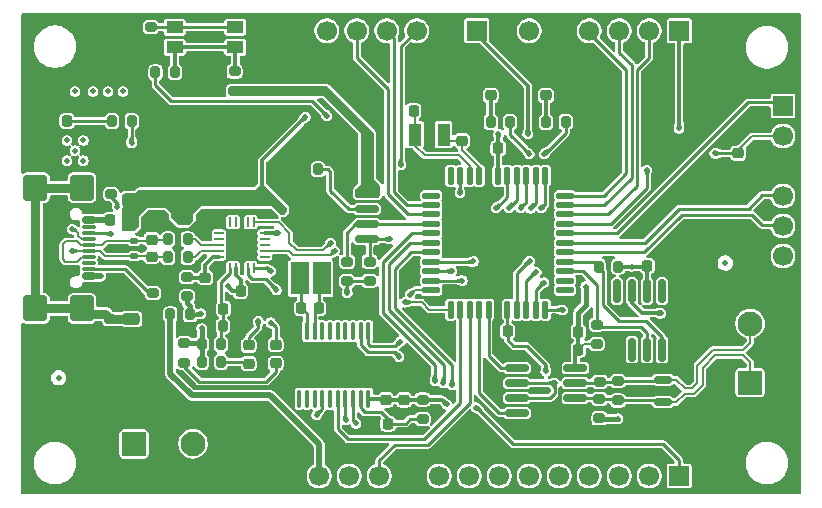
<source format=gbr>
%TF.GenerationSoftware,KiCad,Pcbnew,9.0.2*%
%TF.CreationDate,2025-09-25T10:32:18+03:00*%
%TF.ProjectId,uPIC46,75504943-3436-42e6-9b69-6361645f7063,V0*%
%TF.SameCoordinates,Original*%
%TF.FileFunction,Copper,L1,Top*%
%TF.FilePolarity,Positive*%
%FSLAX46Y46*%
G04 Gerber Fmt 4.6, Leading zero omitted, Abs format (unit mm)*
G04 Created by KiCad (PCBNEW 9.0.2) date 2025-09-25 10:32:18*
%MOMM*%
%LPD*%
G01*
G04 APERTURE LIST*
G04 Aperture macros list*
%AMRoundRect*
0 Rectangle with rounded corners*
0 $1 Rounding radius*
0 $2 $3 $4 $5 $6 $7 $8 $9 X,Y pos of 4 corners*
0 Add a 4 corners polygon primitive as box body*
4,1,4,$2,$3,$4,$5,$6,$7,$8,$9,$2,$3,0*
0 Add four circle primitives for the rounded corners*
1,1,$1+$1,$2,$3*
1,1,$1+$1,$4,$5*
1,1,$1+$1,$6,$7*
1,1,$1+$1,$8,$9*
0 Add four rect primitives between the rounded corners*
20,1,$1+$1,$2,$3,$4,$5,0*
20,1,$1+$1,$4,$5,$6,$7,0*
20,1,$1+$1,$6,$7,$8,$9,0*
20,1,$1+$1,$8,$9,$2,$3,0*%
G04 Aperture macros list end*
%TA.AperFunction,SMDPad,CuDef*%
%ADD10C,0.500000*%
%TD*%
%TA.AperFunction,ComponentPad*%
%ADD11C,0.500000*%
%TD*%
%TA.AperFunction,ComponentPad*%
%ADD12RoundRect,0.250001X-0.799999X-0.799999X0.799999X-0.799999X0.799999X0.799999X-0.799999X0.799999X0*%
%TD*%
%TA.AperFunction,ComponentPad*%
%ADD13C,2.100000*%
%TD*%
%TA.AperFunction,SMDPad,CuDef*%
%ADD14RoundRect,0.075000X0.275000X-0.390000X0.275000X0.390000X-0.275000X0.390000X-0.275000X-0.390000X0*%
%TD*%
%TA.AperFunction,SMDPad,CuDef*%
%ADD15RoundRect,0.075000X0.275000X-0.075000X0.275000X0.075000X-0.275000X0.075000X-0.275000X-0.075000X0*%
%TD*%
%TA.AperFunction,SMDPad,CuDef*%
%ADD16RoundRect,0.218750X-0.256250X0.218750X-0.256250X-0.218750X0.256250X-0.218750X0.256250X0.218750X0*%
%TD*%
%TA.AperFunction,ComponentPad*%
%ADD17R,1.700000X1.700000*%
%TD*%
%TA.AperFunction,ComponentPad*%
%ADD18C,1.700000*%
%TD*%
%TA.AperFunction,SMDPad,CuDef*%
%ADD19RoundRect,0.225000X0.250000X-0.225000X0.250000X0.225000X-0.250000X0.225000X-0.250000X-0.225000X0*%
%TD*%
%TA.AperFunction,SMDPad,CuDef*%
%ADD20RoundRect,0.225000X0.225000X0.250000X-0.225000X0.250000X-0.225000X-0.250000X0.225000X-0.250000X0*%
%TD*%
%TA.AperFunction,SMDPad,CuDef*%
%ADD21R,1.500000X2.700000*%
%TD*%
%TA.AperFunction,SMDPad,CuDef*%
%ADD22RoundRect,0.200000X0.275000X-0.200000X0.275000X0.200000X-0.275000X0.200000X-0.275000X-0.200000X0*%
%TD*%
%TA.AperFunction,SMDPad,CuDef*%
%ADD23RoundRect,0.150000X-0.825000X-0.150000X0.825000X-0.150000X0.825000X0.150000X-0.825000X0.150000X0*%
%TD*%
%TA.AperFunction,SMDPad,CuDef*%
%ADD24RoundRect,0.200000X-0.200000X-0.275000X0.200000X-0.275000X0.200000X0.275000X-0.200000X0.275000X0*%
%TD*%
%TA.AperFunction,SMDPad,CuDef*%
%ADD25RoundRect,0.200000X-0.275000X0.200000X-0.275000X-0.200000X0.275000X-0.200000X0.275000X0.200000X0*%
%TD*%
%TA.AperFunction,SMDPad,CuDef*%
%ADD26C,1.000000*%
%TD*%
%TA.AperFunction,SMDPad,CuDef*%
%ADD27RoundRect,0.218750X-0.218750X-0.256250X0.218750X-0.256250X0.218750X0.256250X-0.218750X0.256250X0*%
%TD*%
%TA.AperFunction,SMDPad,CuDef*%
%ADD28RoundRect,0.225000X-0.225000X-0.250000X0.225000X-0.250000X0.225000X0.250000X-0.225000X0.250000X0*%
%TD*%
%TA.AperFunction,SMDPad,CuDef*%
%ADD29RoundRect,0.250000X0.650000X-0.325000X0.650000X0.325000X-0.650000X0.325000X-0.650000X-0.325000X0*%
%TD*%
%TA.AperFunction,SMDPad,CuDef*%
%ADD30RoundRect,0.150000X0.587500X0.150000X-0.587500X0.150000X-0.587500X-0.150000X0.587500X-0.150000X0*%
%TD*%
%TA.AperFunction,SMDPad,CuDef*%
%ADD31RoundRect,0.218750X0.218750X0.256250X-0.218750X0.256250X-0.218750X-0.256250X0.218750X-0.256250X0*%
%TD*%
%TA.AperFunction,SMDPad,CuDef*%
%ADD32RoundRect,0.225000X-0.250000X0.225000X-0.250000X-0.225000X0.250000X-0.225000X0.250000X0.225000X0*%
%TD*%
%TA.AperFunction,SMDPad,CuDef*%
%ADD33R,1.100000X1.900000*%
%TD*%
%TA.AperFunction,SMDPad,CuDef*%
%ADD34RoundRect,0.150000X-0.425000X0.150000X-0.425000X-0.150000X0.425000X-0.150000X0.425000X0.150000X0*%
%TD*%
%TA.AperFunction,SMDPad,CuDef*%
%ADD35RoundRect,0.075000X-0.500000X0.075000X-0.500000X-0.075000X0.500000X-0.075000X0.500000X0.075000X0*%
%TD*%
%TA.AperFunction,SMDPad,CuDef*%
%ADD36RoundRect,0.250000X-0.750000X0.840000X-0.750000X-0.840000X0.750000X-0.840000X0.750000X0.840000X0*%
%TD*%
%TA.AperFunction,SMDPad,CuDef*%
%ADD37RoundRect,0.062500X-0.062500X0.350000X-0.062500X-0.350000X0.062500X-0.350000X0.062500X0.350000X0*%
%TD*%
%TA.AperFunction,SMDPad,CuDef*%
%ADD38RoundRect,0.062500X-0.350000X0.062500X-0.350000X-0.062500X0.350000X-0.062500X0.350000X0.062500X0*%
%TD*%
%TA.AperFunction,HeatsinkPad*%
%ADD39R,2.500000X2.500000*%
%TD*%
%TA.AperFunction,ComponentPad*%
%ADD40RoundRect,0.250001X0.799999X-0.799999X0.799999X0.799999X-0.799999X0.799999X-0.799999X-0.799999X0*%
%TD*%
%TA.AperFunction,SMDPad,CuDef*%
%ADD41RoundRect,0.200000X0.200000X0.275000X-0.200000X0.275000X-0.200000X-0.275000X0.200000X-0.275000X0*%
%TD*%
%TA.AperFunction,SMDPad,CuDef*%
%ADD42R,1.450000X1.000000*%
%TD*%
%TA.AperFunction,SMDPad,CuDef*%
%ADD43RoundRect,0.150000X-0.150000X0.825000X-0.150000X-0.825000X0.150000X-0.825000X0.150000X0.825000X0*%
%TD*%
%TA.AperFunction,SMDPad,CuDef*%
%ADD44RoundRect,0.112500X0.237500X-0.112500X0.237500X0.112500X-0.237500X0.112500X-0.237500X-0.112500X0*%
%TD*%
%TA.AperFunction,SMDPad,CuDef*%
%ADD45RoundRect,0.137500X0.137500X-0.600000X0.137500X0.600000X-0.137500X0.600000X-0.137500X-0.600000X0*%
%TD*%
%TA.AperFunction,SMDPad,CuDef*%
%ADD46RoundRect,0.137500X0.600000X-0.137500X0.600000X0.137500X-0.600000X0.137500X-0.600000X-0.137500X0*%
%TD*%
%TA.AperFunction,SMDPad,CuDef*%
%ADD47RoundRect,0.100000X-0.100000X0.637500X-0.100000X-0.637500X0.100000X-0.637500X0.100000X0.637500X0*%
%TD*%
%TA.AperFunction,SMDPad,CuDef*%
%ADD48RoundRect,0.250000X0.475000X-0.250000X0.475000X0.250000X-0.475000X0.250000X-0.475000X-0.250000X0*%
%TD*%
%TA.AperFunction,ViaPad*%
%ADD49C,0.600000*%
%TD*%
%TA.AperFunction,ViaPad*%
%ADD50C,0.500000*%
%TD*%
%TA.AperFunction,ViaPad*%
%ADD51C,0.700000*%
%TD*%
%TA.AperFunction,Conductor*%
%ADD52C,0.200000*%
%TD*%
%TA.AperFunction,Conductor*%
%ADD53C,0.254000*%
%TD*%
%TA.AperFunction,Conductor*%
%ADD54C,0.300000*%
%TD*%
%TA.AperFunction,Conductor*%
%ADD55C,0.500000*%
%TD*%
%TA.AperFunction,Conductor*%
%ADD56C,0.450000*%
%TD*%
%TA.AperFunction,Conductor*%
%ADD57C,0.700000*%
%TD*%
%TA.AperFunction,Conductor*%
%ADD58C,0.800000*%
%TD*%
G04 APERTURE END LIST*
D10*
%TO.P,FID2,*%
%TO.N,*%
X177700000Y-99430000D03*
%TD*%
%TO.P,FID1,*%
%TO.N,*%
X121250000Y-109140000D03*
%TD*%
D11*
%TO.P,,*%
%TO.N,3VP*%
X126700000Y-84900000D03*
%TD*%
D12*
%TO.P,J8,1,Pin_1*%
%TO.N,/CAN+*%
X127630000Y-114730000D03*
D13*
%TO.P,J8,2,Pin_2*%
%TO.N,/CAN-*%
X132630000Y-114730000D03*
%TD*%
D14*
%TO.P,D1,1,K*%
%TO.N,VBUS*%
X127220000Y-93985000D03*
D15*
%TO.P,D1,2,A*%
%TO.N,GND*%
X127220000Y-93100000D03*
%TD*%
D16*
%TO.P,D3,1,K*%
%TO.N,GND*%
X162520000Y-83662500D03*
%TO.P,D3,2,A*%
%TO.N,Net-(D3-A)*%
X162520000Y-85237500D03*
%TD*%
D17*
%TO.P,J4,1,Pin_1*%
%TO.N,3VP*%
X173810000Y-79760000D03*
D18*
%TO.P,J4,2,Pin_2*%
%TO.N,RA1*%
X171270000Y-79760000D03*
%TO.P,J4,3,Pin_3*%
%TO.N,RA2*%
X168730000Y-79760000D03*
%TO.P,J4,4,Pin_4*%
%TO.N,RA3*%
X166190000Y-79760000D03*
%TO.P,J4,5,Pin_5*%
%TO.N,GND*%
X163650000Y-79760000D03*
%TO.P,J4,6,Pin_6*%
%TO.N,VBUS*%
X161110000Y-79760000D03*
%TD*%
D19*
%TO.P,C7,1*%
%TO.N,3VP*%
X148950000Y-111015000D03*
%TO.P,C7,2*%
%TO.N,GND*%
X148950000Y-109465000D03*
%TD*%
D20*
%TO.P,C23,1*%
%TO.N,3VP*%
X165245000Y-106760000D03*
%TO.P,C23,2*%
%TO.N,GND*%
X163695000Y-106760000D03*
%TD*%
D19*
%TO.P,C2,1*%
%TO.N,VBUS*%
X135500000Y-93905000D03*
%TO.P,C2,2*%
%TO.N,GND*%
X135500000Y-92355000D03*
%TD*%
D21*
%TO.P,XTAL1,1*%
%TO.N,Net-(U6-OSC2)*%
X143550000Y-100720000D03*
%TO.P,XTAL1,2*%
%TO.N,Net-(U6-OSC1)*%
X141650000Y-100720000D03*
%TD*%
D22*
%TO.P,R14,1*%
%TO.N,/RESET*%
X152070000Y-112635000D03*
%TO.P,R14,2*%
%TO.N,3VP*%
X152070000Y-110985000D03*
%TD*%
D23*
%TO.P,U7,1,RO*%
%TO.N,UART2RX*%
X160060000Y-108300000D03*
%TO.P,U7,2,~{RE}*%
%TO.N,RE *%
X160060000Y-109570000D03*
%TO.P,U7,3,DE*%
X160060000Y-110840000D03*
%TO.P,U7,4,DI*%
%TO.N,UART2TX*%
X160060000Y-112110000D03*
%TO.P,U7,5,GND*%
%TO.N,GND*%
X165010000Y-112110000D03*
%TO.P,U7,6,A*%
%TO.N,/R+*%
X165010000Y-110840000D03*
%TO.P,U7,7,B*%
%TO.N,/R-*%
X165010000Y-109570000D03*
%TO.P,U7,8,VCC*%
%TO.N,3VP*%
X165010000Y-108300000D03*
%TD*%
D22*
%TO.P,R9,1*%
%TO.N,Net-(U4-VCCIO)*%
X132120000Y-102255000D03*
%TO.P,R9,2*%
%TO.N,3V3OUT*%
X132120000Y-100605000D03*
%TD*%
D24*
%TO.P,R26,1*%
%TO.N,Net-(D8-A)*%
X125785000Y-87410000D03*
%TO.P,R26,2*%
%TO.N,3VP*%
X127435000Y-87410000D03*
%TD*%
D25*
%TO.P,R21,1*%
%TO.N,DSSDA*%
X166810000Y-104635000D03*
%TO.P,R21,2*%
%TO.N,3VP*%
X166810000Y-106285000D03*
%TD*%
D26*
%TO.P,TP1,1,1*%
%TO.N,VBUS*%
X128950000Y-94010000D03*
%TD*%
D25*
%TO.P,R3,1*%
%TO.N,/CC2*%
X129230000Y-101945000D03*
%TO.P,R3,2*%
%TO.N,GND*%
X129230000Y-103595000D03*
%TD*%
D27*
%TO.P,D8,1,K*%
%TO.N,GND*%
X120392500Y-87390000D03*
%TO.P,D8,2,A*%
%TO.N,Net-(D8-A)*%
X121967500Y-87390000D03*
%TD*%
D28*
%TO.P,C12,1*%
%TO.N,VBUS*%
X136655000Y-101770000D03*
%TO.P,C12,2*%
%TO.N,GND*%
X138205000Y-101770000D03*
%TD*%
D29*
%TO.P,C1,1*%
%TO.N,VBUS*%
X133550000Y-93995000D03*
%TO.P,C1,2*%
%TO.N,GND*%
X133550000Y-91045000D03*
%TD*%
D17*
%TO.P,J3,1,~{MCLR}/VPP*%
%TO.N,MCLR*%
X182580000Y-86130000D03*
D18*
%TO.P,J3,2,VDD*%
%TO.N,3VP*%
X182580000Y-88670000D03*
%TO.P,J3,3,VSS*%
%TO.N,GND*%
X182580000Y-91210000D03*
%TO.P,J3,4,PGD/ICSPDAT*%
%TO.N,PGD*%
X182580000Y-93750000D03*
%TO.P,J3,5,PGC/ICSPCLK*%
%TO.N,PGC*%
X182580000Y-96290000D03*
%TO.P,J3,6,PGM/LVP*%
%TO.N,unconnected-(J3-PGM{slash}LVP-Pad6)*%
X182580000Y-98830000D03*
%TD*%
D24*
%TO.P,R7,1*%
%TO.N,Net-(U4-~{RESET})*%
X135155000Y-104770000D03*
%TO.P,R7,2*%
%TO.N,GND*%
X136805000Y-104770000D03*
%TD*%
D25*
%TO.P,R17,1*%
%TO.N,/R-*%
X168595000Y-109410000D03*
%TO.P,R17,2*%
%TO.N,/R+*%
X168595000Y-111060000D03*
%TD*%
D23*
%TO.P,U3,1,A0*%
%TO.N,GND*%
X142415000Y-93595000D03*
%TO.P,U3,2,A1*%
X142415000Y-94865000D03*
%TO.P,U3,3,A2*%
X142415000Y-96135000D03*
%TO.P,U3,4,GND*%
X142415000Y-97405000D03*
%TO.P,U3,5,SDA*%
%TO.N,ESDA*%
X147365000Y-97405000D03*
%TO.P,U3,6,SCL*%
%TO.N,ESCL*%
X147365000Y-96135000D03*
%TO.P,U3,7,WP*%
%TO.N,Net-(U3-WP)*%
X147365000Y-94865000D03*
%TO.P,U3,8,VCC*%
%TO.N,3VP*%
X147365000Y-93595000D03*
%TD*%
D11*
%TO.P,,*%
%TO.N,3VP*%
X124166591Y-84900000D03*
%TD*%
D30*
%TO.P,D2,1,A1*%
%TO.N,/R+*%
X172432500Y-111197500D03*
%TO.P,D2,2,A2*%
%TO.N,/R-*%
X172432500Y-109297500D03*
%TO.P,D2,3,common*%
%TO.N,GND*%
X170557500Y-110247500D03*
%TD*%
D31*
%TO.P,FB1,1*%
%TO.N,VBUS*%
X127167500Y-95780000D03*
%TO.P,FB1,2*%
%TO.N,Net-(FB1-Pad2)*%
X125592500Y-95780000D03*
%TD*%
D24*
%TO.P,R8,1*%
%TO.N,VBUS*%
X133365000Y-106300000D03*
%TO.P,R8,2*%
%TO.N,Net-(U4-~{RESET})*%
X135015000Y-106300000D03*
%TD*%
D32*
%TO.P,C4,1*%
%TO.N,D-*%
X129130000Y-98885000D03*
%TO.P,C4,2*%
%TO.N,GND*%
X129130000Y-100435000D03*
%TD*%
%TO.P,C8,1*%
%TO.N,3V3OUT*%
X133660000Y-100655000D03*
%TO.P,C8,2*%
%TO.N,GND*%
X133660000Y-102205000D03*
%TD*%
D19*
%TO.P,C3,1*%
%TO.N,D+*%
X129130000Y-97435000D03*
%TO.P,C3,2*%
%TO.N,GND*%
X129130000Y-95885000D03*
%TD*%
D33*
%TO.P,XTAL2,1*%
%TO.N,Net-(U2-OSC1{slash}CLKIN{slash}RA7)*%
X153845000Y-88550000D03*
%TO.P,XTAL2,2*%
%TO.N,Net-(U2-OSC2{slash}CLKOUT{slash}RA6)*%
X151435000Y-88550000D03*
%TD*%
D25*
%TO.P,R19,1*%
%TO.N,ESCL*%
X145670000Y-99305000D03*
%TO.P,R19,2*%
%TO.N,3VP*%
X145670000Y-100955000D03*
%TD*%
D34*
%TO.P,J1,A1,GND*%
%TO.N,GND*%
X123800000Y-94960000D03*
%TO.P,J1,A4,VBUS*%
%TO.N,Net-(FB1-Pad2)*%
X123800000Y-95760000D03*
D35*
%TO.P,J1,A5,CC1*%
%TO.N,/CC1*%
X123800000Y-96910000D03*
%TO.P,J1,A6,D+*%
%TO.N,D+*%
X123800000Y-97910000D03*
%TO.P,J1,A7,D-*%
%TO.N,D-*%
X123800000Y-98410000D03*
%TO.P,J1,A8,SBU1*%
%TO.N,unconnected-(J1-SBU1-PadA8)*%
X123800000Y-99410000D03*
D34*
%TO.P,J1,A9,VBUS*%
%TO.N,Net-(FB1-Pad2)*%
X123800000Y-100560000D03*
%TO.P,J1,A12,GND*%
%TO.N,GND*%
X123800000Y-101360000D03*
%TO.P,J1,B1,GND*%
X123800000Y-101360000D03*
%TO.P,J1,B4,VBUS*%
%TO.N,Net-(FB1-Pad2)*%
X123800000Y-100560000D03*
D35*
%TO.P,J1,B5,CC2*%
%TO.N,/CC2*%
X123800000Y-99910000D03*
%TO.P,J1,B6,D+*%
%TO.N,D+*%
X123800000Y-98910000D03*
%TO.P,J1,B7,D-*%
%TO.N,D-*%
X123800000Y-97410000D03*
%TO.P,J1,B8,SBU2*%
%TO.N,unconnected-(J1-SBU2-PadB8)*%
X123800000Y-96410000D03*
D34*
%TO.P,J1,B9,VBUS*%
%TO.N,Net-(FB1-Pad2)*%
X123800000Y-95760000D03*
%TO.P,J1,B12,GND*%
%TO.N,GND*%
X123800000Y-94960000D03*
D36*
%TO.P,J1,S1,SHIELD*%
%TO.N,Net-(J1-SHIELD)*%
X123225000Y-93050000D03*
X119295000Y-93050000D03*
X123225000Y-103270000D03*
X119295000Y-103270000D03*
%TD*%
D37*
%TO.P,U4,1,RXD*%
%TO.N,UART_RX*%
X137762500Y-95962500D03*
%TO.P,U4,2,~{RI}*%
%TO.N,unconnected-(U4-~{RI}-Pad2)*%
X137262500Y-95962500D03*
%TO.P,U4,3,GND*%
%TO.N,GND*%
X136762500Y-95962500D03*
%TO.P,U4,4,~{DSR}*%
%TO.N,unconnected-(U4-~{DSR}-Pad4)*%
X136262500Y-95962500D03*
%TO.P,U4,5,~{DCD}*%
%TO.N,unconnected-(U4-~{DCD}-Pad5)*%
X135762500Y-95962500D03*
D38*
%TO.P,U4,6,~{CTS}*%
%TO.N,unconnected-(U4-~{CTS}-Pad6)*%
X134825000Y-96900000D03*
%TO.P,U4,7,CBUS2*%
%TO.N,unconnected-(U4-CBUS2-Pad7)*%
X134825000Y-97400000D03*
%TO.P,U4,8,USBDP*%
%TO.N,Net-(U4-USBDP)*%
X134825000Y-97900000D03*
%TO.P,U4,9,USBDM*%
%TO.N,Net-(U4-USBDM)*%
X134825000Y-98400000D03*
%TO.P,U4,10,3V3OUT*%
%TO.N,3V3OUT*%
X134825000Y-98900000D03*
D37*
%TO.P,U4,11,~{RESET}*%
%TO.N,Net-(U4-~{RESET})*%
X135762500Y-99837500D03*
%TO.P,U4,12,VCC*%
%TO.N,VBUS*%
X136262500Y-99837500D03*
%TO.P,U4,13,GND*%
%TO.N,GND*%
X136762500Y-99837500D03*
%TO.P,U4,14,CBUS1*%
%TO.N,Net-(D7-K)*%
X137262500Y-99837500D03*
%TO.P,U4,15,CBUS0*%
%TO.N,Net-(D5-K)*%
X137762500Y-99837500D03*
D38*
%TO.P,U4,16,CBUS3*%
%TO.N,unconnected-(U4-CBUS3-Pad16)*%
X138700000Y-98900000D03*
%TO.P,U4,17,TXD*%
%TO.N,UART_TX*%
X138700000Y-98400000D03*
%TO.P,U4,18,~{DTR}*%
%TO.N,unconnected-(U4-~{DTR}-Pad18)*%
X138700000Y-97900000D03*
%TO.P,U4,19,~{RTS}*%
%TO.N,unconnected-(U4-~{RTS}-Pad19)*%
X138700000Y-97400000D03*
%TO.P,U4,20,VCCIO*%
%TO.N,Net-(U4-VCCIO)*%
X138700000Y-96900000D03*
D39*
%TO.P,U4,21,GND*%
%TO.N,GND*%
X136762500Y-97900000D03*
%TD*%
D17*
%TO.P,J6,1,Pin_1*%
%TO.N,3VP*%
X156660000Y-79750000D03*
D18*
%TO.P,J6,2,Pin_2*%
%TO.N,GND*%
X154120000Y-79750000D03*
%TO.P,J6,3,Pin_3*%
%TO.N,RC5*%
X151580000Y-79750000D03*
%TO.P,J6,4,Pin_4*%
%TO.N,RC1*%
X149040000Y-79750000D03*
%TO.P,J6,5,Pin_5*%
%TO.N,RC2*%
X146500000Y-79750000D03*
%TO.P,J6,6,Pin_6*%
%TO.N,VBUS*%
X143960000Y-79750000D03*
%TD*%
D40*
%TO.P,J5,1,Pin_1*%
%TO.N,/R+*%
X179800000Y-109550000D03*
D13*
%TO.P,J5,2,Pin_2*%
%TO.N,/R-*%
X179800000Y-104550000D03*
%TD*%
D11*
%TO.P,,*%
%TO.N,3VP*%
X122650000Y-84900000D03*
%TD*%
D28*
%TO.P,C21,1*%
%TO.N,GND*%
X140255000Y-103220000D03*
%TO.P,C21,2*%
%TO.N,Net-(U6-OSC1)*%
X141805000Y-103220000D03*
%TD*%
D29*
%TO.P,C14,1*%
%TO.N,VBUS*%
X131230000Y-93995000D03*
%TO.P,C14,2*%
%TO.N,GND*%
X131230000Y-91045000D03*
%TD*%
D22*
%TO.P,R2,1*%
%TO.N,/CC1*%
X125720000Y-93565000D03*
%TO.P,R2,2*%
%TO.N,GND*%
X125720000Y-91915000D03*
%TD*%
%TO.P,R13,1*%
%TO.N,GND*%
X129060000Y-81100000D03*
%TO.P,R13,2*%
%TO.N,Net-(R13-Pad2)*%
X129060000Y-79450000D03*
%TD*%
D41*
%TO.P,R4,1*%
%TO.N,Net-(U3-WP)*%
X143205000Y-91500000D03*
%TO.P,R4,2*%
%TO.N,GND*%
X141555000Y-91500000D03*
%TD*%
D25*
%TO.P,R15,1*%
%TO.N,GND*%
X167055000Y-107825000D03*
%TO.P,R15,2*%
%TO.N,/R-*%
X167055000Y-109475000D03*
%TD*%
D11*
%TO.P,,*%
%TO.N,3VP*%
X123350000Y-89050000D03*
%TD*%
D24*
%TO.P,R20,1*%
%TO.N,DSSCL*%
X166965000Y-99720000D03*
%TO.P,R20,2*%
%TO.N,3VP*%
X168615000Y-99720000D03*
%TD*%
D20*
%TO.P,C22,1*%
%TO.N,/RESET*%
X149155000Y-113020000D03*
%TO.P,C22,2*%
%TO.N,GND*%
X147605000Y-113020000D03*
%TD*%
D11*
%TO.P,,*%
%TO.N,3VP*%
X121950000Y-89050000D03*
%TD*%
D28*
%TO.P,C27,1*%
%TO.N,Net-(U2-OSC2{slash}CLKOUT{slash}RA6)*%
X151325000Y-86530000D03*
%TO.P,C27,2*%
%TO.N,GND*%
X152875000Y-86530000D03*
%TD*%
%TO.P,C13,1*%
%TO.N,Net-(U4-~{RESET})*%
X135205000Y-103280000D03*
%TO.P,C13,2*%
%TO.N,GND*%
X136755000Y-103280000D03*
%TD*%
D24*
%TO.P,R5,1*%
%TO.N,D-*%
X130525000Y-98900000D03*
%TO.P,R5,2*%
%TO.N,Net-(U4-USBDM)*%
X132175000Y-98900000D03*
%TD*%
D20*
%TO.P,C11,1*%
%TO.N,3VP*%
X158465000Y-89710000D03*
%TO.P,C11,2*%
%TO.N,GND*%
X156915000Y-89710000D03*
%TD*%
%TO.P,C15,1*%
%TO.N,3VP*%
X147380000Y-91970000D03*
%TO.P,C15,2*%
%TO.N,GND*%
X145830000Y-91970000D03*
%TD*%
%TO.P,C20,1*%
%TO.N,GND*%
X144820000Y-103230000D03*
%TO.P,C20,2*%
%TO.N,Net-(U6-OSC2)*%
X143270000Y-103230000D03*
%TD*%
D24*
%TO.P,R6,1*%
%TO.N,D+*%
X130525000Y-97420000D03*
%TO.P,R6,2*%
%TO.N,Net-(U4-USBDP)*%
X132175000Y-97420000D03*
%TD*%
%TO.P,R22,1*%
%TO.N,Net-(D3-A)*%
X162535000Y-87470000D03*
%TO.P,R22,2*%
%TO.N,LED2*%
X164185000Y-87470000D03*
%TD*%
D19*
%TO.P,C26,1*%
%TO.N,Net-(U2-OSC1{slash}CLKIN{slash}RA7)*%
X155400000Y-89055000D03*
%TO.P,C26,2*%
%TO.N,GND*%
X155400000Y-87505000D03*
%TD*%
D32*
%TO.P,C9,1*%
%TO.N,3VP*%
X178800000Y-90125000D03*
%TO.P,C9,2*%
%TO.N,GND*%
X178800000Y-91675000D03*
%TD*%
D11*
%TO.P,,*%
%TO.N,3VP*%
X122650000Y-89900000D03*
%TD*%
D41*
%TO.P,R10,1*%
%TO.N,Net-(U4-VCCIO)*%
X132365000Y-103780000D03*
%TO.P,R10,2*%
%TO.N,3VP*%
X130715000Y-103780000D03*
%TD*%
D42*
%TO.P,SW1,1,1*%
%TO.N,Net-(R11-Pad2)*%
X136225000Y-81160000D03*
X131075000Y-81160000D03*
%TO.P,SW1,2,2*%
%TO.N,Net-(R13-Pad2)*%
X136225000Y-79460000D03*
X131075000Y-79460000D03*
%TD*%
D43*
%TO.P,U8,1,32KHZ*%
%TO.N,unconnected-(U8-32KHZ-Pad1)*%
X172365000Y-101805000D03*
%TO.P,U8,2,VCC*%
%TO.N,3VP*%
X171095000Y-101805000D03*
%TO.P,U8,3,~{INT}/SQW*%
%TO.N,RA0*%
X169825000Y-101805000D03*
%TO.P,U8,4,~{RST}*%
%TO.N,unconnected-(U8-~{RST}-Pad4)*%
X168555000Y-101805000D03*
%TO.P,U8,5,GND*%
%TO.N,GND*%
X168555000Y-106755000D03*
%TO.P,U8,6,VBAT*%
%TO.N,unconnected-(U8-VBAT-Pad6)*%
X169825000Y-106755000D03*
%TO.P,U8,7,SDA*%
%TO.N,DSSDA*%
X171095000Y-106755000D03*
%TO.P,U8,8,SCL*%
%TO.N,DSSCL*%
X172365000Y-106755000D03*
%TD*%
D22*
%TO.P,R11,1*%
%TO.N,3VP*%
X136150000Y-84855000D03*
%TO.P,R11,2*%
%TO.N,Net-(R11-Pad2)*%
X136150000Y-83205000D03*
%TD*%
D11*
%TO.P,,*%
%TO.N,3VP*%
X121950000Y-90750000D03*
%TD*%
D24*
%TO.P,R66,1*%
%TO.N,Net-(D11-A)*%
X157835000Y-87470000D03*
%TO.P,R66,2*%
%TO.N,LED1*%
X159485000Y-87470000D03*
%TD*%
D11*
%TO.P,,*%
%TO.N,3VP*%
X123350000Y-90750000D03*
%TD*%
D25*
%TO.P,R25,1*%
%TO.N,VBUS*%
X131910000Y-106225000D03*
%TO.P,R25,2*%
%TO.N,Net-(D7-A)*%
X131910000Y-107875000D03*
%TD*%
D16*
%TO.P,D7,1,K*%
%TO.N,Net-(D7-K)*%
X139630000Y-106342500D03*
%TO.P,D7,2,A*%
%TO.N,Net-(D7-A)*%
X139630000Y-107917500D03*
%TD*%
D44*
%TO.P,U1,1*%
%TO.N,D-*%
X127660000Y-98837500D03*
%TO.P,U1,2*%
%TO.N,D+*%
X127660000Y-97537500D03*
%TO.P,U1,3*%
%TO.N,GND*%
X125660000Y-98187500D03*
%TD*%
D45*
%TO.P,U2,1,RC7/RX1/DT1/AN19*%
%TO.N,UART_TX*%
X154460000Y-103372500D03*
%TO.P,U2,2,RD4/P2D/SDO2/AN24*%
%TO.N,SI*%
X155260000Y-103372500D03*
%TO.P,U2,3,RD5/P1B/AN25*%
%TO.N,RD5*%
X156060000Y-103372500D03*
%TO.P,U2,4,RD6/TX2/CK2/P1C/AN26*%
%TO.N,UART2TX*%
X156860000Y-103372500D03*
%TO.P,U2,5,RD7/RX2/DT2/P1D/AN27*%
%TO.N,UART2RX*%
X157660000Y-103372500D03*
%TO.P,U2,6,VSS*%
%TO.N,GND*%
X158460000Y-103372500D03*
%TO.P,U2,7,VDD*%
%TO.N,3VP*%
X159260000Y-103372500D03*
%TO.P,U2,8,AN12/FLT0/INT0/RB0*%
%TO.N,PB0*%
X160060000Y-103372500D03*
%TO.P,U2,9,AN10/C12IN3-/CTDIN/INT1/RB1*%
%TO.N,PB1*%
X160860000Y-103372500D03*
%TO.P,U2,10,AN8/CTED1/INT2/RB2*%
%TO.N,PB2*%
X161660000Y-103372500D03*
%TO.P,U2,11,AN9/C12IN2-/CTED2/RB3*%
%TO.N,RE *%
X162460000Y-103372500D03*
D46*
%TO.P,U2,12,NC*%
%TO.N,unconnected-(U2-NC-Pad12)*%
X164122500Y-101710000D03*
%TO.P,U2,13,NC*%
%TO.N,unconnected-(U2-NC-Pad13)*%
X164122500Y-100910000D03*
%TO.P,U2,14,AN11/T5G/IOC/RB4*%
%TO.N,DSSDA*%
X164122500Y-100110000D03*
%TO.P,U2,15,AN13/CCP3/IOC/RB5*%
%TO.N,DSSCL*%
X164122500Y-99310000D03*
%TO.P,U2,16,PGC/IOC/RB6*%
%TO.N,PGC*%
X164122500Y-98510000D03*
%TO.P,U2,17,PGD/IOC/RB7*%
%TO.N,PGD*%
X164122500Y-97710000D03*
%TO.P,U2,18,~{MCLR}/VPP/RE3*%
%TO.N,MCLR*%
X164122500Y-96910000D03*
%TO.P,U2,19,AN0/C12IN0-/RA0*%
%TO.N,RA0*%
X164122500Y-96110000D03*
%TO.P,U2,20,AN1/C12INC1-/RA1*%
%TO.N,RA1*%
X164122500Y-95310000D03*
%TO.P,U2,21,VREF-/AN2/C2IN+/RA2*%
%TO.N,RA2*%
X164122500Y-94510000D03*
%TO.P,U2,22,VREF+/AN3/C1IN+/RA3*%
%TO.N,RA3*%
X164122500Y-93710000D03*
D45*
%TO.P,U2,23,C1OUT/SRQ/T0CKI/RA4*%
%TO.N,RA4*%
X162460000Y-92047500D03*
%TO.P,U2,24,AN4/C2OUT/SRQN/~{SS1}/RA5*%
%TO.N,RA5*%
X161660000Y-92047500D03*
%TO.P,U2,25,RE0/P3A/AN5*%
%TO.N,RE0*%
X160860000Y-92047500D03*
%TO.P,U2,26,RE1/P3B/AN6*%
%TO.N,RE1*%
X160060000Y-92047500D03*
%TO.P,U2,27,RE2/CCP5/AN7*%
%TO.N,RE2*%
X159260000Y-92047500D03*
%TO.P,U2,28,VDD*%
%TO.N,3VP*%
X158460000Y-92047500D03*
%TO.P,U2,29,VSS*%
%TO.N,GND*%
X157660000Y-92047500D03*
%TO.P,U2,30,OSC1/CLKIN/RA7*%
%TO.N,Net-(U2-OSC1{slash}CLKIN{slash}RA7)*%
X156860000Y-92047500D03*
%TO.P,U2,31,OSC2/CLKOUT/RA6*%
%TO.N,Net-(U2-OSC2{slash}CLKOUT{slash}RA6)*%
X156060000Y-92047500D03*
%TO.P,U2,32,RC0/P2B/SOSCO/SCLKI*%
%TO.N,LED1*%
X155260000Y-92047500D03*
%TO.P,U2,33,NC*%
%TO.N,unconnected-(U2-NC-Pad33)*%
X154460000Y-92047500D03*
D46*
%TO.P,U2,34,NC*%
%TO.N,unconnected-(U2-NC-Pad34)*%
X152797500Y-93710000D03*
%TO.P,U2,35,RC1/SOSCI/P2A*%
%TO.N,RC1*%
X152797500Y-94510000D03*
%TO.P,U2,36,RC2/T1G/CCP2/AN14*%
%TO.N,RC2*%
X152797500Y-95310000D03*
%TO.P,U2,37,RC3/REFO/SCL1/SCK1/AN15*%
%TO.N,ESCL*%
X152797500Y-96110000D03*
%TO.P,U2,38,RD0/SCL2/SCK2/AN20*%
%TO.N,SCK*%
X152797500Y-96910000D03*
%TO.P,U2,39,RD1/SDI1/SDA2/AN21*%
%TO.N,SO*%
X152797500Y-97710000D03*
%TO.P,U2,40,RD2/P2B/AN22*%
%TO.N,CS*%
X152797500Y-98510000D03*
%TO.P,U2,41,RD3/P2C/~{SS2}/AN23*%
%TO.N,LED2*%
X152797500Y-99310000D03*
%TO.P,U2,42,RC4/SDA1/SDI1/AN16*%
%TO.N,ESDA*%
X152797500Y-100110000D03*
%TO.P,U2,43,RC5/SDO1/AN17*%
%TO.N,RC5*%
X152797500Y-100910000D03*
%TO.P,U2,44,RC6/TX1/CK1/AN18*%
%TO.N,UART_RX*%
X152797500Y-101710000D03*
%TD*%
D47*
%TO.P,U6,1,TXCAN*%
%TO.N,CANTX*%
X147480000Y-105185000D03*
%TO.P,U6,2,RXCAN*%
%TO.N,CANRX*%
X146830000Y-105185000D03*
%TO.P,U6,3,CLKOUT/SOF*%
%TO.N,unconnected-(U6-CLKOUT{slash}SOF-Pad3)*%
X146180000Y-105185000D03*
%TO.P,U6,4,~{TX0RTS}*%
%TO.N,unconnected-(U6-~{TX0RTS}-Pad4)*%
X145530000Y-105185000D03*
%TO.P,U6,5,~{TX1RTS}*%
%TO.N,unconnected-(U6-~{TX1RTS}-Pad5)*%
X144880000Y-105185000D03*
%TO.P,U6,6,NC*%
%TO.N,unconnected-(U6-NC-Pad6)*%
X144230000Y-105185000D03*
%TO.P,U6,7,~{TX2RTS}*%
%TO.N,unconnected-(U6-~{TX2RTS}-Pad7)*%
X143580000Y-105185000D03*
%TO.P,U6,8,OSC2*%
%TO.N,Net-(U6-OSC2)*%
X142930000Y-105185000D03*
%TO.P,U6,9,OSC1*%
%TO.N,Net-(U6-OSC1)*%
X142280000Y-105185000D03*
%TO.P,U6,10,VSS*%
%TO.N,GND*%
X141630000Y-105185000D03*
%TO.P,U6,11,~{RX1BF}*%
%TO.N,unconnected-(U6-~{RX1BF}-Pad11)*%
X141630000Y-110910000D03*
%TO.P,U6,12,~{RX0BF}*%
%TO.N,unconnected-(U6-~{RX0BF}-Pad12)*%
X142280000Y-110910000D03*
%TO.P,U6,13,~{INT}*%
%TO.N,unconnected-(U6-~{INT}-Pad13)*%
X142930000Y-110910000D03*
%TO.P,U6,14,SCK*%
%TO.N,SCK*%
X143580000Y-110910000D03*
%TO.P,U6,15,NC*%
%TO.N,unconnected-(U6-NC-Pad15)*%
X144230000Y-110910000D03*
%TO.P,U6,16,SI*%
%TO.N,SI*%
X144880000Y-110910000D03*
%TO.P,U6,17,SO*%
%TO.N,SO*%
X145530000Y-110910000D03*
%TO.P,U6,18,~{CS}*%
%TO.N,CS*%
X146180000Y-110910000D03*
%TO.P,U6,19,~{RESET}*%
%TO.N,/RESET*%
X146830000Y-110910000D03*
%TO.P,U6,20,VDD*%
%TO.N,3VP*%
X147480000Y-110910000D03*
%TD*%
D20*
%TO.P,C24,1*%
%TO.N,3VP*%
X165245000Y-105240000D03*
%TO.P,C24,2*%
%TO.N,GND*%
X163695000Y-105240000D03*
%TD*%
D22*
%TO.P,R1,1*%
%TO.N,Net-(J1-SHIELD)*%
X125640000Y-104175000D03*
%TO.P,R1,2*%
%TO.N,GND*%
X125640000Y-102525000D03*
%TD*%
D25*
%TO.P,R18,1*%
%TO.N,ESDA*%
X147580000Y-99305000D03*
%TO.P,R18,2*%
%TO.N,3VP*%
X147580000Y-100955000D03*
%TD*%
D48*
%TO.P,C5,1*%
%TO.N,Net-(J1-SHIELD)*%
X127410000Y-104180000D03*
%TO.P,C5,2*%
%TO.N,GND*%
X127410000Y-102280000D03*
%TD*%
D25*
%TO.P,R16,1*%
%TO.N,/R+*%
X167045000Y-110925000D03*
%TO.P,R16,2*%
%TO.N,3VP*%
X167045000Y-112575000D03*
%TD*%
D16*
%TO.P,D11,1,K*%
%TO.N,GND*%
X157830000Y-83662500D03*
%TO.P,D11,2,A*%
%TO.N,Net-(D11-A)*%
X157830000Y-85237500D03*
%TD*%
D17*
%TO.P,J2,1,Pin_1*%
%TO.N,3VP*%
X173790000Y-117450000D03*
D18*
%TO.P,J2,2,Pin_2*%
%TO.N,PB2*%
X171250000Y-117450000D03*
%TO.P,J2,3,Pin_3*%
%TO.N,PB1*%
X168710000Y-117450000D03*
%TO.P,J2,4,Pin_4*%
%TO.N,PB0*%
X166170000Y-117450000D03*
%TO.P,J2,5,Pin_5*%
%TO.N,RA4*%
X163630000Y-117450000D03*
%TO.P,J2,6,Pin_6*%
%TO.N,RA5*%
X161090000Y-117450000D03*
%TO.P,J2,7,Pin_7*%
%TO.N,RE0*%
X158550000Y-117450000D03*
%TO.P,J2,8,Pin_8*%
%TO.N,RE1*%
X156010000Y-117450000D03*
%TO.P,J2,9,Pin_9*%
%TO.N,RE2*%
X153470000Y-117450000D03*
%TO.P,J2,10,Pin_10*%
%TO.N,GND*%
X150930000Y-117450000D03*
%TO.P,J2,11,Pin_11*%
%TO.N,RD5*%
X148390000Y-117450000D03*
%TO.P,J2,12,Pin_12*%
%TO.N,RD4*%
X145850000Y-117450000D03*
%TO.P,J2,13,Pin_13*%
%TO.N,3VP*%
X143310000Y-117450000D03*
%TO.P,J2,14,Pin_14*%
%TO.N,GND*%
X140770000Y-117450000D03*
%TD*%
D11*
%TO.P,,*%
%TO.N,3VP*%
X125450000Y-84900000D03*
%TD*%
D16*
%TO.P,D5,1,K*%
%TO.N,Net-(D5-K)*%
X137340000Y-106382500D03*
%TO.P,D5,2,A*%
%TO.N,Net-(D5-A)*%
X137340000Y-107957500D03*
%TD*%
D28*
%TO.P,C6,1*%
%TO.N,3VP*%
X159275000Y-105190000D03*
%TO.P,C6,2*%
%TO.N,GND*%
X160825000Y-105190000D03*
%TD*%
D41*
%TO.P,R12,1*%
%TO.N,Net-(R11-Pad2)*%
X131105000Y-83280000D03*
%TO.P,R12,2*%
%TO.N,MCLR*%
X129455000Y-83280000D03*
%TD*%
D24*
%TO.P,R24,1*%
%TO.N,VBUS*%
X133375000Y-107780000D03*
%TO.P,R24,2*%
%TO.N,Net-(D5-A)*%
X135025000Y-107780000D03*
%TD*%
D19*
%TO.P,C17,1*%
%TO.N,3VP*%
X150500000Y-111015000D03*
%TO.P,C17,2*%
%TO.N,GND*%
X150500000Y-109465000D03*
%TD*%
D28*
%TO.P,C25,1*%
%TO.N,3VP*%
X171085000Y-99640000D03*
%TO.P,C25,2*%
%TO.N,GND*%
X172635000Y-99640000D03*
%TD*%
D49*
%TO.N,GND*%
X170618509Y-113824512D03*
X155100000Y-95250000D03*
X140750000Y-115150000D03*
X131550000Y-84750000D03*
D50*
X144300000Y-96115000D03*
X145900000Y-103080000D03*
X136762500Y-97900000D03*
D49*
X125250000Y-82900000D03*
X141300000Y-86700000D03*
X152943380Y-85046300D03*
X127750000Y-108550000D03*
D50*
X149085000Y-107770000D03*
D49*
X126600000Y-98200000D03*
X130300000Y-114900000D03*
X145550000Y-83950000D03*
X175748240Y-93633204D03*
X127450000Y-82100000D03*
D50*
X157530000Y-109870000D03*
X146060000Y-113710000D03*
D49*
X139598834Y-91014079D03*
D50*
X151080000Y-100210000D03*
D49*
X120579255Y-98490233D03*
X129240727Y-106356570D03*
X125100000Y-94650000D03*
X140527818Y-110570585D03*
X164812003Y-102729666D03*
X119700000Y-85450000D03*
D50*
X154620000Y-110760000D03*
X163340000Y-108230000D03*
X161870000Y-97330000D03*
D49*
X154256661Y-83018803D03*
X144200000Y-94700000D03*
D50*
X153350000Y-112180000D03*
D49*
X174434469Y-103165575D03*
X134650000Y-83750000D03*
X133250000Y-83750000D03*
X139900000Y-100650000D03*
X124900000Y-80200000D03*
X155850000Y-84850000D03*
X121590301Y-101299773D03*
D50*
X176300000Y-91515000D03*
X169290000Y-103580000D03*
D49*
X140053696Y-99264901D03*
X120000000Y-90300000D03*
X122900000Y-106900000D03*
X167300000Y-91500000D03*
X128000000Y-91000000D03*
X139300000Y-83000000D03*
X125537267Y-101309494D03*
X159650000Y-85550000D03*
X163489867Y-104084208D03*
X172250000Y-83800000D03*
D50*
X180250000Y-92400000D03*
D49*
X130305242Y-109958420D03*
X174376085Y-113150983D03*
X164298199Y-83500566D03*
X169981926Y-108474897D03*
X121200000Y-94650000D03*
X138250000Y-117250000D03*
X174200000Y-108200000D03*
D50*
X154398716Y-104717842D03*
D49*
X136959721Y-90894477D03*
X172976176Y-110234506D03*
X129050000Y-90600000D03*
X145662165Y-90453160D03*
X125650000Y-107550000D03*
X141950000Y-83600000D03*
X152200000Y-116600000D03*
X140526814Y-104469193D03*
X126538591Y-100901187D03*
X157150000Y-101200000D03*
D50*
X137470000Y-92285000D03*
D49*
X172700000Y-91100000D03*
X181800000Y-105950000D03*
D50*
X148780000Y-98340000D03*
X170220000Y-82000000D03*
D49*
X139400000Y-80500000D03*
X129422181Y-91540437D03*
X140800000Y-81750000D03*
X174190836Y-99696476D03*
D50*
X148650000Y-83050000D03*
X135480000Y-91020000D03*
D49*
X147450000Y-85100000D03*
D50*
%TO.N,3VP*%
X169763610Y-99720000D03*
X127430000Y-89250000D03*
X147480000Y-88490000D03*
X176810000Y-90140000D03*
X168600000Y-112600000D03*
X130720000Y-105430000D03*
X158497852Y-88490000D03*
X162500000Y-108600000D03*
X173790000Y-88030000D03*
X160980000Y-88490000D03*
X165880000Y-101420000D03*
X145690000Y-101970000D03*
X154100000Y-111380000D03*
X156610000Y-111670000D03*
%TO.N,MCLR*%
X143970000Y-86970000D03*
%TO.N,VBUS*%
X142140000Y-87070000D03*
X135590000Y-101360000D03*
D51*
X131590000Y-95810000D03*
D50*
X133365000Y-104965000D03*
X140220000Y-94980000D03*
%TO.N,D-*%
X122400000Y-96550000D03*
X122410000Y-98430000D03*
%TO.N,Net-(FB1-Pad2)*%
X124830000Y-100530000D03*
X124750000Y-95750000D03*
%TO.N,/CC1*%
X126240000Y-94640000D03*
X125730000Y-96950000D03*
%TO.N,Net-(U4-VCCIO)*%
X139800000Y-96890000D03*
X133300000Y-103710000D03*
%TO.N,UART_RX*%
X151010000Y-102110000D03*
X144290000Y-97730000D03*
%TO.N,UART_TX*%
X150610000Y-102740000D03*
X144620000Y-98400000D03*
%TO.N,ESDA*%
X154540000Y-100100000D03*
X149320000Y-97400000D03*
%TO.N,PB0*%
X161130000Y-99280000D03*
%TO.N,PB1*%
X161690000Y-100170000D03*
%TO.N,PB2*%
X162340000Y-101080000D03*
%TO.N,RE2*%
X158280000Y-94770000D03*
%TO.N,RE1*%
X159400000Y-94730000D03*
%TO.N,RE0*%
X160370000Y-94750000D03*
%TO.N,RA4*%
X162130000Y-94780000D03*
%TO.N,RA5*%
X161220000Y-94790000D03*
%TO.N,RA0*%
X172230000Y-103680000D03*
X171080000Y-91560000D03*
%TO.N,SO*%
X153840000Y-109560000D03*
X145550000Y-112700000D03*
%TO.N,CS*%
X154570000Y-109730000D03*
X146430000Y-113010000D03*
%TO.N,SCK*%
X143110000Y-112290000D03*
X153110000Y-109400000D03*
%TO.N,CANTX*%
X150170000Y-106090000D03*
%TO.N,CANRX*%
X150080000Y-107350000D03*
%TO.N,RE *%
X163240000Y-109580000D03*
X163970000Y-103400000D03*
%TO.N,RC5*%
X150240000Y-91120000D03*
X155440000Y-100920000D03*
%TO.N,Net-(D5-K)*%
X138160000Y-104350000D03*
X139230000Y-100100000D03*
%TO.N,Net-(D7-K)*%
X139210000Y-104480000D03*
X139700000Y-101700000D03*
%TO.N,LED2*%
X162380000Y-90180000D03*
X156380000Y-99290000D03*
%TO.N,LED1*%
X155230000Y-93510000D03*
X161100000Y-90190000D03*
%TD*%
D52*
%TO.N,3VP*%
X182290000Y-88690000D02*
X182610000Y-88370000D01*
X179960000Y-88690000D02*
X182290000Y-88690000D01*
X178800000Y-89850000D02*
X179960000Y-88690000D01*
X178800000Y-90125000D02*
X178800000Y-89850000D01*
%TO.N,D+*%
X123192590Y-98910000D02*
X123800000Y-98910000D01*
X122782590Y-99320000D02*
X123192590Y-98910000D01*
X121820000Y-99320000D02*
X122782590Y-99320000D01*
X121620000Y-97820000D02*
X121620000Y-99120000D01*
X122786905Y-97570000D02*
X121870000Y-97570000D01*
X121870000Y-97570000D02*
X121620000Y-97820000D01*
X121620000Y-99120000D02*
X121820000Y-99320000D01*
X123126905Y-97910000D02*
X122786905Y-97570000D01*
X123800000Y-97910000D02*
X123126905Y-97910000D01*
%TO.N,D-*%
X122900000Y-96840000D02*
X122610000Y-96550000D01*
X122900000Y-97117410D02*
X122900000Y-96840000D01*
X122610000Y-96550000D02*
X122400000Y-96550000D01*
X123800000Y-97410000D02*
X123192590Y-97410000D01*
X123192590Y-97410000D02*
X122900000Y-97117410D01*
D53*
%TO.N,GND*%
X147630000Y-113350000D02*
X147270000Y-113710000D01*
X144970000Y-103080000D02*
X144820000Y-103230000D01*
X133550000Y-91045000D02*
X135475000Y-91045000D01*
X145900000Y-103080000D02*
X144970000Y-103080000D01*
X142370000Y-96140000D02*
X144295000Y-96140000D01*
X147270000Y-113710000D02*
X146065000Y-113710000D01*
X149110000Y-109700000D02*
X149110000Y-107775000D01*
X135540000Y-92310000D02*
X137465000Y-92310000D01*
D54*
%TO.N,3VP*%
X158460000Y-92047500D02*
X158460000Y-89715000D01*
D55*
X143320000Y-117440000D02*
X143320000Y-114780000D01*
D53*
X127435000Y-87410000D02*
X127435000Y-89265000D01*
X160870000Y-106420000D02*
X162500000Y-108050000D01*
D54*
X165010000Y-106995000D02*
X165245000Y-106760000D01*
D53*
X162500000Y-108050000D02*
X162500000Y-108600000D01*
D55*
X143310000Y-117450000D02*
X143320000Y-117440000D01*
D53*
X143310000Y-116150000D02*
X143350000Y-116110000D01*
D54*
X165245000Y-106760000D02*
X165245000Y-105240000D01*
D56*
X143860000Y-84870000D02*
X147480000Y-88490000D01*
X168600000Y-112600000D02*
X167070000Y-112600000D01*
D54*
X148845000Y-110910000D02*
X148950000Y-111015000D01*
D55*
X143320000Y-114780000D02*
X139180000Y-110640000D01*
D53*
X143350000Y-116050000D02*
X143320000Y-116020000D01*
D56*
X165880000Y-101420000D02*
X165880000Y-102990000D01*
D54*
X160980000Y-84400000D02*
X156660000Y-80080000D01*
X158497852Y-89677148D02*
X158465000Y-89710000D01*
D55*
X130720000Y-108810000D02*
X130720000Y-105430000D01*
X130715000Y-104985000D02*
X130715000Y-103780000D01*
D53*
X143350000Y-116110000D02*
X143350000Y-116050000D01*
D54*
X165525000Y-108300000D02*
X165010000Y-108300000D01*
D55*
X132550000Y-110640000D02*
X130720000Y-108810000D01*
D53*
X159750000Y-114750000D02*
X156630000Y-111630000D01*
D54*
X152040000Y-111015000D02*
X152070000Y-110985000D01*
X150500000Y-111015000D02*
X152040000Y-111015000D01*
X158460000Y-89715000D02*
X158465000Y-89710000D01*
D53*
X159760000Y-106420000D02*
X160870000Y-106420000D01*
D55*
X139180000Y-110640000D02*
X132550000Y-110640000D01*
D52*
X166810000Y-106285000D02*
X165720000Y-106285000D01*
D54*
X136150000Y-84855000D02*
X136165000Y-84870000D01*
X171005000Y-99720000D02*
X171085000Y-99640000D01*
X171085000Y-99640000D02*
X171085000Y-101795000D01*
D52*
X165720000Y-106285000D02*
X165245000Y-106760000D01*
D54*
X156660000Y-80080000D02*
X156660000Y-79750000D01*
D53*
X173800000Y-117440000D02*
X173790000Y-117450000D01*
X159275000Y-105190000D02*
X159275000Y-105935000D01*
X127435000Y-89265000D02*
X127430000Y-89270000D01*
D54*
X153705000Y-110985000D02*
X154100000Y-111380000D01*
D53*
X176810000Y-90140000D02*
X178785000Y-90140000D01*
D54*
X165010000Y-108300000D02*
X165010000Y-106995000D01*
X171085000Y-101795000D02*
X171095000Y-101805000D01*
D53*
X145670000Y-100955000D02*
X145670000Y-101900000D01*
X182590000Y-88350000D02*
X182610000Y-88370000D01*
X178785000Y-90140000D02*
X178800000Y-90125000D01*
D56*
X136165000Y-84870000D02*
X143860000Y-84870000D01*
D54*
X147480000Y-110910000D02*
X148845000Y-110910000D01*
D53*
X159260000Y-103372500D02*
X159260000Y-105175000D01*
D56*
X165880000Y-102990000D02*
X165245000Y-103625000D01*
D54*
X173790000Y-88000000D02*
X173810000Y-87980000D01*
D55*
X130720000Y-104990000D02*
X130715000Y-104985000D01*
D54*
X158497852Y-88490000D02*
X158497852Y-89677148D01*
D56*
X165245000Y-103625000D02*
X165245000Y-105240000D01*
D54*
X147380000Y-91970000D02*
X147380000Y-93580000D01*
D53*
X147580000Y-100955000D02*
X145670000Y-100955000D01*
X172410000Y-114750000D02*
X159750000Y-114750000D01*
D54*
X168615000Y-99720000D02*
X171005000Y-99720000D01*
D53*
X173810000Y-79760000D02*
X173810000Y-80260000D01*
D54*
X147380000Y-93580000D02*
X147365000Y-93595000D01*
X147480000Y-91870000D02*
X147380000Y-91970000D01*
D53*
X173800000Y-116140000D02*
X172410000Y-114750000D01*
X159275000Y-105935000D02*
X159760000Y-106420000D01*
D54*
X148950000Y-111015000D02*
X150500000Y-111015000D01*
D53*
X173800000Y-116140000D02*
X173800000Y-117440000D01*
D54*
X173790000Y-88030000D02*
X173790000Y-88000000D01*
X160980000Y-88490000D02*
X160980000Y-84400000D01*
X173810000Y-87980000D02*
X173810000Y-79760000D01*
D53*
X159260000Y-105175000D02*
X159275000Y-105190000D01*
D54*
X152070000Y-110985000D02*
X153705000Y-110985000D01*
X147480000Y-88490000D02*
X147480000Y-91870000D01*
D55*
X130720000Y-105430000D02*
X130720000Y-104990000D01*
D53*
X143310000Y-117450000D02*
X143310000Y-116150000D01*
D56*
X167070000Y-112600000D02*
X167045000Y-112575000D01*
D53*
%TO.N,MCLR*%
X168570000Y-96910000D02*
X179650000Y-85830000D01*
X164122500Y-96910000D02*
X168570000Y-96910000D01*
X142730000Y-85700000D02*
X143990000Y-86960000D01*
X179650000Y-85830000D02*
X182610000Y-85830000D01*
X129455000Y-83280000D02*
X129455000Y-84355000D01*
X129375000Y-83200000D02*
X129455000Y-83280000D01*
X129455000Y-84355000D02*
X130800000Y-85700000D01*
X130800000Y-85700000D02*
X142730000Y-85700000D01*
%TO.N,PGD*%
X173770000Y-94820000D02*
X179670000Y-94820000D01*
X180840000Y-93650000D02*
X182410000Y-93650000D01*
X170880000Y-97710000D02*
X173770000Y-94820000D01*
X179670000Y-94820000D02*
X180840000Y-93650000D01*
X164122500Y-97710000D02*
X170880000Y-97710000D01*
X182410000Y-93650000D02*
X182610000Y-93450000D01*
%TO.N,PGC*%
X180415000Y-95765000D02*
X180840000Y-96190000D01*
X179990000Y-95340000D02*
X180840000Y-96190000D01*
X174010000Y-95340000D02*
X179990000Y-95340000D01*
X180840000Y-96190000D02*
X182410000Y-96190000D01*
X164122500Y-98510000D02*
X170840000Y-98510000D01*
X182410000Y-96190000D02*
X182610000Y-95990000D01*
X170840000Y-98510000D02*
X174010000Y-95340000D01*
D54*
%TO.N,VBUS*%
X136655000Y-101770000D02*
X135960000Y-101770000D01*
D57*
X131230000Y-93995000D02*
X131230000Y-95450000D01*
D56*
X131910000Y-106225000D02*
X133290000Y-106225000D01*
X133365000Y-106300000D02*
X133365000Y-107770000D01*
D54*
X138480000Y-90730000D02*
X142140000Y-87070000D01*
D53*
X133290000Y-106225000D02*
X133365000Y-106300000D01*
D55*
X128965000Y-93995000D02*
X131230000Y-93995000D01*
X127220000Y-93985000D02*
X128925000Y-93985000D01*
D54*
X138480000Y-93905000D02*
X138480000Y-90730000D01*
D53*
X133365000Y-107770000D02*
X133375000Y-107780000D01*
D55*
X127220000Y-93985000D02*
X127220000Y-95727500D01*
D54*
X136710000Y-100880000D02*
X136710000Y-101715000D01*
X136710000Y-101715000D02*
X136655000Y-101770000D01*
D55*
X133550000Y-93995000D02*
X135410000Y-93995000D01*
X127220000Y-95727500D02*
X127167500Y-95780000D01*
D54*
X135960000Y-101770000D02*
X135580000Y-101390000D01*
D55*
X139145000Y-93905000D02*
X140220000Y-94980000D01*
X138480000Y-93905000D02*
X139145000Y-93905000D01*
D57*
X131230000Y-95450000D02*
X131590000Y-95810000D01*
D54*
X136262500Y-99837500D02*
X136262500Y-100432500D01*
D55*
X131230000Y-93995000D02*
X133550000Y-93995000D01*
X128950000Y-94010000D02*
X128965000Y-93995000D01*
X135500000Y-93905000D02*
X138480000Y-93905000D01*
X128925000Y-93985000D02*
X128950000Y-94010000D01*
X135410000Y-93995000D02*
X135500000Y-93905000D01*
D54*
X136262500Y-100432500D02*
X136710000Y-100880000D01*
D56*
X133365000Y-106300000D02*
X133365000Y-104965000D01*
D52*
%TO.N,D+*%
X130510000Y-97435000D02*
X130525000Y-97420000D01*
X124900000Y-97910000D02*
X125272500Y-97537500D01*
X129027500Y-97537500D02*
X129130000Y-97435000D01*
X127660000Y-97537500D02*
X129027500Y-97537500D01*
X125272500Y-97537500D02*
X127660000Y-97537500D01*
X129130000Y-97435000D02*
X130510000Y-97435000D01*
X123800000Y-97910000D02*
X124900000Y-97910000D01*
%TO.N,D-*%
X123800000Y-98410000D02*
X124750000Y-98410000D01*
X124750000Y-98410000D02*
X125177500Y-98837500D01*
X129082500Y-98837500D02*
X129130000Y-98885000D01*
X127660000Y-98837500D02*
X129082500Y-98837500D01*
X125177500Y-98837500D02*
X127660000Y-98837500D01*
X130510000Y-98885000D02*
X130525000Y-98900000D01*
X129130000Y-98885000D02*
X130510000Y-98885000D01*
X123800000Y-98410000D02*
X122460000Y-98410000D01*
D58*
%TO.N,Net-(J1-SHIELD)*%
X127410000Y-104180000D02*
X127405000Y-104175000D01*
X123675000Y-103720000D02*
X123225000Y-103270000D01*
X125185000Y-103720000D02*
X123675000Y-103720000D01*
X123225000Y-103270000D02*
X119295000Y-103270000D01*
X125640000Y-104175000D02*
X125185000Y-103720000D01*
X119295000Y-103270000D02*
X119295000Y-93050000D01*
X119295000Y-93050000D02*
X123225000Y-93050000D01*
X127405000Y-104175000D02*
X125640000Y-104175000D01*
D54*
%TO.N,3V3OUT*%
X132170000Y-100655000D02*
X132120000Y-100605000D01*
X134825000Y-98900000D02*
X134310000Y-98900000D01*
X134310000Y-98900000D02*
X133660000Y-99550000D01*
X133660000Y-99550000D02*
X133660000Y-100655000D01*
X133660000Y-100655000D02*
X132170000Y-100655000D01*
D53*
%TO.N,Net-(U4-~{RESET})*%
X134990000Y-101060000D02*
X134990000Y-103065000D01*
X135015000Y-106300000D02*
X135015000Y-104910000D01*
X135205000Y-104720000D02*
X135155000Y-104770000D01*
X134990000Y-103065000D02*
X135205000Y-103280000D01*
X135015000Y-104910000D02*
X135155000Y-104770000D01*
X135762500Y-100287500D02*
X134990000Y-101060000D01*
X135205000Y-103280000D02*
X135205000Y-104720000D01*
X135762500Y-99837500D02*
X135762500Y-100287500D01*
D55*
%TO.N,Net-(FB1-Pad2)*%
X123800000Y-95760000D02*
X125572500Y-95760000D01*
X125572500Y-95760000D02*
X125592500Y-95780000D01*
X124820000Y-100540000D02*
X124830000Y-100530000D01*
X123533750Y-100540000D02*
X124820000Y-100540000D01*
D53*
%TO.N,Net-(U6-OSC2)*%
X142930000Y-105185000D02*
X142930000Y-103570000D01*
X143270000Y-101000000D02*
X143550000Y-100720000D01*
X142930000Y-103570000D02*
X143270000Y-103230000D01*
X143270000Y-103230000D02*
X143270000Y-101000000D01*
%TO.N,Net-(U6-OSC1)*%
X141805000Y-103220000D02*
X141805000Y-100875000D01*
X142280000Y-105185000D02*
X142280000Y-103695000D01*
X141805000Y-100875000D02*
X141650000Y-100720000D01*
X142280000Y-103695000D02*
X141805000Y-103220000D01*
%TO.N,/CC1*%
X123800000Y-96910000D02*
X125690000Y-96910000D01*
D54*
X125720000Y-93810000D02*
X125720000Y-93565000D01*
X126240000Y-94640000D02*
X126240000Y-94330000D01*
D53*
X125690000Y-96910000D02*
X125730000Y-96950000D01*
D54*
X126240000Y-94330000D02*
X125720000Y-93810000D01*
D53*
%TO.N,/CC2*%
X126850000Y-99910000D02*
X123800000Y-99910000D01*
X129230000Y-101945000D02*
X128875000Y-101945000D01*
X128500000Y-101560000D02*
X126850000Y-99910000D01*
X128875000Y-101945000D02*
X128500000Y-101570000D01*
X128500000Y-101570000D02*
X128500000Y-101560000D01*
%TO.N,Net-(U3-WP)*%
X144040000Y-91500000D02*
X143205000Y-91500000D01*
X145835000Y-94865000D02*
X144260000Y-93290000D01*
X144260000Y-93290000D02*
X144260000Y-91720000D01*
X147365000Y-94865000D02*
X145835000Y-94865000D01*
X144260000Y-91720000D02*
X144040000Y-91500000D01*
D52*
%TO.N,Net-(U4-USBDM)*%
X134825000Y-98400000D02*
X133340000Y-98400000D01*
X133340000Y-98400000D02*
X132840000Y-98900000D01*
X132840000Y-98900000D02*
X132175000Y-98900000D01*
%TO.N,Net-(U4-USBDP)*%
X133300000Y-97900000D02*
X132820000Y-97420000D01*
X134825000Y-97900000D02*
X133300000Y-97900000D01*
X132820000Y-97420000D02*
X132175000Y-97420000D01*
D54*
%TO.N,Net-(U4-VCCIO)*%
X132375000Y-103790000D02*
X132365000Y-103780000D01*
X133220000Y-103790000D02*
X132375000Y-103790000D01*
X133300000Y-103710000D02*
X133220000Y-103790000D01*
X139790000Y-96900000D02*
X139800000Y-96890000D01*
X138700000Y-96900000D02*
X139790000Y-96900000D01*
D56*
X132120000Y-102255000D02*
X132120000Y-102850000D01*
X132365000Y-103095000D02*
X132365000Y-103780000D01*
X132120000Y-102850000D02*
X132365000Y-103095000D01*
D54*
%TO.N,Net-(R11-Pad2)*%
X131075000Y-81160000D02*
X136225000Y-81160000D01*
X136225000Y-81160000D02*
X136225000Y-83130000D01*
X131075000Y-83250000D02*
X131105000Y-83280000D01*
X131075000Y-81160000D02*
X131075000Y-83250000D01*
X136225000Y-83130000D02*
X136150000Y-83205000D01*
D53*
%TO.N,Net-(R13-Pad2)*%
X129060000Y-79450000D02*
X131065000Y-79450000D01*
X131075000Y-79460000D02*
X136225000Y-79460000D01*
X131065000Y-79450000D02*
X131075000Y-79460000D01*
%TO.N,ESCL*%
X147365000Y-96135000D02*
X152772500Y-96135000D01*
X146385000Y-96135000D02*
X145670000Y-96850000D01*
X152772500Y-96135000D02*
X152797500Y-96110000D01*
X147365000Y-96135000D02*
X146385000Y-96135000D01*
X145670000Y-96850000D02*
X145670000Y-99305000D01*
X147385000Y-96155000D02*
X147365000Y-96135000D01*
D52*
%TO.N,UART_RX*%
X143680000Y-98340000D02*
X144290000Y-97730000D01*
X141410000Y-98340000D02*
X143680000Y-98340000D01*
X140800000Y-96890000D02*
X140800000Y-97730000D01*
X137762500Y-95962500D02*
X139872500Y-95962500D01*
X152797500Y-101710000D02*
X151410000Y-101710000D01*
X140800000Y-97730000D02*
X141410000Y-98340000D01*
X151410000Y-101710000D02*
X150930000Y-102190000D01*
X139872500Y-95962500D02*
X140800000Y-96890000D01*
%TO.N,UART_TX*%
X152020000Y-102760000D02*
X150660000Y-102760000D01*
X139684631Y-98400000D02*
X139515065Y-98400000D01*
X141090000Y-98760000D02*
X140730000Y-98400000D01*
X144143318Y-98760000D02*
X141090000Y-98760000D01*
X138770989Y-98400000D02*
X139515065Y-98400000D01*
X144143318Y-98760000D02*
X144260000Y-98760000D01*
X144620000Y-98400000D02*
X144620000Y-98480000D01*
X138700000Y-98400000D02*
X138770989Y-98400000D01*
X140730000Y-98400000D02*
X139684631Y-98400000D01*
X154460000Y-103372500D02*
X152632500Y-103372500D01*
X144322132Y-98697868D02*
X144620000Y-98400000D01*
X144260000Y-98760000D02*
X144322132Y-98697868D01*
X152632500Y-103372500D02*
X152020000Y-102760000D01*
D53*
%TO.N,ESDA*%
X154530000Y-100110000D02*
X154540000Y-100100000D01*
X147365000Y-97405000D02*
X147580000Y-97620000D01*
X149315000Y-97405000D02*
X149320000Y-97400000D01*
X147580000Y-97620000D02*
X147580000Y-99305000D01*
X147365000Y-97405000D02*
X149315000Y-97405000D01*
X152797500Y-100110000D02*
X154530000Y-100110000D01*
%TO.N,/RESET*%
X150630000Y-113020000D02*
X151015000Y-112635000D01*
X148560000Y-112040000D02*
X149155000Y-112635000D01*
X146830000Y-110910000D02*
X146830000Y-111710000D01*
X151015000Y-112635000D02*
X152070000Y-112635000D01*
X149155000Y-112635000D02*
X149155000Y-113020000D01*
X149155000Y-113020000D02*
X149185000Y-112990000D01*
X149155000Y-113020000D02*
X150630000Y-113020000D01*
X147160000Y-112040000D02*
X148560000Y-112040000D01*
X146830000Y-111710000D02*
X147160000Y-112040000D01*
%TO.N,RD5*%
X148400000Y-117440000D02*
X148390000Y-117450000D01*
X152490000Y-114820000D02*
X149720000Y-114820000D01*
X156060000Y-103372500D02*
X156060000Y-111250000D01*
X148400000Y-116140000D02*
X148400000Y-117440000D01*
X156060000Y-111250000D02*
X152490000Y-114820000D01*
X149720000Y-114820000D02*
X148400000Y-116140000D01*
%TO.N,PB0*%
X160060000Y-100300000D02*
X161080000Y-99280000D01*
X160060000Y-103372500D02*
X160060000Y-100300000D01*
%TO.N,PB1*%
X160860000Y-103372500D02*
X160860000Y-100960000D01*
X160860000Y-100960000D02*
X161690000Y-100130000D01*
%TO.N,PB2*%
X161660000Y-101740000D02*
X162330000Y-101070000D01*
X161660000Y-103372500D02*
X161660000Y-101740000D01*
%TO.N,RE2*%
X159260000Y-93840000D02*
X158330000Y-94770000D01*
X159260000Y-92047500D02*
X159260000Y-93840000D01*
%TO.N,RE1*%
X160060000Y-94060000D02*
X159390000Y-94730000D01*
X160060000Y-92047500D02*
X160060000Y-94060000D01*
%TO.N,RE0*%
X160860000Y-94280000D02*
X160480000Y-94660000D01*
X160860000Y-92047500D02*
X160860000Y-94280000D01*
%TO.N,RA4*%
X162460000Y-94440000D02*
X162150000Y-94750000D01*
X162460000Y-92047500D02*
X162460000Y-94440000D01*
%TO.N,RA5*%
X161660000Y-94320000D02*
X161230000Y-94750000D01*
X161660000Y-92047500D02*
X161660000Y-94320000D01*
%TO.N,RA0*%
X164122500Y-96110000D02*
X168000000Y-96110000D01*
X168000000Y-96110000D02*
X171080000Y-93030000D01*
D54*
X169825000Y-102815000D02*
X170670000Y-103660000D01*
X169825000Y-101805000D02*
X169825000Y-102815000D01*
X170670000Y-103660000D02*
X172190000Y-103660000D01*
D53*
X171080000Y-93030000D02*
X171080000Y-91560000D01*
%TO.N,RA1*%
X167790000Y-95310000D02*
X164122500Y-95310000D01*
X171270000Y-82050000D02*
X170214000Y-83106000D01*
X170214000Y-83106000D02*
X170214000Y-92886000D01*
X171270000Y-79760000D02*
X171270000Y-82050000D01*
X170214000Y-92886000D02*
X167790000Y-95310000D01*
%TO.N,RA3*%
X166190000Y-79950000D02*
X169290000Y-83050000D01*
X169290000Y-83050000D02*
X169290000Y-91840000D01*
X169290000Y-91840000D02*
X167420000Y-93710000D01*
X166190000Y-79760000D02*
X166190000Y-79950000D01*
X167420000Y-93710000D02*
X164122500Y-93710000D01*
%TO.N,RA2*%
X167460000Y-94510000D02*
X164122500Y-94510000D01*
X168730000Y-80050000D02*
X168730000Y-79760000D01*
X169760000Y-92210000D02*
X167460000Y-94510000D01*
X168730000Y-81600000D02*
X169760000Y-82630000D01*
X169760000Y-82630000D02*
X169760000Y-92210000D01*
X168730000Y-79760000D02*
X168730000Y-81600000D01*
%TO.N,SI*%
X152200000Y-114320000D02*
X155260000Y-111260000D01*
X155260000Y-111260000D02*
X155260000Y-103372500D01*
X144880000Y-110910000D02*
X144880000Y-113480000D01*
X145720000Y-114320000D02*
X152200000Y-114320000D01*
X144880000Y-113480000D02*
X145720000Y-114320000D01*
%TO.N,SO*%
X153860000Y-108070000D02*
X153860000Y-109540000D01*
X149220000Y-103430000D02*
X153860000Y-108070000D01*
X152797500Y-97710000D02*
X151020000Y-97710000D01*
X151020000Y-97710000D02*
X149220000Y-99510000D01*
X145530000Y-110910000D02*
X145530000Y-112680000D01*
X153860000Y-109540000D02*
X153840000Y-109560000D01*
X149220000Y-99510000D02*
X149220000Y-103430000D01*
X145530000Y-112680000D02*
X145550000Y-112700000D01*
%TO.N,CS*%
X154570000Y-109730000D02*
X154600000Y-109700000D01*
X149720000Y-103200000D02*
X149720000Y-99910000D01*
X151120000Y-98510000D02*
X152797500Y-98510000D01*
X146180000Y-112760000D02*
X146430000Y-113010000D01*
X149720000Y-99910000D02*
X151120000Y-98510000D01*
X146180000Y-110910000D02*
X146180000Y-112760000D01*
X154600000Y-109700000D02*
X154600000Y-108080000D01*
X154600000Y-108080000D02*
X149720000Y-103200000D01*
%TO.N,SCK*%
X153110000Y-108070000D02*
X153110000Y-109400000D01*
X148700000Y-103660000D02*
X153110000Y-108070000D01*
X151150000Y-96910000D02*
X148700000Y-99360000D01*
X148700000Y-99360000D02*
X148700000Y-103660000D01*
X143580000Y-110910000D02*
X143580000Y-111780000D01*
X143580000Y-111780000D02*
X143130000Y-112230000D01*
X152797500Y-96910000D02*
X151150000Y-96910000D01*
%TO.N,CANTX*%
X149750000Y-106490000D02*
X150140000Y-106100000D01*
X147480000Y-106310000D02*
X147660000Y-106490000D01*
X147480000Y-105185000D02*
X147480000Y-106310000D01*
X147660000Y-106490000D02*
X149750000Y-106490000D01*
%TO.N,CANRX*%
X147430000Y-106960000D02*
X149690000Y-106960000D01*
X146830000Y-106360000D02*
X147430000Y-106960000D01*
X149690000Y-106960000D02*
X150080000Y-107350000D01*
X146830000Y-105185000D02*
X146830000Y-106360000D01*
%TO.N,/R-*%
X166960000Y-109570000D02*
X167055000Y-109475000D01*
X168595000Y-109410000D02*
X172320000Y-109410000D01*
D52*
X175325000Y-109576802D02*
X175325000Y-108106802D01*
X179817500Y-105062500D02*
X179817500Y-103560000D01*
X179800000Y-106200000D02*
X179800000Y-104550000D01*
X179225000Y-106775000D02*
X179800000Y-106200000D01*
D53*
X168530000Y-109475000D02*
X168595000Y-109410000D01*
X165010000Y-109570000D02*
X166960000Y-109570000D01*
D52*
X175325000Y-108106802D02*
X176656802Y-106775000D01*
X176656802Y-106775000D02*
X179225000Y-106775000D01*
X173538751Y-109297500D02*
X174263751Y-110022500D01*
D53*
X172320000Y-109410000D02*
X172432500Y-109297500D01*
D52*
X172432500Y-109297500D02*
X173538751Y-109297500D01*
X174263751Y-110022500D02*
X174879302Y-110022500D01*
D53*
X167055000Y-109475000D02*
X168530000Y-109475000D01*
D52*
X174879302Y-110022500D02*
X175325000Y-109576802D01*
D53*
%TO.N,/R+*%
X167045000Y-110925000D02*
X168460000Y-110925000D01*
D52*
X176843198Y-107225000D02*
X179225000Y-107225000D01*
D53*
X172295000Y-111060000D02*
X172432500Y-111197500D01*
X165010000Y-110840000D02*
X166960000Y-110840000D01*
D52*
X174263751Y-110472500D02*
X175065698Y-110472500D01*
D53*
X168595000Y-111060000D02*
X172295000Y-111060000D01*
D52*
X172432500Y-111197500D02*
X173538751Y-111197500D01*
X175065698Y-110472500D02*
X175775000Y-109763198D01*
X179800000Y-107800000D02*
X179800000Y-109550000D01*
D53*
X168460000Y-110925000D02*
X168595000Y-111060000D01*
D52*
X179225000Y-107225000D02*
X179800000Y-107800000D01*
D53*
X166960000Y-110840000D02*
X167045000Y-110925000D01*
D52*
X175775000Y-108293198D02*
X176843198Y-107225000D01*
X175775000Y-109763198D02*
X175775000Y-108293198D01*
X173538751Y-111197500D02*
X174263751Y-110472500D01*
D53*
%TO.N,UART2TX*%
X156860000Y-103372500D02*
X156860000Y-110390000D01*
X158580000Y-112110000D02*
X160060000Y-112110000D01*
X156860000Y-110390000D02*
X158580000Y-112110000D01*
%TO.N,UART2RX*%
X158690000Y-108300000D02*
X160060000Y-108300000D01*
X157660000Y-103372500D02*
X157660000Y-107270000D01*
X157660000Y-107270000D02*
X158690000Y-108300000D01*
%TO.N,RE *%
X162460000Y-103372500D02*
X162462500Y-103370000D01*
X160070000Y-109580000D02*
X160060000Y-109570000D01*
X163240000Y-109580000D02*
X160070000Y-109580000D01*
X162870000Y-110840000D02*
X160060000Y-110840000D01*
X163240000Y-109580000D02*
X163240000Y-110470000D01*
X163240000Y-110470000D02*
X162870000Y-110840000D01*
X162462500Y-103370000D02*
X163920000Y-103370000D01*
%TO.N,RC1*%
X150710000Y-94510000D02*
X149650000Y-93450000D01*
X152797500Y-94510000D02*
X150710000Y-94510000D01*
X149650000Y-93450000D02*
X149650000Y-80360000D01*
X149650000Y-80360000D02*
X149040000Y-79750000D01*
%TO.N,RC2*%
X150840000Y-95310000D02*
X149140000Y-93610000D01*
X146500000Y-82030000D02*
X146500000Y-79750000D01*
X152797500Y-95310000D02*
X150840000Y-95310000D01*
X149140000Y-84670000D02*
X146500000Y-82030000D01*
X149140000Y-93610000D02*
X149140000Y-84670000D01*
%TO.N,RC5*%
X150240000Y-81090000D02*
X151580000Y-79750000D01*
X150240000Y-91120000D02*
X150240000Y-81090000D01*
X152797500Y-100910000D02*
X155410000Y-100910000D01*
%TO.N,DSSCL*%
X168716000Y-104356000D02*
X167320000Y-102960000D01*
X167320000Y-102960000D02*
X167320000Y-100075000D01*
X164122500Y-99310000D02*
X166555000Y-99310000D01*
X166555000Y-99310000D02*
X166965000Y-99720000D01*
X170996000Y-104356000D02*
X168716000Y-104356000D01*
X167320000Y-100075000D02*
X166965000Y-99720000D01*
X172365000Y-105725000D02*
X170996000Y-104356000D01*
X172365000Y-106755000D02*
X172365000Y-105725000D01*
%TO.N,DSSDA*%
X170580000Y-104810000D02*
X166985000Y-104810000D01*
X166810000Y-104635000D02*
X166810000Y-101290000D01*
X171095000Y-105325000D02*
X170580000Y-104810000D01*
X171095000Y-106755000D02*
X171095000Y-105325000D01*
X166810000Y-101290000D02*
X165630000Y-100110000D01*
X166985000Y-104810000D02*
X166810000Y-104635000D01*
X165630000Y-100110000D02*
X164122500Y-100110000D01*
D52*
%TO.N,Net-(U2-OSC1{slash}CLKIN{slash}RA7)*%
X155400000Y-89860000D02*
X155400000Y-89055000D01*
X156860000Y-91320000D02*
X155400000Y-89860000D01*
X156860000Y-92047500D02*
X156860000Y-91320000D01*
X155400000Y-89055000D02*
X154350000Y-89055000D01*
X154350000Y-89055000D02*
X153845000Y-88550000D01*
%TO.N,Net-(U2-OSC2{slash}CLKOUT{slash}RA6)*%
X152260000Y-90310000D02*
X151435000Y-89485000D01*
X156060000Y-92047500D02*
X156060000Y-91240000D01*
X151435000Y-86640000D02*
X151325000Y-86530000D01*
X155130000Y-90310000D02*
X152260000Y-90310000D01*
X151435000Y-88550000D02*
X151435000Y-86640000D01*
X156060000Y-91240000D02*
X155130000Y-90310000D01*
X151435000Y-89485000D02*
X151435000Y-88550000D01*
D53*
%TO.N,Net-(D5-A)*%
X135025000Y-107780000D02*
X137162500Y-107780000D01*
X137162500Y-107780000D02*
X137340000Y-107957500D01*
%TO.N,Net-(D5-K)*%
X137340000Y-105720000D02*
X137340000Y-106382500D01*
X138160000Y-104350000D02*
X138160000Y-104900000D01*
X138967500Y-99837500D02*
X139230000Y-100100000D01*
X138160000Y-104900000D02*
X137340000Y-105720000D01*
X137762500Y-99837500D02*
X138967500Y-99837500D01*
%TO.N,Net-(D7-A)*%
X131910000Y-108200000D02*
X133170000Y-109460000D01*
X139630000Y-108640000D02*
X139630000Y-107917500D01*
X138810000Y-109460000D02*
X139630000Y-108640000D01*
X133170000Y-109460000D02*
X138810000Y-109460000D01*
X131910000Y-107875000D02*
X131910000Y-108200000D01*
%TO.N,Net-(D7-K)*%
X139630000Y-106342500D02*
X139630000Y-104830000D01*
X137620000Y-100780000D02*
X138780000Y-100780000D01*
X137262500Y-99837500D02*
X137262500Y-100422500D01*
X139380000Y-101380000D02*
X139700000Y-101700000D01*
X139630000Y-104830000D02*
X139250000Y-104450000D01*
X137262500Y-100422500D02*
X137620000Y-100780000D01*
X138780000Y-100780000D02*
X139380000Y-101380000D01*
%TO.N,Net-(D8-A)*%
X121987500Y-87410000D02*
X125785000Y-87410000D01*
X121967500Y-87390000D02*
X121987500Y-87410000D01*
%TO.N,LED2*%
X152797500Y-99310000D02*
X156360000Y-99310000D01*
X156360000Y-99310000D02*
X156380000Y-99290000D01*
X164185000Y-87470000D02*
X164185000Y-88395000D01*
X164185000Y-88395000D02*
X162400000Y-90180000D01*
%TO.N,LED1*%
X159485000Y-88545000D02*
X161080000Y-90140000D01*
X159485000Y-87470000D02*
X159485000Y-88545000D01*
X155260000Y-93480000D02*
X155260000Y-92047500D01*
X155230000Y-93510000D02*
X155260000Y-93480000D01*
X155250000Y-92057500D02*
X155260000Y-92047500D01*
D54*
%TO.N,Net-(D3-A)*%
X162520000Y-85237500D02*
X162520000Y-87455000D01*
X162520000Y-87455000D02*
X162535000Y-87470000D01*
%TO.N,Net-(D11-A)*%
X157830000Y-87465000D02*
X157835000Y-87470000D01*
X157830000Y-85237500D02*
X157830000Y-87465000D01*
%TD*%
%TA.AperFunction,Conductor*%
%TO.N,3VP*%
G36*
X144025677Y-84489685D02*
G01*
X144046319Y-84506319D01*
X147883681Y-88343681D01*
X147917166Y-88405004D01*
X147920000Y-88431362D01*
X147920000Y-92320000D01*
X148403681Y-92803681D01*
X148437166Y-92865004D01*
X148440000Y-92891362D01*
X148440000Y-93718638D01*
X148431355Y-93748078D01*
X148424832Y-93778065D01*
X148421077Y-93783080D01*
X148420315Y-93785677D01*
X148403681Y-93806319D01*
X148356319Y-93853681D01*
X148294996Y-93887166D01*
X148268638Y-93890000D01*
X146511362Y-93890000D01*
X146444323Y-93870315D01*
X146423681Y-93853681D01*
X146406319Y-93836319D01*
X146372834Y-93774996D01*
X146370000Y-93748638D01*
X146370000Y-93241362D01*
X146389685Y-93174323D01*
X146406319Y-93153681D01*
X146850000Y-92710000D01*
X146850000Y-88380000D01*
X143750000Y-85280000D01*
X135851362Y-85280000D01*
X135821921Y-85271355D01*
X135791935Y-85264832D01*
X135786919Y-85261077D01*
X135784323Y-85260315D01*
X135763681Y-85243681D01*
X135646319Y-85126319D01*
X135612834Y-85064996D01*
X135610000Y-85038638D01*
X135610000Y-84641362D01*
X135629685Y-84574323D01*
X135646319Y-84553681D01*
X135693681Y-84506319D01*
X135755004Y-84472834D01*
X135781362Y-84470000D01*
X143958638Y-84470000D01*
X144025677Y-84489685D01*
G37*
%TD.AperFunction*%
%TD*%
%TA.AperFunction,Conductor*%
%TO.N,GND*%
G36*
X146712703Y-112056304D02*
G01*
X146719181Y-112062336D01*
X146958910Y-112302065D01*
X147033589Y-112345181D01*
X147116884Y-112367500D01*
X147203115Y-112367500D01*
X148372983Y-112367500D01*
X148402423Y-112376144D01*
X148432410Y-112382668D01*
X148437425Y-112386422D01*
X148440022Y-112387185D01*
X148460664Y-112403819D01*
X148515119Y-112458274D01*
X148548604Y-112519597D01*
X148543620Y-112589289D01*
X148537923Y-112602249D01*
X148520279Y-112636876D01*
X148504500Y-112736506D01*
X148504500Y-113303493D01*
X148520279Y-113403121D01*
X148520280Y-113403124D01*
X148520281Y-113403126D01*
X148581418Y-113523114D01*
X148581473Y-113523221D01*
X148581476Y-113523225D01*
X148676774Y-113618523D01*
X148676778Y-113618526D01*
X148676780Y-113618528D01*
X148796874Y-113679719D01*
X148796876Y-113679719D01*
X148796878Y-113679720D01*
X148896507Y-113695500D01*
X148896512Y-113695500D01*
X149413493Y-113695500D01*
X149513121Y-113679720D01*
X149513121Y-113679719D01*
X149513126Y-113679719D01*
X149633220Y-113618528D01*
X149728528Y-113523220D01*
X149783564Y-113415203D01*
X149831539Y-113364409D01*
X149894049Y-113347500D01*
X150673114Y-113347500D01*
X150673116Y-113347500D01*
X150756410Y-113325181D01*
X150831090Y-113282065D01*
X151114336Y-112998819D01*
X151141263Y-112984115D01*
X151167082Y-112967523D01*
X151173282Y-112966631D01*
X151175659Y-112965334D01*
X151202017Y-112962500D01*
X151334486Y-112962500D01*
X151401525Y-112982185D01*
X151444969Y-113030203D01*
X151466950Y-113073342D01*
X151466952Y-113073344D01*
X151466954Y-113073347D01*
X151556652Y-113163045D01*
X151556654Y-113163046D01*
X151556658Y-113163050D01*
X151647521Y-113209347D01*
X151669698Y-113220647D01*
X151763475Y-113235499D01*
X151763481Y-113235500D01*
X152376518Y-113235499D01*
X152470304Y-113220646D01*
X152518737Y-113195967D01*
X152587400Y-113183072D01*
X152652141Y-113209347D01*
X152692399Y-113266453D01*
X152695393Y-113336258D01*
X152662709Y-113394134D01*
X152100664Y-113956181D01*
X152039341Y-113989666D01*
X152012983Y-113992500D01*
X145907017Y-113992500D01*
X145839978Y-113972815D01*
X145819336Y-113956181D01*
X145243819Y-113380664D01*
X145229115Y-113353736D01*
X145212523Y-113327918D01*
X145211631Y-113321717D01*
X145210334Y-113319341D01*
X145207500Y-113292983D01*
X145207500Y-113235535D01*
X145227185Y-113168496D01*
X145279989Y-113122741D01*
X145349147Y-113112797D01*
X145368177Y-113118018D01*
X145368264Y-113117695D01*
X145376112Y-113119797D01*
X145376114Y-113119799D01*
X145490691Y-113150500D01*
X145490694Y-113150500D01*
X145609306Y-113150500D01*
X145609309Y-113150500D01*
X145723886Y-113119799D01*
X145723888Y-113119797D01*
X145723890Y-113119797D01*
X145723891Y-113119796D01*
X145752903Y-113103046D01*
X145817019Y-113066027D01*
X145884919Y-113049554D01*
X145950946Y-113072406D01*
X145994137Y-113127326D01*
X145998794Y-113141318D01*
X146010200Y-113183885D01*
X146017177Y-113195969D01*
X146069511Y-113286613D01*
X146153387Y-113370489D01*
X146256114Y-113429799D01*
X146370691Y-113460500D01*
X146370694Y-113460500D01*
X146489306Y-113460500D01*
X146489309Y-113460500D01*
X146603886Y-113429799D01*
X146706613Y-113370489D01*
X146790489Y-113286613D01*
X146849799Y-113183886D01*
X146880500Y-113069309D01*
X146880500Y-112950691D01*
X146849799Y-112836114D01*
X146790489Y-112733387D01*
X146706613Y-112649511D01*
X146706611Y-112649510D01*
X146706609Y-112649508D01*
X146704469Y-112648273D01*
X146693934Y-112641457D01*
X146684684Y-112634785D01*
X146677593Y-112627362D01*
X146559641Y-112544592D01*
X146558961Y-112544102D01*
X146538007Y-112517121D01*
X146516704Y-112490414D01*
X146516513Y-112489445D01*
X146516105Y-112488919D01*
X146515849Y-112486062D01*
X146507500Y-112443533D01*
X146507500Y-112150017D01*
X146527185Y-112082978D01*
X146579989Y-112037223D01*
X146649147Y-112027279D01*
X146712703Y-112056304D01*
G37*
%TD.AperFunction*%
%TA.AperFunction,Conductor*%
G36*
X153527941Y-111355185D02*
G01*
X153564941Y-111392033D01*
X153713341Y-111620878D01*
X153713350Y-111620889D01*
X153715718Y-111623299D01*
X153734652Y-111648199D01*
X153739509Y-111656611D01*
X153739511Y-111656613D01*
X153823387Y-111740489D01*
X153926114Y-111799799D01*
X153979657Y-111814146D01*
X154039316Y-111850510D01*
X154069845Y-111913357D01*
X154061550Y-111982733D01*
X154035243Y-112021601D01*
X152904135Y-113152709D01*
X152842812Y-113186194D01*
X152773120Y-113181210D01*
X152717187Y-113139338D01*
X152692770Y-113073874D01*
X152705969Y-113008733D01*
X152730646Y-112960304D01*
X152730646Y-112960302D01*
X152730647Y-112960301D01*
X152745499Y-112866524D01*
X152745500Y-112866519D01*
X152745499Y-112403482D01*
X152730646Y-112309696D01*
X152673050Y-112196658D01*
X152673046Y-112196654D01*
X152673045Y-112196652D01*
X152583347Y-112106954D01*
X152583344Y-112106952D01*
X152583342Y-112106950D01*
X152506517Y-112067805D01*
X152470301Y-112049352D01*
X152376524Y-112034500D01*
X151763482Y-112034500D01*
X151684869Y-112046951D01*
X151669696Y-112049354D01*
X151556658Y-112106950D01*
X151556657Y-112106951D01*
X151556652Y-112106954D01*
X151466954Y-112196652D01*
X151466951Y-112196657D01*
X151466950Y-112196658D01*
X151444971Y-112239795D01*
X151396996Y-112290591D01*
X151334486Y-112307500D01*
X151058116Y-112307500D01*
X150971884Y-112307500D01*
X150922499Y-112320733D01*
X150888589Y-112329819D01*
X150813911Y-112372934D01*
X150813908Y-112372936D01*
X150530664Y-112656181D01*
X150469341Y-112689666D01*
X150442983Y-112692500D01*
X149894049Y-112692500D01*
X149827010Y-112672815D01*
X149783564Y-112624795D01*
X149728528Y-112516780D01*
X149728524Y-112516776D01*
X149728523Y-112516774D01*
X149633225Y-112421476D01*
X149633221Y-112421473D01*
X149633220Y-112421472D01*
X149513126Y-112360281D01*
X149513124Y-112360280D01*
X149513121Y-112360279D01*
X149413493Y-112344500D01*
X149413488Y-112344500D01*
X149379017Y-112344500D01*
X149311978Y-112324815D01*
X149291336Y-112308181D01*
X148860336Y-111877181D01*
X148826851Y-111815858D01*
X148831835Y-111746166D01*
X148873707Y-111690233D01*
X148939171Y-111665816D01*
X148948017Y-111665500D01*
X149233493Y-111665500D01*
X149333121Y-111649720D01*
X149333121Y-111649719D01*
X149333126Y-111649719D01*
X149453220Y-111588528D01*
X149548528Y-111493220D01*
X149568997Y-111453048D01*
X149579108Y-111433205D01*
X149589556Y-111422142D01*
X149595879Y-111408297D01*
X149613060Y-111397255D01*
X149627082Y-111382409D01*
X149642761Y-111378167D01*
X149654657Y-111370523D01*
X149689592Y-111365500D01*
X149760408Y-111365500D01*
X149827447Y-111385185D01*
X149870892Y-111433205D01*
X149901469Y-111493216D01*
X149901476Y-111493225D01*
X149996774Y-111588523D01*
X149996778Y-111588526D01*
X149996780Y-111588528D01*
X150116874Y-111649719D01*
X150116876Y-111649719D01*
X150116878Y-111649720D01*
X150216507Y-111665500D01*
X150216512Y-111665500D01*
X150783493Y-111665500D01*
X150883121Y-111649720D01*
X150883121Y-111649719D01*
X150883126Y-111649719D01*
X151003220Y-111588528D01*
X151098528Y-111493220D01*
X151118997Y-111453048D01*
X151129108Y-111433205D01*
X151139556Y-111422142D01*
X151145879Y-111408297D01*
X151163060Y-111397255D01*
X151177082Y-111382409D01*
X151192761Y-111378167D01*
X151204657Y-111370523D01*
X151239592Y-111365500D01*
X151361745Y-111365500D01*
X151428784Y-111385185D01*
X151462067Y-111416620D01*
X151466953Y-111423346D01*
X151556652Y-111513045D01*
X151556654Y-111513046D01*
X151556658Y-111513050D01*
X151669694Y-111570645D01*
X151669698Y-111570647D01*
X151763475Y-111585499D01*
X151763481Y-111585500D01*
X152376518Y-111585499D01*
X152470304Y-111570646D01*
X152583342Y-111513050D01*
X152673050Y-111423342D01*
X152683311Y-111403204D01*
X152731286Y-111352409D01*
X152793795Y-111335500D01*
X153460902Y-111335500D01*
X153527941Y-111355185D01*
G37*
%TD.AperFunction*%
%TA.AperFunction,Conductor*%
G36*
X151911206Y-103080185D02*
G01*
X151931848Y-103096819D01*
X152392040Y-103557011D01*
X152447989Y-103612960D01*
X152447991Y-103612961D01*
X152447995Y-103612964D01*
X152483087Y-103633224D01*
X152516511Y-103652521D01*
X152592938Y-103673000D01*
X152672062Y-103673000D01*
X153860501Y-103673000D01*
X153927540Y-103692685D01*
X153973295Y-103745489D01*
X153984501Y-103797000D01*
X153984501Y-104012104D01*
X153990980Y-104061325D01*
X153990982Y-104061333D01*
X154033997Y-104153578D01*
X154041356Y-104169359D01*
X154125641Y-104253644D01*
X154233670Y-104304019D01*
X154282897Y-104310500D01*
X154637102Y-104310499D01*
X154637104Y-104310499D01*
X154651167Y-104308647D01*
X154686330Y-104304019D01*
X154756095Y-104271486D01*
X154825171Y-104260994D01*
X154888955Y-104289513D01*
X154927196Y-104347989D01*
X154932500Y-104383868D01*
X154932500Y-107649983D01*
X154912815Y-107717022D01*
X154860011Y-107762777D01*
X154790853Y-107772721D01*
X154727297Y-107743696D01*
X154720819Y-107737664D01*
X150362880Y-103379725D01*
X150329395Y-103318402D01*
X150334379Y-103248710D01*
X150376251Y-103192777D01*
X150441715Y-103168360D01*
X150482650Y-103172268D01*
X150550691Y-103190500D01*
X150550694Y-103190500D01*
X150669309Y-103190500D01*
X150691924Y-103184439D01*
X150714474Y-103180581D01*
X150726383Y-103179662D01*
X151134869Y-103065106D01*
X151168352Y-103060500D01*
X151844167Y-103060500D01*
X151911206Y-103080185D01*
G37*
%TD.AperFunction*%
%TA.AperFunction,Conductor*%
G36*
X146202703Y-97685612D02*
G01*
X146232900Y-97724863D01*
X146237796Y-97734878D01*
X146250803Y-97761485D01*
X146333514Y-97844196D01*
X146333515Y-97844196D01*
X146333517Y-97844198D01*
X146438607Y-97895573D01*
X146462526Y-97899058D01*
X146506739Y-97905500D01*
X146506740Y-97905500D01*
X147128500Y-97905500D01*
X147195539Y-97925185D01*
X147241294Y-97977989D01*
X147252500Y-98029500D01*
X147252500Y-98606271D01*
X147232815Y-98673310D01*
X147184795Y-98716756D01*
X147066657Y-98776950D01*
X147066652Y-98776954D01*
X146976954Y-98866652D01*
X146976951Y-98866657D01*
X146976950Y-98866658D01*
X146965029Y-98890054D01*
X146919352Y-98979698D01*
X146904500Y-99073475D01*
X146904500Y-99536517D01*
X146911783Y-99582500D01*
X146919354Y-99630304D01*
X146976950Y-99743342D01*
X146976952Y-99743344D01*
X146976954Y-99743347D01*
X147066652Y-99833045D01*
X147066654Y-99833046D01*
X147066658Y-99833050D01*
X147170501Y-99885961D01*
X147179698Y-99890647D01*
X147273475Y-99905499D01*
X147273481Y-99905500D01*
X147886518Y-99905499D01*
X147980304Y-99890646D01*
X148093342Y-99833050D01*
X148121573Y-99804819D01*
X148160819Y-99765574D01*
X148222142Y-99732089D01*
X148291834Y-99737073D01*
X148347767Y-99778945D01*
X148372184Y-99844409D01*
X148372500Y-99853255D01*
X148372500Y-100406745D01*
X148352815Y-100473784D01*
X148300011Y-100519539D01*
X148230853Y-100529483D01*
X148167297Y-100500458D01*
X148160819Y-100494426D01*
X148093347Y-100426954D01*
X148093344Y-100426952D01*
X148093342Y-100426950D01*
X148002464Y-100380645D01*
X147980301Y-100369352D01*
X147886524Y-100354500D01*
X147273482Y-100354500D01*
X147192519Y-100367323D01*
X147179696Y-100369354D01*
X147066658Y-100426950D01*
X147066657Y-100426951D01*
X147066652Y-100426954D01*
X146976954Y-100516652D01*
X146976951Y-100516657D01*
X146976950Y-100516658D01*
X146954971Y-100559795D01*
X146906996Y-100610591D01*
X146844486Y-100627500D01*
X146405514Y-100627500D01*
X146338475Y-100607815D01*
X146295029Y-100559795D01*
X146273050Y-100516658D01*
X146273046Y-100516654D01*
X146273045Y-100516652D01*
X146183347Y-100426954D01*
X146183344Y-100426952D01*
X146183342Y-100426950D01*
X146092464Y-100380645D01*
X146070301Y-100369352D01*
X145976524Y-100354500D01*
X145363482Y-100354500D01*
X145282519Y-100367323D01*
X145269696Y-100369354D01*
X145156658Y-100426950D01*
X145156657Y-100426951D01*
X145156652Y-100426954D01*
X145066954Y-100516652D01*
X145066951Y-100516657D01*
X145066950Y-100516658D01*
X145054011Y-100542052D01*
X145009352Y-100629698D01*
X144994500Y-100723475D01*
X144994500Y-101186517D01*
X145004105Y-101247160D01*
X145009354Y-101280304D01*
X145066950Y-101393342D01*
X145066952Y-101393344D01*
X145066954Y-101393347D01*
X145156652Y-101483045D01*
X145156655Y-101483047D01*
X145156658Y-101483050D01*
X145189039Y-101499549D01*
X145227825Y-101519312D01*
X145247798Y-101538175D01*
X145269973Y-101554398D01*
X145272835Y-101561822D01*
X145278620Y-101567286D01*
X145285224Y-101593954D01*
X145295108Y-101619590D01*
X145294353Y-101630821D01*
X145295415Y-101635107D01*
X145292978Y-101654820D01*
X145292803Y-101655667D01*
X145246641Y-101865535D01*
X145246105Y-101868047D01*
X145246081Y-101868163D01*
X145245994Y-101882848D01*
X145243517Y-101894873D01*
X145242551Y-101896688D01*
X145241845Y-101901933D01*
X145239501Y-101910681D01*
X145239500Y-101910690D01*
X145239500Y-101910691D01*
X145239500Y-102029309D01*
X145270201Y-102143886D01*
X145329511Y-102246613D01*
X145413387Y-102330489D01*
X145516114Y-102389799D01*
X145630691Y-102420500D01*
X145630694Y-102420500D01*
X145749306Y-102420500D01*
X145749309Y-102420500D01*
X145863886Y-102389799D01*
X145966613Y-102330489D01*
X146050489Y-102246613D01*
X146109799Y-102143886D01*
X146140500Y-102029309D01*
X146140500Y-101910691D01*
X146130195Y-101872234D01*
X146127680Y-101848103D01*
X146068126Y-101655724D01*
X146067759Y-101654438D01*
X146068001Y-101620806D01*
X146067510Y-101587169D01*
X146068252Y-101585975D01*
X146068263Y-101584570D01*
X146086649Y-101556409D01*
X146104422Y-101527845D01*
X146106005Y-101526761D01*
X146106460Y-101526066D01*
X146108090Y-101525335D01*
X146130686Y-101509879D01*
X146183342Y-101483050D01*
X146273050Y-101393342D01*
X146295030Y-101350203D01*
X146343004Y-101299409D01*
X146405514Y-101282500D01*
X146844486Y-101282500D01*
X146911525Y-101302185D01*
X146954969Y-101350203D01*
X146976950Y-101393342D01*
X146976952Y-101393344D01*
X146976954Y-101393347D01*
X147066652Y-101483045D01*
X147066654Y-101483046D01*
X147066658Y-101483050D01*
X147176289Y-101538910D01*
X147179698Y-101540647D01*
X147273475Y-101555499D01*
X147273481Y-101555500D01*
X147886518Y-101555499D01*
X147980304Y-101540646D01*
X148093342Y-101483050D01*
X148126409Y-101449983D01*
X148160819Y-101415574D01*
X148222142Y-101382089D01*
X148291834Y-101387073D01*
X148347767Y-101428945D01*
X148372184Y-101494409D01*
X148372500Y-101503255D01*
X148372500Y-103616884D01*
X148372500Y-103703116D01*
X148394819Y-103786410D01*
X148433776Y-103853887D01*
X148437934Y-103861088D01*
X148437936Y-103861091D01*
X150042325Y-105465480D01*
X150075810Y-105526803D01*
X150070826Y-105596495D01*
X150028954Y-105652428D01*
X150002100Y-105667721D01*
X149996116Y-105670199D01*
X149893387Y-105729511D01*
X149893384Y-105729513D01*
X149809513Y-105813384D01*
X149809508Y-105813390D01*
X149802697Y-105825187D01*
X149785820Y-105847941D01*
X149781275Y-105852793D01*
X149625044Y-106103989D01*
X149572923Y-106150520D01*
X149519748Y-106162500D01*
X147948665Y-106162500D01*
X147881626Y-106142815D01*
X147835871Y-106090011D01*
X147825927Y-106020853D01*
X147835231Y-105988413D01*
X147839127Y-105979591D01*
X147877585Y-105892491D01*
X147880500Y-105867365D01*
X147880499Y-104502636D01*
X147879446Y-104493556D01*
X147877586Y-104477512D01*
X147877585Y-104477510D01*
X147877585Y-104477509D01*
X147832206Y-104374735D01*
X147752765Y-104295294D01*
X147739672Y-104289513D01*
X147649992Y-104249915D01*
X147624865Y-104247000D01*
X147335143Y-104247000D01*
X147335117Y-104247002D01*
X147310013Y-104249913D01*
X147205086Y-104296243D01*
X147135807Y-104305314D01*
X147104914Y-104296243D01*
X147098342Y-104293341D01*
X146999991Y-104249915D01*
X146974865Y-104247000D01*
X146685143Y-104247000D01*
X146685117Y-104247002D01*
X146660013Y-104249913D01*
X146555086Y-104296243D01*
X146485807Y-104305314D01*
X146454914Y-104296243D01*
X146448342Y-104293341D01*
X146349991Y-104249915D01*
X146324865Y-104247000D01*
X146035143Y-104247000D01*
X146035117Y-104247002D01*
X146010013Y-104249913D01*
X145905086Y-104296243D01*
X145835807Y-104305314D01*
X145804914Y-104296243D01*
X145798342Y-104293341D01*
X145699991Y-104249915D01*
X145674865Y-104247000D01*
X145385143Y-104247000D01*
X145385117Y-104247002D01*
X145360013Y-104249913D01*
X145255086Y-104296243D01*
X145185807Y-104305314D01*
X145154914Y-104296243D01*
X145148342Y-104293341D01*
X145049991Y-104249915D01*
X145024865Y-104247000D01*
X144735143Y-104247000D01*
X144735117Y-104247002D01*
X144710013Y-104249913D01*
X144605086Y-104296243D01*
X144535807Y-104305314D01*
X144504914Y-104296243D01*
X144498342Y-104293341D01*
X144399991Y-104249915D01*
X144374865Y-104247000D01*
X144085143Y-104247000D01*
X144085117Y-104247002D01*
X144060013Y-104249913D01*
X143955086Y-104296243D01*
X143885807Y-104305314D01*
X143854914Y-104296243D01*
X143848342Y-104293341D01*
X143749991Y-104249915D01*
X143724865Y-104247000D01*
X143435143Y-104247000D01*
X143435117Y-104247002D01*
X143400742Y-104250989D01*
X143400458Y-104248545D01*
X143388817Y-104248311D01*
X143363853Y-104251901D01*
X143354479Y-104247620D01*
X143344177Y-104247413D01*
X143323237Y-104233352D01*
X143300297Y-104222876D01*
X143294726Y-104214207D01*
X143286171Y-104208463D01*
X143276157Y-104185314D01*
X143262523Y-104164098D01*
X143260303Y-104148663D01*
X143258432Y-104144336D01*
X143257500Y-104129163D01*
X143257500Y-104029500D01*
X143277185Y-103962461D01*
X143329989Y-103916706D01*
X143381500Y-103905500D01*
X143528493Y-103905500D01*
X143628121Y-103889720D01*
X143628121Y-103889719D01*
X143628126Y-103889719D01*
X143748220Y-103828528D01*
X143843528Y-103733220D01*
X143904719Y-103613126D01*
X143904745Y-103612964D01*
X143920500Y-103513493D01*
X143920500Y-102946506D01*
X143904720Y-102846878D01*
X143904719Y-102846876D01*
X143904719Y-102846874D01*
X143843528Y-102726780D01*
X143843526Y-102726778D01*
X143843523Y-102726774D01*
X143748225Y-102631476D01*
X143748222Y-102631474D01*
X143748220Y-102631472D01*
X143665204Y-102589173D01*
X143654140Y-102578724D01*
X143640297Y-102572402D01*
X143629255Y-102555221D01*
X143614409Y-102541199D01*
X143610167Y-102525519D01*
X143602523Y-102513624D01*
X143597500Y-102478689D01*
X143597500Y-102394500D01*
X143617185Y-102327461D01*
X143669989Y-102281706D01*
X143721500Y-102270500D01*
X144319750Y-102270500D01*
X144319751Y-102270499D01*
X144334568Y-102267552D01*
X144378229Y-102258868D01*
X144378229Y-102258867D01*
X144378231Y-102258867D01*
X144444552Y-102214552D01*
X144488867Y-102148231D01*
X144488867Y-102148229D01*
X144488868Y-102148229D01*
X144499328Y-102095638D01*
X144500500Y-102089748D01*
X144500500Y-99350252D01*
X144500500Y-99350249D01*
X144500499Y-99350247D01*
X144488868Y-99291770D01*
X144488867Y-99291769D01*
X144444551Y-99225446D01*
X144429697Y-99215521D01*
X144407466Y-99188920D01*
X144385108Y-99162400D01*
X144385072Y-99162123D01*
X144384892Y-99161908D01*
X144380565Y-99127455D01*
X144376101Y-99093113D01*
X144376220Y-99092859D01*
X144376186Y-99092583D01*
X144391130Y-99061348D01*
X144405984Y-99029956D01*
X144406256Y-99029733D01*
X144406342Y-99029556D01*
X144432968Y-99007207D01*
X144434751Y-99006094D01*
X144444511Y-99000460D01*
X144445712Y-98999258D01*
X144452766Y-98994859D01*
X144454515Y-98994371D01*
X144462125Y-98989571D01*
X144840421Y-98796960D01*
X144840428Y-98796955D01*
X144840444Y-98796948D01*
X144850680Y-98791365D01*
X144850695Y-98791356D01*
X144851537Y-98790897D01*
X144919816Y-98776075D01*
X144985270Y-98800520D01*
X145027117Y-98856471D01*
X145032072Y-98926165D01*
X145021403Y-98956048D01*
X145009353Y-98979697D01*
X145009352Y-98979698D01*
X144994500Y-99073475D01*
X144994500Y-99536517D01*
X145001783Y-99582500D01*
X145009354Y-99630304D01*
X145066950Y-99743342D01*
X145066952Y-99743344D01*
X145066954Y-99743347D01*
X145156652Y-99833045D01*
X145156654Y-99833046D01*
X145156658Y-99833050D01*
X145260501Y-99885961D01*
X145269698Y-99890647D01*
X145363475Y-99905499D01*
X145363481Y-99905500D01*
X145976518Y-99905499D01*
X146070304Y-99890646D01*
X146183342Y-99833050D01*
X146273050Y-99743342D01*
X146330646Y-99630304D01*
X146330646Y-99630302D01*
X146330647Y-99630301D01*
X146345499Y-99536524D01*
X146345500Y-99536519D01*
X146345499Y-99073482D01*
X146330646Y-98979696D01*
X146273050Y-98866658D01*
X146273046Y-98866654D01*
X146273045Y-98866652D01*
X146183347Y-98776954D01*
X146183342Y-98776950D01*
X146084395Y-98726534D01*
X146070304Y-98719354D01*
X146070303Y-98719353D01*
X146065205Y-98716756D01*
X146014409Y-98668781D01*
X145997500Y-98606271D01*
X145997500Y-97779325D01*
X146017185Y-97712286D01*
X146069989Y-97666531D01*
X146139147Y-97656587D01*
X146202703Y-97685612D01*
G37*
%TD.AperFunction*%
%TA.AperFunction,Conductor*%
G36*
X151853170Y-98857185D02*
G01*
X151898925Y-98909989D01*
X151908869Y-98979147D01*
X151898513Y-99013904D01*
X151865980Y-99083669D01*
X151865980Y-99083671D01*
X151859501Y-99132886D01*
X151859500Y-99132903D01*
X151859500Y-99487104D01*
X151865980Y-99536325D01*
X151865982Y-99536333D01*
X151892171Y-99592495D01*
X151914551Y-99640489D01*
X151920941Y-99654191D01*
X151918126Y-99655503D01*
X151934845Y-99705095D01*
X151919739Y-99765248D01*
X151920941Y-99765809D01*
X151918032Y-99772045D01*
X151917828Y-99772861D01*
X151917189Y-99773855D01*
X151916356Y-99775640D01*
X151916356Y-99775641D01*
X151910943Y-99787250D01*
X151865980Y-99883671D01*
X151859501Y-99932886D01*
X151859500Y-99932903D01*
X151859500Y-100287104D01*
X151865980Y-100336325D01*
X151865982Y-100336333D01*
X151894042Y-100396506D01*
X151914786Y-100440993D01*
X151920941Y-100454191D01*
X151918126Y-100455503D01*
X151934845Y-100505095D01*
X151919739Y-100565248D01*
X151920941Y-100565809D01*
X151918032Y-100572045D01*
X151917828Y-100572861D01*
X151917189Y-100573855D01*
X151916356Y-100575640D01*
X151916356Y-100575641D01*
X151908951Y-100591521D01*
X151865980Y-100683671D01*
X151859501Y-100732886D01*
X151859500Y-100732903D01*
X151859500Y-101087104D01*
X151865572Y-101133225D01*
X151865981Y-101136330D01*
X151911104Y-101233097D01*
X151921596Y-101302172D01*
X151893077Y-101365956D01*
X151834600Y-101404196D01*
X151798722Y-101409500D01*
X151449562Y-101409500D01*
X151370438Y-101409500D01*
X151294012Y-101429978D01*
X151294011Y-101429978D01*
X151294009Y-101429979D01*
X151294006Y-101429980D01*
X151225486Y-101469541D01*
X151195478Y-101499549D01*
X151164061Y-101522368D01*
X150789555Y-101713051D01*
X150789544Y-101713056D01*
X150789542Y-101713058D01*
X150779170Y-101718720D01*
X150778031Y-101719385D01*
X150777916Y-101719452D01*
X150771557Y-101725416D01*
X150766376Y-101729345D01*
X150763587Y-101730404D01*
X150753464Y-101737918D01*
X150733388Y-101749509D01*
X150649510Y-101833387D01*
X150596458Y-101925277D01*
X150590201Y-101936114D01*
X150559500Y-102050691D01*
X150559500Y-102050693D01*
X150559500Y-102169308D01*
X150560290Y-102175309D01*
X150549525Y-102244344D01*
X150503145Y-102296600D01*
X150469446Y-102311269D01*
X150436115Y-102320200D01*
X150436114Y-102320200D01*
X150333387Y-102379511D01*
X150333384Y-102379513D01*
X150259181Y-102453717D01*
X150197858Y-102487202D01*
X150128166Y-102482218D01*
X150072233Y-102440346D01*
X150047816Y-102374882D01*
X150047500Y-102366036D01*
X150047500Y-100097017D01*
X150067185Y-100029978D01*
X150083819Y-100009336D01*
X151219336Y-98873819D01*
X151280659Y-98840334D01*
X151307017Y-98837500D01*
X151786131Y-98837500D01*
X151853170Y-98857185D01*
G37*
%TD.AperFunction*%
%TA.AperFunction,Conductor*%
G36*
X148794441Y-97736304D02*
G01*
X149202755Y-97839837D01*
X149202757Y-97839837D01*
X149208818Y-97841374D01*
X149213626Y-97842532D01*
X149214174Y-97842657D01*
X149224634Y-97842823D01*
X149231986Y-97843827D01*
X149235053Y-97845201D01*
X149247307Y-97846913D01*
X149260691Y-97850500D01*
X149260693Y-97850500D01*
X149379305Y-97850500D01*
X149379309Y-97850500D01*
X149433687Y-97835929D01*
X149503533Y-97837592D01*
X149561396Y-97876754D01*
X149588901Y-97940982D01*
X149577315Y-98009884D01*
X149553459Y-98043385D01*
X148498911Y-99097933D01*
X148498910Y-99097935D01*
X148480733Y-99116112D01*
X148464207Y-99132638D01*
X148402883Y-99166122D01*
X148333192Y-99161136D01*
X148277259Y-99119264D01*
X148254053Y-99064352D01*
X148253443Y-99060500D01*
X148240646Y-98979696D01*
X148183050Y-98866658D01*
X148183046Y-98866654D01*
X148183045Y-98866652D01*
X148093347Y-98776954D01*
X148093342Y-98776950D01*
X147994395Y-98726534D01*
X147980304Y-98719354D01*
X147980303Y-98719353D01*
X147975205Y-98716756D01*
X147924409Y-98668781D01*
X147907500Y-98606271D01*
X147907500Y-98029500D01*
X147927185Y-97962461D01*
X147979989Y-97916706D01*
X148031500Y-97905500D01*
X148223261Y-97905500D01*
X148267453Y-97899061D01*
X148291393Y-97895573D01*
X148396483Y-97844198D01*
X148431558Y-97809123D01*
X148471863Y-97768819D01*
X148498790Y-97754115D01*
X148524609Y-97737523D01*
X148530809Y-97736631D01*
X148533186Y-97735334D01*
X148559544Y-97732500D01*
X148763964Y-97732500D01*
X148794441Y-97736304D01*
G37*
%TD.AperFunction*%
%TA.AperFunction,Conductor*%
G36*
X127183528Y-97857685D02*
G01*
X127204170Y-97874319D01*
X127240201Y-97910350D01*
X127340240Y-97956999D01*
X127385821Y-97963000D01*
X127934178Y-97962999D01*
X127934180Y-97962999D01*
X127949372Y-97960999D01*
X127979760Y-97956999D01*
X128079799Y-97910350D01*
X128115830Y-97874319D01*
X128142757Y-97859615D01*
X128168576Y-97843023D01*
X128174776Y-97842131D01*
X128177153Y-97840834D01*
X128203511Y-97838000D01*
X128417158Y-97838000D01*
X128484197Y-97857685D01*
X128527643Y-97905705D01*
X128531473Y-97913222D01*
X128626774Y-98008523D01*
X128626776Y-98008524D01*
X128626780Y-98008528D01*
X128707222Y-98049515D01*
X128758018Y-98097490D01*
X128774813Y-98165311D01*
X128752275Y-98231446D01*
X128707222Y-98270484D01*
X128626780Y-98311472D01*
X128626779Y-98311473D01*
X128626774Y-98311476D01*
X128531476Y-98406774D01*
X128531471Y-98406781D01*
X128499618Y-98469296D01*
X128489169Y-98480359D01*
X128482847Y-98494203D01*
X128465666Y-98505244D01*
X128451644Y-98520091D01*
X128435964Y-98524332D01*
X128424069Y-98531977D01*
X128389134Y-98537000D01*
X128203511Y-98537000D01*
X128136472Y-98517315D01*
X128115830Y-98500681D01*
X128079799Y-98464650D01*
X128068339Y-98459306D01*
X127979760Y-98418001D01*
X127979758Y-98418000D01*
X127934188Y-98412001D01*
X127934185Y-98412000D01*
X127934179Y-98412000D01*
X127934172Y-98412000D01*
X127385819Y-98412000D01*
X127340243Y-98418000D01*
X127340236Y-98418002D01*
X127240200Y-98464650D01*
X127204170Y-98500681D01*
X127142847Y-98534166D01*
X127116489Y-98537000D01*
X125353333Y-98537000D01*
X125286294Y-98517315D01*
X125265652Y-98500681D01*
X125087652Y-98322681D01*
X125054167Y-98261358D01*
X125059151Y-98191666D01*
X125087652Y-98147319D01*
X125360652Y-97874319D01*
X125421975Y-97840834D01*
X125448333Y-97838000D01*
X127116489Y-97838000D01*
X127183528Y-97857685D01*
G37*
%TD.AperFunction*%
%TA.AperFunction,Conductor*%
G36*
X168275652Y-98857185D02*
G01*
X168321407Y-98909989D01*
X168331351Y-98979147D01*
X168302326Y-99042703D01*
X168264911Y-99071982D01*
X168176658Y-99116950D01*
X168176657Y-99116951D01*
X168176652Y-99116954D01*
X168086954Y-99206652D01*
X168086951Y-99206657D01*
X168086950Y-99206658D01*
X168072005Y-99235989D01*
X168029352Y-99319698D01*
X168014500Y-99413475D01*
X168014500Y-100026517D01*
X168024144Y-100087409D01*
X168029354Y-100120304D01*
X168086950Y-100233342D01*
X168086952Y-100233344D01*
X168086954Y-100233347D01*
X168176652Y-100323045D01*
X168176654Y-100323046D01*
X168176658Y-100323050D01*
X168288450Y-100380011D01*
X168289698Y-100380647D01*
X168341824Y-100388903D01*
X168404959Y-100418832D01*
X168441890Y-100478144D01*
X168440892Y-100548006D01*
X168402282Y-100606239D01*
X168340304Y-100634080D01*
X168303608Y-100639426D01*
X168198514Y-100690803D01*
X168115803Y-100773514D01*
X168064426Y-100878608D01*
X168054500Y-100946739D01*
X168054500Y-102663260D01*
X168064426Y-102731391D01*
X168115803Y-102836485D01*
X168198514Y-102919196D01*
X168198515Y-102919196D01*
X168198517Y-102919198D01*
X168303607Y-102970573D01*
X168337673Y-102975536D01*
X168371739Y-102980500D01*
X168371740Y-102980500D01*
X168738261Y-102980500D01*
X168760971Y-102977191D01*
X168806393Y-102970573D01*
X168911483Y-102919198D01*
X168994198Y-102836483D01*
X169045573Y-102731393D01*
X169055500Y-102663260D01*
X169055500Y-100946740D01*
X169045573Y-100878607D01*
X168994198Y-100773517D01*
X168994196Y-100773515D01*
X168994196Y-100773514D01*
X168911485Y-100690803D01*
X168806390Y-100639425D01*
X168801685Y-100637972D01*
X168743445Y-100599374D01*
X168715318Y-100535416D01*
X168726234Y-100466404D01*
X168772728Y-100414250D01*
X168838291Y-100395499D01*
X168846518Y-100395499D01*
X168940304Y-100380646D01*
X169053342Y-100323050D01*
X169143050Y-100233342D01*
X169180772Y-100159309D01*
X169191526Y-100138204D01*
X169201974Y-100127140D01*
X169208297Y-100113297D01*
X169225477Y-100102255D01*
X169239500Y-100087409D01*
X169255179Y-100083167D01*
X169267075Y-100075523D01*
X169302010Y-100070500D01*
X169436470Y-100070500D01*
X169498469Y-100087112D01*
X169589724Y-100139799D01*
X169704301Y-100170500D01*
X169704304Y-100170500D01*
X169822916Y-100170500D01*
X169822919Y-100170500D01*
X169937496Y-100139799D01*
X170028750Y-100087112D01*
X170090750Y-100070500D01*
X170398432Y-100070500D01*
X170465471Y-100090185D01*
X170508915Y-100138203D01*
X170511469Y-100143215D01*
X170511476Y-100143225D01*
X170606774Y-100238523D01*
X170606777Y-100238525D01*
X170606780Y-100238528D01*
X170666795Y-100269107D01*
X170717590Y-100317080D01*
X170734500Y-100379591D01*
X170734500Y-100643456D01*
X170714815Y-100710495D01*
X170698181Y-100731137D01*
X170655803Y-100773514D01*
X170604426Y-100878608D01*
X170594500Y-100946739D01*
X170594500Y-102663260D01*
X170604426Y-102731391D01*
X170629418Y-102782513D01*
X170641177Y-102851386D01*
X170613833Y-102915683D01*
X170556069Y-102954990D01*
X170486223Y-102956828D01*
X170430336Y-102924654D01*
X170349583Y-102843901D01*
X170316098Y-102782578D01*
X170314560Y-102738341D01*
X170315572Y-102731394D01*
X170315573Y-102731393D01*
X170325500Y-102663260D01*
X170325500Y-100946740D01*
X170315573Y-100878607D01*
X170264198Y-100773517D01*
X170264196Y-100773515D01*
X170264196Y-100773514D01*
X170181485Y-100690803D01*
X170076391Y-100639426D01*
X170008261Y-100629500D01*
X170008260Y-100629500D01*
X169641740Y-100629500D01*
X169641739Y-100629500D01*
X169573608Y-100639426D01*
X169468514Y-100690803D01*
X169385803Y-100773514D01*
X169334426Y-100878608D01*
X169324500Y-100946739D01*
X169324500Y-102663260D01*
X169334426Y-102731391D01*
X169334427Y-102731393D01*
X169385802Y-102836483D01*
X169468517Y-102919198D01*
X169468518Y-102919198D01*
X169475783Y-102926463D01*
X169475135Y-102927110D01*
X169502241Y-102956966D01*
X169544527Y-103030208D01*
X169544531Y-103030213D01*
X170331137Y-103816819D01*
X170364622Y-103878142D01*
X170359638Y-103947834D01*
X170317766Y-104003767D01*
X170252302Y-104028184D01*
X170243456Y-104028500D01*
X168903017Y-104028500D01*
X168835978Y-104008815D01*
X168815336Y-103992181D01*
X167683819Y-102860664D01*
X167650334Y-102799341D01*
X167647500Y-102772983D01*
X167647500Y-100031885D01*
X167644391Y-100020281D01*
X167625181Y-99948590D01*
X167591728Y-99890647D01*
X167582111Y-99873989D01*
X167565499Y-99811990D01*
X167565499Y-99413482D01*
X167562485Y-99394453D01*
X167550646Y-99319696D01*
X167493050Y-99206658D01*
X167493046Y-99206654D01*
X167493045Y-99206652D01*
X167403347Y-99116954D01*
X167403344Y-99116952D01*
X167403342Y-99116950D01*
X167315092Y-99071984D01*
X167264297Y-99024010D01*
X167247502Y-98956189D01*
X167270040Y-98890054D01*
X167324755Y-98846603D01*
X167371388Y-98837500D01*
X168208613Y-98837500D01*
X168275652Y-98857185D01*
G37*
%TD.AperFunction*%
%TA.AperFunction,Conductor*%
G36*
X184062539Y-78300185D02*
G01*
X184108294Y-78352989D01*
X184119500Y-78404500D01*
X184119500Y-118865500D01*
X184099815Y-118932539D01*
X184047011Y-118978294D01*
X183995500Y-118989500D01*
X118224500Y-118989500D01*
X118157461Y-118969815D01*
X118111706Y-118917011D01*
X118100500Y-118865500D01*
X118100500Y-116237374D01*
X119155500Y-116237374D01*
X119155500Y-116472625D01*
X119176750Y-116634022D01*
X119186205Y-116705841D01*
X119206168Y-116780345D01*
X119247088Y-116933061D01*
X119337104Y-117150380D01*
X119337112Y-117150397D01*
X119454722Y-117354102D01*
X119454733Y-117354118D01*
X119597927Y-117540733D01*
X119597933Y-117540740D01*
X119764259Y-117707066D01*
X119764266Y-117707072D01*
X119828578Y-117756420D01*
X119950890Y-117850273D01*
X119950897Y-117850277D01*
X120154602Y-117967887D01*
X120154607Y-117967889D01*
X120154610Y-117967891D01*
X120154614Y-117967892D01*
X120154619Y-117967895D01*
X120223540Y-117996443D01*
X120371939Y-118057912D01*
X120599159Y-118118795D01*
X120832382Y-118149500D01*
X120832389Y-118149500D01*
X121067611Y-118149500D01*
X121067618Y-118149500D01*
X121300841Y-118118795D01*
X121528061Y-118057912D01*
X121745390Y-117967891D01*
X121949110Y-117850273D01*
X122135735Y-117707071D01*
X122302071Y-117540735D01*
X122445273Y-117354110D01*
X122562891Y-117150390D01*
X122652912Y-116933061D01*
X122713795Y-116705841D01*
X122744500Y-116472618D01*
X122744500Y-116237382D01*
X122713795Y-116004159D01*
X122652912Y-115776939D01*
X122573105Y-115584268D01*
X122562895Y-115559619D01*
X122562887Y-115559602D01*
X122445277Y-115355897D01*
X122445273Y-115355890D01*
X122302071Y-115169265D01*
X122302066Y-115169259D01*
X122135740Y-115002933D01*
X122135733Y-115002927D01*
X121949118Y-114859733D01*
X121949116Y-114859731D01*
X121949110Y-114859727D01*
X121949105Y-114859724D01*
X121949102Y-114859722D01*
X121745397Y-114742112D01*
X121745380Y-114742104D01*
X121528061Y-114652088D01*
X121510938Y-114647500D01*
X121300841Y-114591205D01*
X121261862Y-114586073D01*
X121067625Y-114560500D01*
X121067618Y-114560500D01*
X120832382Y-114560500D01*
X120832374Y-114560500D01*
X120610388Y-114589726D01*
X120599159Y-114591205D01*
X120503120Y-114616938D01*
X120371938Y-114652088D01*
X120154619Y-114742104D01*
X120154602Y-114742112D01*
X119950897Y-114859722D01*
X119950881Y-114859733D01*
X119764266Y-115002927D01*
X119764259Y-115002933D01*
X119597933Y-115169259D01*
X119597927Y-115169266D01*
X119454733Y-115355881D01*
X119454722Y-115355897D01*
X119337112Y-115559602D01*
X119337104Y-115559619D01*
X119247088Y-115776938D01*
X119241036Y-115799524D01*
X119186205Y-116004159D01*
X119184963Y-116013590D01*
X119155500Y-116237374D01*
X118100500Y-116237374D01*
X118100500Y-113875731D01*
X126379500Y-113875731D01*
X126379500Y-115584258D01*
X126382354Y-115614698D01*
X126382354Y-115614699D01*
X126427206Y-115742881D01*
X126427207Y-115742882D01*
X126507850Y-115852150D01*
X126617118Y-115932793D01*
X126745302Y-115977646D01*
X126745301Y-115977646D01*
X126749271Y-115978018D01*
X126775735Y-115980500D01*
X128484264Y-115980499D01*
X128514698Y-115977646D01*
X128642882Y-115932793D01*
X128752150Y-115852150D01*
X128832793Y-115742882D01*
X128877646Y-115614698D01*
X128880500Y-115584265D01*
X128880499Y-114631577D01*
X131379500Y-114631577D01*
X131379500Y-114828422D01*
X131410290Y-115022826D01*
X131471117Y-115210029D01*
X131545433Y-115355881D01*
X131560476Y-115385405D01*
X131676172Y-115544646D01*
X131815354Y-115683828D01*
X131974595Y-115799524D01*
X132057455Y-115841743D01*
X132149970Y-115888882D01*
X132149972Y-115888882D01*
X132149975Y-115888884D01*
X132250317Y-115921487D01*
X132337173Y-115949709D01*
X132531578Y-115980500D01*
X132531583Y-115980500D01*
X132728422Y-115980500D01*
X132922826Y-115949709D01*
X133110025Y-115888884D01*
X133285405Y-115799524D01*
X133444646Y-115683828D01*
X133583828Y-115544646D01*
X133699524Y-115385405D01*
X133788884Y-115210025D01*
X133849709Y-115022826D01*
X133864366Y-114930284D01*
X133880500Y-114828422D01*
X133880500Y-114631577D01*
X133849709Y-114437173D01*
X133788882Y-114249970D01*
X133699523Y-114074594D01*
X133583828Y-113915354D01*
X133444646Y-113776172D01*
X133285405Y-113660476D01*
X133110029Y-113571117D01*
X132922826Y-113510290D01*
X132728422Y-113479500D01*
X132728417Y-113479500D01*
X132531583Y-113479500D01*
X132531578Y-113479500D01*
X132337173Y-113510290D01*
X132149970Y-113571117D01*
X131974594Y-113660476D01*
X131896634Y-113717118D01*
X131815354Y-113776172D01*
X131815352Y-113776174D01*
X131815351Y-113776174D01*
X131676174Y-113915351D01*
X131676174Y-113915352D01*
X131676172Y-113915354D01*
X131634424Y-113972815D01*
X131560476Y-114074594D01*
X131471117Y-114249970D01*
X131410290Y-114437173D01*
X131379500Y-114631577D01*
X128880499Y-114631577D01*
X128880499Y-113875736D01*
X128877646Y-113845302D01*
X128832793Y-113717118D01*
X128752150Y-113607850D01*
X128642882Y-113527207D01*
X128642881Y-113527206D01*
X128514695Y-113482353D01*
X128514698Y-113482353D01*
X128484268Y-113479500D01*
X126775741Y-113479500D01*
X126745301Y-113482354D01*
X126745300Y-113482354D01*
X126617118Y-113527206D01*
X126507850Y-113607850D01*
X126427206Y-113717118D01*
X126382353Y-113845302D01*
X126379500Y-113875731D01*
X118100500Y-113875731D01*
X118100500Y-109204071D01*
X120599499Y-109204071D01*
X120624497Y-109329738D01*
X120624499Y-109329744D01*
X120673533Y-109448124D01*
X120673538Y-109448133D01*
X120744723Y-109554668D01*
X120744726Y-109554672D01*
X120835327Y-109645273D01*
X120835331Y-109645276D01*
X120941866Y-109716461D01*
X120941875Y-109716466D01*
X120959185Y-109723636D01*
X121060256Y-109765501D01*
X121060260Y-109765501D01*
X121060261Y-109765502D01*
X121185928Y-109790500D01*
X121185931Y-109790500D01*
X121314071Y-109790500D01*
X121398615Y-109773682D01*
X121439744Y-109765501D01*
X121558127Y-109716465D01*
X121664669Y-109645276D01*
X121755276Y-109554669D01*
X121826465Y-109448127D01*
X121875501Y-109329744D01*
X121892223Y-109245680D01*
X121900500Y-109204071D01*
X121900500Y-109075928D01*
X121875502Y-108950261D01*
X121875501Y-108950260D01*
X121875501Y-108950256D01*
X121826465Y-108831873D01*
X121826464Y-108831872D01*
X121826461Y-108831866D01*
X121755276Y-108725331D01*
X121755273Y-108725327D01*
X121664672Y-108634726D01*
X121664668Y-108634723D01*
X121558133Y-108563538D01*
X121558124Y-108563533D01*
X121439744Y-108514499D01*
X121439738Y-108514497D01*
X121314071Y-108489500D01*
X121314069Y-108489500D01*
X121185931Y-108489500D01*
X121185929Y-108489500D01*
X121060261Y-108514497D01*
X121060255Y-108514499D01*
X120941875Y-108563533D01*
X120941866Y-108563538D01*
X120835331Y-108634723D01*
X120835327Y-108634726D01*
X120744726Y-108725327D01*
X120744723Y-108725331D01*
X120673538Y-108831866D01*
X120673533Y-108831875D01*
X120624499Y-108950255D01*
X120624497Y-108950261D01*
X120599500Y-109075928D01*
X120599500Y-109075931D01*
X120599500Y-109204069D01*
X120599500Y-109204071D01*
X120599499Y-109204071D01*
X118100500Y-109204071D01*
X118100500Y-104587481D01*
X118120185Y-104520442D01*
X118172989Y-104474687D01*
X118242147Y-104464743D01*
X118298131Y-104487709D01*
X118332118Y-104512793D01*
X118366315Y-104524759D01*
X118460299Y-104557646D01*
X118490730Y-104560500D01*
X118490734Y-104560500D01*
X120099270Y-104560500D01*
X120129699Y-104557646D01*
X120129701Y-104557646D01*
X120193790Y-104535219D01*
X120257882Y-104512793D01*
X120367150Y-104432150D01*
X120447793Y-104322882D01*
X120470785Y-104257174D01*
X120492646Y-104194701D01*
X120492646Y-104194699D01*
X120495500Y-104164269D01*
X120495500Y-103994500D01*
X120515185Y-103927461D01*
X120567989Y-103881706D01*
X120619500Y-103870500D01*
X121900500Y-103870500D01*
X121967539Y-103890185D01*
X122013294Y-103942989D01*
X122024500Y-103994500D01*
X122024500Y-104164269D01*
X122027353Y-104194699D01*
X122027353Y-104194701D01*
X122072206Y-104322880D01*
X122072207Y-104322882D01*
X122152850Y-104432150D01*
X122262118Y-104512793D01*
X122296315Y-104524759D01*
X122390299Y-104557646D01*
X122420730Y-104560500D01*
X122420734Y-104560500D01*
X124029270Y-104560500D01*
X124059699Y-104557646D01*
X124059701Y-104557646D01*
X124123790Y-104535219D01*
X124187882Y-104512793D01*
X124297150Y-104432150D01*
X124342379Y-104370865D01*
X124398026Y-104328616D01*
X124442149Y-104320500D01*
X124844970Y-104320500D01*
X124912009Y-104340185D01*
X124957764Y-104392989D01*
X124967443Y-104425103D01*
X124979352Y-104500299D01*
X124979352Y-104500300D01*
X124979353Y-104500303D01*
X124979354Y-104500304D01*
X125036950Y-104613342D01*
X125036952Y-104613344D01*
X125036954Y-104613347D01*
X125126652Y-104703045D01*
X125126654Y-104703046D01*
X125126658Y-104703050D01*
X125223020Y-104752149D01*
X125239698Y-104760647D01*
X125333475Y-104775499D01*
X125333481Y-104775500D01*
X125546500Y-104775499D01*
X125546508Y-104775500D01*
X125560943Y-104775500D01*
X126603686Y-104775500D01*
X126670725Y-104795185D01*
X126677301Y-104799717D01*
X126722118Y-104832793D01*
X126850301Y-104877646D01*
X126860445Y-104878597D01*
X126880730Y-104880500D01*
X126880734Y-104880500D01*
X127939270Y-104880500D01*
X127969699Y-104877646D01*
X127969701Y-104877646D01*
X128033790Y-104855219D01*
X128097882Y-104832793D01*
X128207150Y-104752150D01*
X128287793Y-104642882D01*
X128317618Y-104557646D01*
X128332646Y-104514701D01*
X128332646Y-104514699D01*
X128335500Y-104484269D01*
X128335500Y-103875730D01*
X128332646Y-103845300D01*
X128332646Y-103845298D01*
X128293429Y-103733225D01*
X128287793Y-103717118D01*
X128207150Y-103607850D01*
X128147048Y-103563493D01*
X128097886Y-103527209D01*
X128097880Y-103527206D01*
X127969700Y-103482353D01*
X127939270Y-103479500D01*
X127939266Y-103479500D01*
X126880734Y-103479500D01*
X126880730Y-103479500D01*
X126850300Y-103482353D01*
X126850298Y-103482353D01*
X126722119Y-103527206D01*
X126722117Y-103527207D01*
X126690869Y-103550270D01*
X126625240Y-103574241D01*
X126617235Y-103574500D01*
X125940097Y-103574500D01*
X125873058Y-103554815D01*
X125852416Y-103538181D01*
X125787710Y-103473475D01*
X130114500Y-103473475D01*
X130114500Y-104086517D01*
X130121355Y-104129797D01*
X130129354Y-104180304D01*
X130186950Y-104293342D01*
X130186952Y-104293344D01*
X130186953Y-104293346D01*
X130228180Y-104334572D01*
X130261666Y-104395895D01*
X130264500Y-104422254D01*
X130264500Y-105044308D01*
X130265275Y-105047200D01*
X130269500Y-105079293D01*
X130269500Y-108869310D01*
X130288713Y-108941016D01*
X130300200Y-108983885D01*
X130300200Y-108983886D01*
X130319649Y-109017571D01*
X130359511Y-109086614D01*
X132273386Y-111000490D01*
X132376113Y-111059799D01*
X132400321Y-111066284D01*
X132400324Y-111066286D01*
X132400325Y-111066286D01*
X132425315Y-111072982D01*
X132490691Y-111090500D01*
X138942035Y-111090500D01*
X139009074Y-111110185D01*
X139029716Y-111126819D01*
X142833181Y-114930284D01*
X142866666Y-114991607D01*
X142869500Y-115017965D01*
X142869500Y-116414627D01*
X142849815Y-116481666D01*
X142814391Y-116517729D01*
X142640345Y-116634022D01*
X142640341Y-116634025D01*
X142494024Y-116780342D01*
X142379058Y-116952403D01*
X142299870Y-117143579D01*
X142299868Y-117143587D01*
X142259500Y-117346530D01*
X142259500Y-117553469D01*
X142299868Y-117756412D01*
X142299870Y-117756420D01*
X142338742Y-117850266D01*
X142379059Y-117947598D01*
X142392621Y-117967895D01*
X142494024Y-118119657D01*
X142640342Y-118265975D01*
X142640345Y-118265977D01*
X142812402Y-118380941D01*
X143003580Y-118460130D01*
X143148052Y-118488867D01*
X143206530Y-118500499D01*
X143206534Y-118500500D01*
X143206535Y-118500500D01*
X143413466Y-118500500D01*
X143413467Y-118500499D01*
X143616420Y-118460130D01*
X143807598Y-118380941D01*
X143979655Y-118265977D01*
X144125977Y-118119655D01*
X144240941Y-117947598D01*
X144320130Y-117756420D01*
X144360500Y-117553465D01*
X144360500Y-117346535D01*
X144360499Y-117346530D01*
X144799500Y-117346530D01*
X144799500Y-117553469D01*
X144839868Y-117756412D01*
X144839870Y-117756420D01*
X144878742Y-117850266D01*
X144919059Y-117947598D01*
X144932621Y-117967895D01*
X145034024Y-118119657D01*
X145180342Y-118265975D01*
X145180345Y-118265977D01*
X145352402Y-118380941D01*
X145543580Y-118460130D01*
X145688052Y-118488867D01*
X145746530Y-118500499D01*
X145746534Y-118500500D01*
X145746535Y-118500500D01*
X145953466Y-118500500D01*
X145953467Y-118500499D01*
X146156420Y-118460130D01*
X146347598Y-118380941D01*
X146519655Y-118265977D01*
X146665977Y-118119655D01*
X146780941Y-117947598D01*
X146860130Y-117756420D01*
X146900500Y-117553465D01*
X146900500Y-117346535D01*
X146860130Y-117143580D01*
X146780941Y-116952402D01*
X146665977Y-116780345D01*
X146665975Y-116780342D01*
X146519657Y-116634024D01*
X146433626Y-116576541D01*
X146347598Y-116519059D01*
X146347593Y-116519057D01*
X146156420Y-116439870D01*
X146156412Y-116439868D01*
X145953469Y-116399500D01*
X145953465Y-116399500D01*
X145746535Y-116399500D01*
X145746530Y-116399500D01*
X145543587Y-116439868D01*
X145543579Y-116439870D01*
X145352403Y-116519058D01*
X145180342Y-116634024D01*
X145034024Y-116780342D01*
X144919058Y-116952403D01*
X144839870Y-117143579D01*
X144839868Y-117143587D01*
X144799500Y-117346530D01*
X144360499Y-117346530D01*
X144320130Y-117143580D01*
X144240941Y-116952402D01*
X144125977Y-116780345D01*
X144125975Y-116780342D01*
X143979658Y-116634025D01*
X143979654Y-116634022D01*
X143825609Y-116531092D01*
X143780804Y-116477480D01*
X143770500Y-116427990D01*
X143770500Y-114720693D01*
X143770500Y-114720691D01*
X143739799Y-114606114D01*
X143739799Y-114606113D01*
X143680489Y-114503386D01*
X139456614Y-110279511D01*
X139369718Y-110229341D01*
X139353888Y-110220201D01*
X139341780Y-110216957D01*
X139329673Y-110213713D01*
X139329670Y-110213712D01*
X139287848Y-110202506D01*
X139239309Y-110189500D01*
X139239308Y-110189500D01*
X132787966Y-110189500D01*
X132720927Y-110169815D01*
X132700285Y-110153181D01*
X131206819Y-108659715D01*
X131192115Y-108632787D01*
X131175523Y-108606969D01*
X131174631Y-108600768D01*
X131173334Y-108598392D01*
X131170500Y-108572034D01*
X131170500Y-108476255D01*
X131190185Y-108409216D01*
X131242989Y-108363461D01*
X131312147Y-108353517D01*
X131375703Y-108382542D01*
X131382181Y-108388574D01*
X131396652Y-108403045D01*
X131396654Y-108403046D01*
X131396658Y-108403050D01*
X131509696Y-108460646D01*
X131509698Y-108460647D01*
X131603475Y-108475499D01*
X131603481Y-108475500D01*
X131670981Y-108475499D01*
X131738020Y-108495183D01*
X131758663Y-108511818D01*
X132907935Y-109661090D01*
X132968910Y-109722065D01*
X133043590Y-109765181D01*
X133126884Y-109787500D01*
X133126886Y-109787500D01*
X138853114Y-109787500D01*
X138853116Y-109787500D01*
X138936410Y-109765181D01*
X139011090Y-109722065D01*
X139892065Y-108841090D01*
X139935181Y-108766410D01*
X139957500Y-108683116D01*
X139957500Y-108646468D01*
X139977185Y-108579429D01*
X140025201Y-108535986D01*
X140135751Y-108479658D01*
X140229658Y-108385751D01*
X140289951Y-108267420D01*
X140289951Y-108267418D01*
X140289952Y-108267417D01*
X140305500Y-108169251D01*
X140305500Y-107665748D01*
X140289952Y-107567582D01*
X140285563Y-107558968D01*
X140229658Y-107449249D01*
X140229654Y-107449245D01*
X140229653Y-107449243D01*
X140135756Y-107355346D01*
X140135753Y-107355344D01*
X140135751Y-107355342D01*
X140017420Y-107295049D01*
X140017419Y-107295048D01*
X140017416Y-107295047D01*
X140017417Y-107295047D01*
X139919251Y-107279500D01*
X139919246Y-107279500D01*
X139340754Y-107279500D01*
X139340749Y-107279500D01*
X139242582Y-107295047D01*
X139194592Y-107319500D01*
X139124249Y-107355342D01*
X139124248Y-107355343D01*
X139124243Y-107355346D01*
X139030346Y-107449243D01*
X139030343Y-107449248D01*
X139030342Y-107449249D01*
X139018579Y-107472336D01*
X138970047Y-107567582D01*
X138954500Y-107665748D01*
X138954500Y-108169251D01*
X138970047Y-108267417D01*
X138986395Y-108299500D01*
X139030342Y-108385751D01*
X139030344Y-108385753D01*
X139030346Y-108385756D01*
X139124247Y-108479657D01*
X139124328Y-108479716D01*
X139124402Y-108479812D01*
X139131149Y-108486559D01*
X139130277Y-108487430D01*
X139166996Y-108535044D01*
X139172977Y-108604658D01*
X139140373Y-108666454D01*
X139139127Y-108667717D01*
X138710664Y-109096181D01*
X138649341Y-109129666D01*
X138622983Y-109132500D01*
X133357017Y-109132500D01*
X133289978Y-109112815D01*
X133269336Y-109096181D01*
X132567791Y-108394636D01*
X132534306Y-108333313D01*
X132539290Y-108263621D01*
X132544979Y-108250677D01*
X132570646Y-108200304D01*
X132570646Y-108200300D01*
X132574610Y-108192522D01*
X132622585Y-108141726D01*
X132690406Y-108124931D01*
X132756541Y-108147469D01*
X132795578Y-108192520D01*
X132846950Y-108293342D01*
X132846952Y-108293344D01*
X132846954Y-108293347D01*
X132936652Y-108383045D01*
X132936654Y-108383046D01*
X132936658Y-108383050D01*
X133024583Y-108427850D01*
X133049698Y-108440647D01*
X133143475Y-108455499D01*
X133143481Y-108455500D01*
X133606518Y-108455499D01*
X133700304Y-108440646D01*
X133813342Y-108383050D01*
X133903050Y-108293342D01*
X133960646Y-108180304D01*
X133960646Y-108180302D01*
X133960647Y-108180301D01*
X133975499Y-108086524D01*
X133975500Y-108086519D01*
X133975499Y-107473482D01*
X133960646Y-107379696D01*
X133903050Y-107266658D01*
X133903046Y-107266654D01*
X133903045Y-107266652D01*
X133826819Y-107190426D01*
X133812115Y-107163498D01*
X133795523Y-107137680D01*
X133794631Y-107131479D01*
X133793334Y-107129103D01*
X133790500Y-107102745D01*
X133790500Y-106967254D01*
X133810185Y-106900215D01*
X133826814Y-106879577D01*
X133893050Y-106813342D01*
X133950646Y-106700304D01*
X133950646Y-106700302D01*
X133950647Y-106700301D01*
X133964314Y-106614007D01*
X133965500Y-106606519D01*
X133965499Y-105993482D01*
X133965498Y-105993475D01*
X134414500Y-105993475D01*
X134414500Y-106606517D01*
X134422262Y-106655523D01*
X134429354Y-106700304D01*
X134486950Y-106813342D01*
X134486952Y-106813344D01*
X134486954Y-106813347D01*
X134576652Y-106903045D01*
X134576656Y-106903048D01*
X134576658Y-106903050D01*
X134633601Y-106932064D01*
X134684395Y-106980036D01*
X134701190Y-107047857D01*
X134678653Y-107113992D01*
X134633600Y-107153031D01*
X134586660Y-107176949D01*
X134586652Y-107176954D01*
X134496954Y-107266652D01*
X134496952Y-107266656D01*
X134496950Y-107266658D01*
X134485387Y-107289352D01*
X134439352Y-107379698D01*
X134424500Y-107473475D01*
X134424500Y-108086517D01*
X134430941Y-108127185D01*
X134439354Y-108180304D01*
X134496950Y-108293342D01*
X134496952Y-108293344D01*
X134496954Y-108293347D01*
X134586652Y-108383045D01*
X134586654Y-108383046D01*
X134586658Y-108383050D01*
X134674583Y-108427850D01*
X134699698Y-108440647D01*
X134793475Y-108455499D01*
X134793481Y-108455500D01*
X135256518Y-108455499D01*
X135350304Y-108440646D01*
X135463342Y-108383050D01*
X135553050Y-108293342D01*
X135610646Y-108180304D01*
X135610646Y-108180303D01*
X135613244Y-108175205D01*
X135661219Y-108124409D01*
X135723729Y-108107500D01*
X136542478Y-108107500D01*
X136609517Y-108127185D01*
X136655272Y-108179989D01*
X136664951Y-108212102D01*
X136680047Y-108307416D01*
X136680048Y-108307419D01*
X136680049Y-108307420D01*
X136740342Y-108425751D01*
X136740344Y-108425753D01*
X136740346Y-108425756D01*
X136834243Y-108519653D01*
X136834245Y-108519654D01*
X136834249Y-108519658D01*
X136952580Y-108579951D01*
X136952581Y-108579951D01*
X136952583Y-108579952D01*
X136952582Y-108579952D01*
X137050749Y-108595500D01*
X137050754Y-108595500D01*
X137629251Y-108595500D01*
X137727417Y-108579952D01*
X137727418Y-108579951D01*
X137727420Y-108579951D01*
X137845751Y-108519658D01*
X137939658Y-108425751D01*
X137999951Y-108307420D01*
X137999951Y-108307418D01*
X137999952Y-108307417D01*
X138015500Y-108209251D01*
X138015500Y-107705748D01*
X137999952Y-107607582D01*
X137989232Y-107586543D01*
X137939658Y-107489249D01*
X137939654Y-107489245D01*
X137939653Y-107489243D01*
X137845756Y-107395346D01*
X137845753Y-107395344D01*
X137845751Y-107395342D01*
X137727420Y-107335049D01*
X137727419Y-107335048D01*
X137727416Y-107335047D01*
X137727417Y-107335047D01*
X137629251Y-107319500D01*
X137629246Y-107319500D01*
X137050754Y-107319500D01*
X137050749Y-107319500D01*
X136952582Y-107335047D01*
X136873692Y-107375244D01*
X136834249Y-107395342D01*
X136834248Y-107395343D01*
X136834243Y-107395346D01*
X136813409Y-107416181D01*
X136752086Y-107449666D01*
X136725728Y-107452500D01*
X135723728Y-107452500D01*
X135656689Y-107432815D01*
X135613243Y-107384795D01*
X135610646Y-107379698D01*
X135610646Y-107379696D01*
X135553050Y-107266658D01*
X135553048Y-107266656D01*
X135553045Y-107266652D01*
X135463347Y-107176954D01*
X135463344Y-107176952D01*
X135463342Y-107176950D01*
X135406398Y-107147935D01*
X135355604Y-107099962D01*
X135338809Y-107032141D01*
X135361347Y-106966006D01*
X135406398Y-106926968D01*
X135453342Y-106903050D01*
X135543050Y-106813342D01*
X135600646Y-106700304D01*
X135600646Y-106700302D01*
X135600647Y-106700301D01*
X135614314Y-106614007D01*
X135615500Y-106606519D01*
X135615499Y-106130748D01*
X136664500Y-106130748D01*
X136664500Y-106634251D01*
X136680047Y-106732417D01*
X136693702Y-106759216D01*
X136740342Y-106850751D01*
X136740344Y-106850753D01*
X136740346Y-106850756D01*
X136834243Y-106944653D01*
X136834245Y-106944654D01*
X136834249Y-106944658D01*
X136952580Y-107004951D01*
X136952581Y-107004951D01*
X136952583Y-107004952D01*
X136952582Y-107004952D01*
X137050749Y-107020500D01*
X137050754Y-107020500D01*
X137629251Y-107020500D01*
X137727417Y-107004952D01*
X137727418Y-107004951D01*
X137727420Y-107004951D01*
X137845751Y-106944658D01*
X137939658Y-106850751D01*
X137999951Y-106732420D01*
X137999951Y-106732418D01*
X137999952Y-106732417D01*
X138015500Y-106634251D01*
X138015500Y-106130748D01*
X137999952Y-106032582D01*
X137988391Y-106009892D01*
X137939658Y-105914249D01*
X137939654Y-105914245D01*
X137939653Y-105914243D01*
X137861963Y-105836553D01*
X137828478Y-105775230D01*
X137833462Y-105705538D01*
X137861963Y-105661191D01*
X138077655Y-105445499D01*
X138422065Y-105101090D01*
X138465181Y-105026410D01*
X138487500Y-104943116D01*
X138487500Y-104906961D01*
X138491630Y-104875225D01*
X138502864Y-104832793D01*
X138550346Y-104653453D01*
X138586532Y-104593687D01*
X138649288Y-104562971D01*
X138718688Y-104571059D01*
X138772698Y-104615383D01*
X138786940Y-104646445D01*
X138787093Y-104646382D01*
X138788793Y-104650487D01*
X138789988Y-104653093D01*
X138790199Y-104653883D01*
X138790200Y-104653885D01*
X138810119Y-104688384D01*
X138849511Y-104756613D01*
X138933387Y-104840489D01*
X138981015Y-104867987D01*
X138998720Y-104880685D01*
X139018724Y-104889759D01*
X139023983Y-104892795D01*
X139036110Y-104899797D01*
X139036114Y-104899799D01*
X139037862Y-104900267D01*
X139056984Y-104907113D01*
X139229725Y-104985469D01*
X139282644Y-105031088D01*
X139302500Y-105098077D01*
X139302500Y-105613531D01*
X139282815Y-105680570D01*
X139234795Y-105724015D01*
X139124249Y-105780342D01*
X139124248Y-105780343D01*
X139124243Y-105780346D01*
X139030346Y-105874243D01*
X139030343Y-105874248D01*
X139030342Y-105874249D01*
X139011101Y-105912011D01*
X138970047Y-105992582D01*
X138954500Y-106090748D01*
X138954500Y-106594251D01*
X138970047Y-106692417D01*
X138980770Y-106713461D01*
X139030342Y-106810751D01*
X139030344Y-106810753D01*
X139030346Y-106810756D01*
X139124243Y-106904653D01*
X139124245Y-106904654D01*
X139124249Y-106904658D01*
X139242580Y-106964951D01*
X139242581Y-106964951D01*
X139242583Y-106964952D01*
X139242582Y-106964952D01*
X139340749Y-106980500D01*
X139340754Y-106980500D01*
X139919251Y-106980500D01*
X140017417Y-106964952D01*
X140017418Y-106964951D01*
X140017420Y-106964951D01*
X140135751Y-106904658D01*
X140229658Y-106810751D01*
X140289951Y-106692420D01*
X140289951Y-106692418D01*
X140289952Y-106692417D01*
X140305500Y-106594251D01*
X140305500Y-106090748D01*
X140289952Y-105992582D01*
X140283333Y-105979591D01*
X140229658Y-105874249D01*
X140229654Y-105874245D01*
X140229653Y-105874243D01*
X140135756Y-105780346D01*
X140135753Y-105780344D01*
X140135751Y-105780342D01*
X140025204Y-105724015D01*
X139974409Y-105676041D01*
X139957500Y-105613531D01*
X139957500Y-104786885D01*
X139957500Y-104786884D01*
X139935181Y-104703590D01*
X139892065Y-104628910D01*
X139864083Y-104600928D01*
X139848181Y-104580434D01*
X139848148Y-104580459D01*
X139847253Y-104579239D01*
X139845053Y-104576403D01*
X139844544Y-104575543D01*
X139694511Y-104370892D01*
X139590196Y-104228603D01*
X139590192Y-104228599D01*
X139586398Y-104224315D01*
X139586952Y-104223823D01*
X139575701Y-104209632D01*
X139575437Y-104209835D01*
X139570489Y-104203387D01*
X139486612Y-104119510D01*
X139429466Y-104086517D01*
X139383886Y-104060201D01*
X139269309Y-104029500D01*
X139150691Y-104029500D01*
X139036114Y-104060201D01*
X139036112Y-104060201D01*
X139036112Y-104060202D01*
X138933387Y-104119511D01*
X138933384Y-104119513D01*
X138849513Y-104203384D01*
X138849509Y-104203390D01*
X138819965Y-104254560D01*
X138769397Y-104302775D01*
X138700790Y-104315996D01*
X138635925Y-104290027D01*
X138595398Y-104233112D01*
X138592808Y-104224664D01*
X138579799Y-104176114D01*
X138520489Y-104073387D01*
X138436613Y-103989511D01*
X138333886Y-103930201D01*
X138219309Y-103899500D01*
X138100691Y-103899500D01*
X137986114Y-103930201D01*
X137986112Y-103930201D01*
X137986112Y-103930202D01*
X137883387Y-103989511D01*
X137883384Y-103989513D01*
X137799513Y-104073384D01*
X137799511Y-104073387D01*
X137745490Y-104166954D01*
X137740201Y-104176114D01*
X137709500Y-104290691D01*
X137709500Y-104290693D01*
X137709500Y-104409308D01*
X137714696Y-104428701D01*
X137718677Y-104453039D01*
X137719323Y-104463357D01*
X137719324Y-104463363D01*
X137787762Y-104721852D01*
X137785891Y-104791697D01*
X137755573Y-104841270D01*
X137138910Y-105457935D01*
X137077936Y-105518908D01*
X137077934Y-105518911D01*
X137046634Y-105573126D01*
X137034819Y-105593590D01*
X137013014Y-105674969D01*
X137010456Y-105684514D01*
X136974090Y-105744174D01*
X136946977Y-105762903D01*
X136834250Y-105820341D01*
X136834243Y-105820346D01*
X136740346Y-105914243D01*
X136740343Y-105914248D01*
X136740342Y-105914249D01*
X136724849Y-105944656D01*
X136680047Y-106032582D01*
X136664500Y-106130748D01*
X135615499Y-106130748D01*
X135615499Y-105993482D01*
X135600646Y-105899696D01*
X135543050Y-105786658D01*
X135543046Y-105786654D01*
X135543045Y-105786652D01*
X135453343Y-105696950D01*
X135410204Y-105674969D01*
X135399140Y-105664520D01*
X135385297Y-105658198D01*
X135374255Y-105641016D01*
X135359408Y-105626994D01*
X135355166Y-105611313D01*
X135347523Y-105599420D01*
X135342500Y-105564485D01*
X135342500Y-105558377D01*
X135362185Y-105491338D01*
X135414989Y-105445583D01*
X135447099Y-105435904D01*
X135480304Y-105430646D01*
X135593342Y-105373050D01*
X135683050Y-105283342D01*
X135740646Y-105170304D01*
X135740646Y-105170302D01*
X135740647Y-105170301D01*
X135752086Y-105098077D01*
X135755500Y-105076519D01*
X135755499Y-104463482D01*
X135740646Y-104369696D01*
X135683050Y-104256658D01*
X135683046Y-104256654D01*
X135683045Y-104256652D01*
X135593343Y-104166950D01*
X135585448Y-104161214D01*
X135587031Y-104159034D01*
X135575297Y-104153675D01*
X135564255Y-104136494D01*
X135549408Y-104122471D01*
X135545166Y-104106790D01*
X135537523Y-104094897D01*
X135532500Y-104059962D01*
X135532500Y-104031311D01*
X135552185Y-103964272D01*
X135600204Y-103920826D01*
X135683220Y-103878528D01*
X135778528Y-103783220D01*
X135839719Y-103663126D01*
X135841399Y-103652520D01*
X135855500Y-103563493D01*
X135855500Y-102996506D01*
X135839720Y-102896878D01*
X135839719Y-102896876D01*
X135839719Y-102896874D01*
X135778528Y-102776780D01*
X135778526Y-102776778D01*
X135778523Y-102776774D01*
X135683225Y-102681476D01*
X135683221Y-102681473D01*
X135683220Y-102681472D01*
X135563126Y-102620281D01*
X135563124Y-102620280D01*
X135563121Y-102620279D01*
X135463493Y-102604500D01*
X135463488Y-102604500D01*
X135441500Y-102604500D01*
X135374461Y-102584815D01*
X135328706Y-102532011D01*
X135317500Y-102480500D01*
X135317500Y-101970534D01*
X135321133Y-101958159D01*
X135320094Y-101945305D01*
X135330788Y-101925277D01*
X135337185Y-101903495D01*
X135346930Y-101895050D01*
X135353007Y-101883672D01*
X135372833Y-101872605D01*
X135389989Y-101857740D01*
X135402753Y-101855904D01*
X135414016Y-101849618D01*
X135436676Y-101851026D01*
X135459147Y-101847796D01*
X135472499Y-101853254D01*
X135483751Y-101853954D01*
X135514361Y-101870366D01*
X135514883Y-101870580D01*
X135515203Y-101870815D01*
X135683821Y-101995475D01*
X135687815Y-101997541D01*
X135695412Y-102003119D01*
X135697189Y-102005447D01*
X135709710Y-102015392D01*
X135744788Y-102050470D01*
X135823020Y-102095637D01*
X135823018Y-102095641D01*
X135823040Y-102095648D01*
X135824712Y-102096614D01*
X135913856Y-102120500D01*
X135927670Y-102120500D01*
X135994709Y-102140185D01*
X136038154Y-102188204D01*
X136081472Y-102273220D01*
X136081474Y-102273222D01*
X136081476Y-102273225D01*
X136176774Y-102368523D01*
X136176778Y-102368526D01*
X136176780Y-102368528D01*
X136296874Y-102429719D01*
X136296876Y-102429719D01*
X136296878Y-102429720D01*
X136396507Y-102445500D01*
X136396512Y-102445500D01*
X136913493Y-102445500D01*
X137013121Y-102429720D01*
X137013121Y-102429719D01*
X137013126Y-102429719D01*
X137133220Y-102368528D01*
X137228528Y-102273220D01*
X137289719Y-102153126D01*
X137290135Y-102150500D01*
X137305500Y-102053493D01*
X137305500Y-101486506D01*
X137289720Y-101386878D01*
X137289719Y-101386876D01*
X137289719Y-101386874D01*
X137228528Y-101266780D01*
X137228526Y-101266778D01*
X137228523Y-101266774D01*
X137133225Y-101171476D01*
X137133221Y-101171473D01*
X137133220Y-101171472D01*
X137133217Y-101171470D01*
X137133215Y-101171469D01*
X137128203Y-101168915D01*
X137117141Y-101158467D01*
X137103297Y-101152145D01*
X137092254Y-101134962D01*
X137077408Y-101120940D01*
X137073167Y-101105261D01*
X137065523Y-101093367D01*
X137060500Y-101058432D01*
X137060500Y-100983017D01*
X137080185Y-100915978D01*
X137132989Y-100870223D01*
X137202147Y-100860279D01*
X137265703Y-100889304D01*
X137272181Y-100895336D01*
X137418910Y-101042065D01*
X137493590Y-101085181D01*
X137576884Y-101107500D01*
X137663116Y-101107500D01*
X138592983Y-101107500D01*
X138660022Y-101127185D01*
X138680664Y-101143819D01*
X139074590Y-101537745D01*
X139094111Y-101563107D01*
X139308240Y-101931455D01*
X139311269Y-101936497D01*
X139311297Y-101936543D01*
X139311647Y-101937107D01*
X139311648Y-101937108D01*
X139313762Y-101939303D01*
X139331835Y-101963319D01*
X139334707Y-101968294D01*
X139339511Y-101976613D01*
X139423387Y-102060489D01*
X139526114Y-102119799D01*
X139640691Y-102150500D01*
X139640694Y-102150500D01*
X139759306Y-102150500D01*
X139759309Y-102150500D01*
X139873886Y-102119799D01*
X139976613Y-102060489D01*
X140060489Y-101976613D01*
X140119799Y-101873886D01*
X140150500Y-101759309D01*
X140150500Y-101640691D01*
X140119799Y-101526114D01*
X140060489Y-101423387D01*
X139976613Y-101339511D01*
X139974737Y-101338428D01*
X139959236Y-101329478D01*
X139939197Y-101315074D01*
X139933446Y-101310000D01*
X139931447Y-101308236D01*
X139931445Y-101308234D01*
X139931443Y-101308233D01*
X139563107Y-101094111D01*
X139537745Y-101074590D01*
X139223523Y-100760368D01*
X139190038Y-100699045D01*
X139195022Y-100629353D01*
X139236894Y-100573420D01*
X139282102Y-100555009D01*
X139281458Y-100552603D01*
X139289306Y-100550500D01*
X139289309Y-100550500D01*
X139403886Y-100519799D01*
X139506613Y-100460489D01*
X139590489Y-100376613D01*
X139649799Y-100273886D01*
X139680500Y-100159309D01*
X139680500Y-100040691D01*
X139649799Y-99926114D01*
X139590489Y-99823387D01*
X139506613Y-99739511D01*
X139442010Y-99702212D01*
X139403887Y-99680201D01*
X139391601Y-99676909D01*
X139365267Y-99669852D01*
X139355705Y-99666870D01*
X139345529Y-99663239D01*
X139333674Y-99656506D01*
X139234550Y-99623641D01*
X139233227Y-99623169D01*
X139226640Y-99618383D01*
X139187217Y-99594062D01*
X139168591Y-99575436D01*
X139168590Y-99575435D01*
X139093910Y-99532319D01*
X139093911Y-99532319D01*
X139066145Y-99524879D01*
X139010616Y-99510000D01*
X139010614Y-99510000D01*
X138868339Y-99510000D01*
X138866753Y-99509828D01*
X138865741Y-99510000D01*
X138199391Y-99510000D01*
X138132352Y-99490315D01*
X138086597Y-99437511D01*
X138077774Y-99410194D01*
X138072740Y-99384883D01*
X138014612Y-99297888D01*
X137927617Y-99239760D01*
X137926716Y-99239580D01*
X137850904Y-99224500D01*
X137674101Y-99224500D01*
X137597380Y-99239760D01*
X137581389Y-99250446D01*
X137514712Y-99271323D01*
X137447332Y-99252837D01*
X137443611Y-99250446D01*
X137427617Y-99239759D01*
X137350903Y-99224500D01*
X137174101Y-99224500D01*
X137097381Y-99239760D01*
X137097379Y-99239761D01*
X137010388Y-99297888D01*
X136952260Y-99384883D01*
X136952258Y-99384887D01*
X136937000Y-99461594D01*
X136937000Y-99771066D01*
X136935209Y-99777164D01*
X136935939Y-99787250D01*
X136935000Y-99794383D01*
X136935000Y-100309956D01*
X136915315Y-100376995D01*
X136862511Y-100422750D01*
X136793353Y-100432694D01*
X136729797Y-100403669D01*
X136723319Y-100397637D01*
X136649319Y-100323637D01*
X136615834Y-100262314D01*
X136613000Y-100235956D01*
X136613000Y-99791358D01*
X136613000Y-99791356D01*
X136592224Y-99713818D01*
X136587999Y-99681725D01*
X136587999Y-99461602D01*
X136587999Y-99461600D01*
X136572740Y-99384883D01*
X136572739Y-99384881D01*
X136572738Y-99384879D01*
X136543895Y-99341714D01*
X136514612Y-99297888D01*
X136427617Y-99239760D01*
X136427615Y-99239759D01*
X136427612Y-99239758D01*
X136350904Y-99224500D01*
X136174101Y-99224500D01*
X136097380Y-99239760D01*
X136081389Y-99250446D01*
X136014712Y-99271323D01*
X135947332Y-99252837D01*
X135943611Y-99250446D01*
X135927617Y-99239759D01*
X135850903Y-99224500D01*
X135674101Y-99224500D01*
X135599705Y-99239298D01*
X135597383Y-99239760D01*
X135510388Y-99297888D01*
X135452260Y-99384883D01*
X135452081Y-99385780D01*
X135452080Y-99385782D01*
X135437000Y-99461594D01*
X135437000Y-99771066D01*
X135435939Y-99787250D01*
X135435000Y-99794383D01*
X135435000Y-100100483D01*
X135415315Y-100167522D01*
X135398681Y-100188164D01*
X134727936Y-100858908D01*
X134727934Y-100858911D01*
X134684819Y-100933589D01*
X134681295Y-100946740D01*
X134663509Y-101013121D01*
X134662500Y-101016885D01*
X134662500Y-102694389D01*
X134642815Y-102761428D01*
X134636957Y-102768696D01*
X134637211Y-102768881D01*
X134631473Y-102776778D01*
X134570279Y-102896878D01*
X134554500Y-102996506D01*
X134554500Y-103563493D01*
X134570279Y-103663121D01*
X134570280Y-103663124D01*
X134570281Y-103663126D01*
X134624384Y-103769309D01*
X134631473Y-103783221D01*
X134631476Y-103783225D01*
X134726774Y-103878523D01*
X134726776Y-103878524D01*
X134726780Y-103878528D01*
X134787910Y-103909675D01*
X134838706Y-103957650D01*
X134855501Y-104025471D01*
X134832963Y-104091606D01*
X134787911Y-104130644D01*
X134716659Y-104166949D01*
X134716652Y-104166954D01*
X134626954Y-104256652D01*
X134626951Y-104256657D01*
X134626950Y-104256658D01*
X134609948Y-104290027D01*
X134569352Y-104369698D01*
X134554500Y-104463475D01*
X134554500Y-105076517D01*
X134563594Y-105133934D01*
X134569354Y-105170304D01*
X134626950Y-105283342D01*
X134651181Y-105307573D01*
X134665887Y-105334505D01*
X134682477Y-105360319D01*
X134683368Y-105366517D01*
X134684666Y-105368894D01*
X134687500Y-105395254D01*
X134687500Y-105564485D01*
X134667815Y-105631524D01*
X134619796Y-105674969D01*
X134576656Y-105696950D01*
X134486954Y-105786652D01*
X134486951Y-105786657D01*
X134486950Y-105786658D01*
X134473331Y-105813387D01*
X134429352Y-105899698D01*
X134414500Y-105993475D01*
X133965498Y-105993475D01*
X133950646Y-105899696D01*
X133893050Y-105786658D01*
X133893046Y-105786654D01*
X133893045Y-105786652D01*
X133826819Y-105720426D01*
X133793334Y-105659103D01*
X133790500Y-105632745D01*
X133790500Y-105133934D01*
X133794725Y-105101840D01*
X133794926Y-105101090D01*
X133815500Y-105024309D01*
X133815500Y-104905691D01*
X133784799Y-104791114D01*
X133725489Y-104688387D01*
X133641613Y-104604511D01*
X133538886Y-104545201D01*
X133424309Y-104514500D01*
X133305691Y-104514500D01*
X133191114Y-104545201D01*
X133191112Y-104545201D01*
X133191112Y-104545202D01*
X133088387Y-104604511D01*
X133088384Y-104604513D01*
X133004513Y-104688384D01*
X133004511Y-104688387D01*
X132947643Y-104786885D01*
X132945201Y-104791114D01*
X132914500Y-104905691D01*
X132914500Y-105024309D01*
X132935074Y-105101090D01*
X132935275Y-105101840D01*
X132939500Y-105133934D01*
X132939500Y-105632746D01*
X132930855Y-105662186D01*
X132924332Y-105692173D01*
X132920577Y-105697188D01*
X132919815Y-105699785D01*
X132903182Y-105720426D01*
X132860427Y-105763181D01*
X132799104Y-105796666D01*
X132772746Y-105799500D01*
X132577254Y-105799500D01*
X132510215Y-105779815D01*
X132489577Y-105763185D01*
X132423342Y-105696950D01*
X132355114Y-105662186D01*
X132310301Y-105639352D01*
X132216524Y-105624500D01*
X131603482Y-105624500D01*
X131522519Y-105637323D01*
X131509696Y-105639354D01*
X131396658Y-105696950D01*
X131396657Y-105696951D01*
X131396652Y-105696954D01*
X131382181Y-105711426D01*
X131320858Y-105744911D01*
X131251166Y-105739927D01*
X131195233Y-105698055D01*
X131170816Y-105632591D01*
X131170500Y-105623745D01*
X131170500Y-104930694D01*
X131170500Y-104930691D01*
X131169723Y-104927792D01*
X131165500Y-104895707D01*
X131165500Y-104422254D01*
X131185185Y-104355215D01*
X131201820Y-104334572D01*
X131243046Y-104293346D01*
X131243050Y-104293342D01*
X131300646Y-104180304D01*
X131300646Y-104180302D01*
X131300647Y-104180301D01*
X131315499Y-104086524D01*
X131315500Y-104086519D01*
X131315499Y-103473482D01*
X131300646Y-103379696D01*
X131243050Y-103266658D01*
X131243046Y-103266654D01*
X131243045Y-103266652D01*
X131153347Y-103176954D01*
X131153344Y-103176952D01*
X131153342Y-103176950D01*
X131074493Y-103136774D01*
X131040301Y-103119352D01*
X130946524Y-103104500D01*
X130483482Y-103104500D01*
X130402519Y-103117323D01*
X130389696Y-103119354D01*
X130276658Y-103176950D01*
X130276657Y-103176951D01*
X130276652Y-103176954D01*
X130186954Y-103266652D01*
X130186951Y-103266657D01*
X130186950Y-103266658D01*
X130177481Y-103285242D01*
X130129352Y-103379698D01*
X130114500Y-103473475D01*
X125787710Y-103473475D01*
X125672590Y-103358355D01*
X125672588Y-103358352D01*
X125553717Y-103239481D01*
X125553716Y-103239480D01*
X125458958Y-103184772D01*
X125458957Y-103184771D01*
X125428084Y-103166947D01*
X125416785Y-103160423D01*
X125416784Y-103160422D01*
X125416783Y-103160422D01*
X125352091Y-103143088D01*
X125264057Y-103119499D01*
X125105943Y-103119499D01*
X125098347Y-103119499D01*
X125098331Y-103119500D01*
X124549500Y-103119500D01*
X124482461Y-103099815D01*
X124436706Y-103047011D01*
X124425500Y-102995500D01*
X124425500Y-102375730D01*
X124422646Y-102345300D01*
X124422646Y-102345298D01*
X124377793Y-102217119D01*
X124377792Y-102217117D01*
X124375899Y-102214552D01*
X124297150Y-102107850D01*
X124187882Y-102027207D01*
X124187880Y-102027206D01*
X124059700Y-101982353D01*
X124029270Y-101979500D01*
X124029266Y-101979500D01*
X122420734Y-101979500D01*
X122420730Y-101979500D01*
X122390300Y-101982353D01*
X122390298Y-101982353D01*
X122262119Y-102027206D01*
X122262117Y-102027207D01*
X122152850Y-102107850D01*
X122072207Y-102217117D01*
X122072206Y-102217119D01*
X122027353Y-102345298D01*
X122027353Y-102345300D01*
X122024500Y-102375730D01*
X122024500Y-102545500D01*
X122004815Y-102612539D01*
X121952011Y-102658294D01*
X121900500Y-102669500D01*
X120619500Y-102669500D01*
X120552461Y-102649815D01*
X120506706Y-102597011D01*
X120495500Y-102545500D01*
X120495500Y-102375730D01*
X120492646Y-102345300D01*
X120492646Y-102345298D01*
X120447793Y-102217119D01*
X120447792Y-102217117D01*
X120445899Y-102214552D01*
X120367150Y-102107850D01*
X120257882Y-102027207D01*
X120257880Y-102027206D01*
X120129700Y-101982353D01*
X120099270Y-101979500D01*
X120099266Y-101979500D01*
X120019500Y-101979500D01*
X119952461Y-101959815D01*
X119906706Y-101907011D01*
X119895500Y-101855500D01*
X119895500Y-97780438D01*
X121319500Y-97780438D01*
X121319500Y-99159562D01*
X121332082Y-99206517D01*
X121339979Y-99235990D01*
X121339980Y-99235991D01*
X121372183Y-99291770D01*
X121372506Y-99292328D01*
X121379540Y-99304511D01*
X121379542Y-99304514D01*
X121512540Y-99437511D01*
X121635489Y-99560460D01*
X121704012Y-99600022D01*
X121780438Y-99620500D01*
X121780440Y-99620500D01*
X122822151Y-99620500D01*
X122822152Y-99620500D01*
X122882646Y-99604290D01*
X122952493Y-99605951D01*
X123010356Y-99645112D01*
X123037862Y-99709340D01*
X123036357Y-99748253D01*
X123024500Y-99807866D01*
X123024500Y-100012129D01*
X123038293Y-100081473D01*
X123040485Y-100092495D01*
X123052643Y-100110691D01*
X123058382Y-100119279D01*
X123079260Y-100185956D01*
X123076236Y-100215476D01*
X123073044Y-100229612D01*
X123034427Y-100308607D01*
X123024500Y-100376740D01*
X123024500Y-100444647D01*
X123021456Y-100458131D01*
X123010920Y-100477071D01*
X123004815Y-100497864D01*
X122994273Y-100506998D01*
X122987492Y-100519190D01*
X122968388Y-100529428D01*
X122952011Y-100543619D01*
X122938204Y-100545604D01*
X122925908Y-100552194D01*
X122904303Y-100550478D01*
X122882853Y-100553563D01*
X122868412Y-100550601D01*
X122793394Y-100530500D01*
X122656606Y-100530500D01*
X122524480Y-100565903D01*
X122524473Y-100565906D01*
X122406025Y-100634291D01*
X122406017Y-100634297D01*
X122309297Y-100731017D01*
X122309291Y-100731025D01*
X122240906Y-100849473D01*
X122240903Y-100849480D01*
X122205500Y-100981606D01*
X122205500Y-101118394D01*
X122239732Y-101246147D01*
X122240903Y-101250519D01*
X122240906Y-101250526D01*
X122309291Y-101368974D01*
X122309295Y-101368979D01*
X122309296Y-101368981D01*
X122406019Y-101465704D01*
X122406021Y-101465705D01*
X122406025Y-101465708D01*
X122522403Y-101532898D01*
X122524480Y-101534097D01*
X122656606Y-101569500D01*
X122656608Y-101569500D01*
X122793392Y-101569500D01*
X122793394Y-101569500D01*
X122925520Y-101534097D01*
X123043981Y-101465704D01*
X123140704Y-101368981D01*
X123209097Y-101250520D01*
X123235386Y-101152404D01*
X123271751Y-101092746D01*
X123334598Y-101062217D01*
X123355161Y-101060500D01*
X124258261Y-101060500D01*
X124280971Y-101057191D01*
X124326393Y-101050573D01*
X124423503Y-101003098D01*
X124477963Y-100990500D01*
X124879308Y-100990500D01*
X124879309Y-100990500D01*
X124969673Y-100966286D01*
X124993887Y-100959799D01*
X125096614Y-100900489D01*
X125190489Y-100806614D01*
X125249799Y-100703887D01*
X125262727Y-100655638D01*
X125280500Y-100589309D01*
X125280500Y-100470691D01*
X125263366Y-100406745D01*
X125259842Y-100393593D01*
X125261505Y-100323743D01*
X125300668Y-100265881D01*
X125364897Y-100238377D01*
X125379617Y-100237500D01*
X126662983Y-100237500D01*
X126730022Y-100257185D01*
X126750664Y-100273819D01*
X128212730Y-101735885D01*
X128232436Y-101761566D01*
X128237932Y-101771086D01*
X128237936Y-101771091D01*
X128518181Y-102051336D01*
X128551666Y-102112659D01*
X128554500Y-102139014D01*
X128554500Y-102176516D01*
X128560931Y-102217118D01*
X128569354Y-102270304D01*
X128626950Y-102383342D01*
X128626952Y-102383344D01*
X128626954Y-102383347D01*
X128716652Y-102473045D01*
X128716654Y-102473046D01*
X128716658Y-102473050D01*
X128819634Y-102525519D01*
X128829698Y-102530647D01*
X128917116Y-102544491D01*
X128921719Y-102545221D01*
X128923475Y-102545499D01*
X128923481Y-102545500D01*
X129536518Y-102545499D01*
X129630304Y-102530646D01*
X129743342Y-102473050D01*
X129833050Y-102383342D01*
X129890646Y-102270304D01*
X129890646Y-102270302D01*
X129890647Y-102270301D01*
X129905500Y-102176524D01*
X129905500Y-102023475D01*
X131444500Y-102023475D01*
X131444500Y-102486517D01*
X131451577Y-102531199D01*
X131459354Y-102580304D01*
X131516950Y-102693342D01*
X131606658Y-102783050D01*
X131606660Y-102783051D01*
X131626793Y-102793309D01*
X131677590Y-102841283D01*
X131692938Y-102898023D01*
X131693439Y-102897958D01*
X131693930Y-102901688D01*
X131694500Y-102903795D01*
X131694500Y-102906018D01*
X131718477Y-102995500D01*
X131723497Y-103014236D01*
X131723498Y-103014239D01*
X131773294Y-103100489D01*
X131779515Y-103111263D01*
X131806310Y-103138058D01*
X131839796Y-103199380D01*
X131834812Y-103269072D01*
X131829115Y-103282035D01*
X131779352Y-103379698D01*
X131764500Y-103473475D01*
X131764500Y-104086517D01*
X131771355Y-104129797D01*
X131779354Y-104180304D01*
X131836950Y-104293342D01*
X131836952Y-104293344D01*
X131836954Y-104293347D01*
X131926652Y-104383045D01*
X131926654Y-104383046D01*
X131926658Y-104383050D01*
X132023020Y-104432149D01*
X132039698Y-104440647D01*
X132133475Y-104455499D01*
X132133481Y-104455500D01*
X132596518Y-104455499D01*
X132690304Y-104440646D01*
X132803342Y-104383050D01*
X132893050Y-104293342D01*
X132929805Y-104221205D01*
X132941718Y-104208591D01*
X132949477Y-104193066D01*
X132965212Y-104183715D01*
X132977777Y-104170412D01*
X132994825Y-104166119D01*
X133009543Y-104157374D01*
X133044624Y-104153578D01*
X133234123Y-104160222D01*
X133234131Y-104160220D01*
X133234247Y-104160225D01*
X133237546Y-104160500D01*
X133240691Y-104160500D01*
X133359306Y-104160500D01*
X133359309Y-104160500D01*
X133473886Y-104129799D01*
X133576613Y-104070489D01*
X133660489Y-103986613D01*
X133719799Y-103883886D01*
X133750500Y-103769309D01*
X133750500Y-103650691D01*
X133719799Y-103536114D01*
X133660489Y-103433387D01*
X133576613Y-103349511D01*
X133473886Y-103290201D01*
X133359309Y-103259500D01*
X133240691Y-103259500D01*
X133240686Y-103259500D01*
X133181714Y-103275300D01*
X133181715Y-103275301D01*
X133177257Y-103276495D01*
X133161175Y-103279550D01*
X133151963Y-103283272D01*
X133144632Y-103285237D01*
X133144620Y-103285242D01*
X133126110Y-103290202D01*
X133113294Y-103297601D01*
X133097763Y-103305177D01*
X133049640Y-103324626D01*
X132980109Y-103331496D01*
X132917901Y-103299683D01*
X132898998Y-103274393D01*
X132898783Y-103274550D01*
X132893051Y-103266660D01*
X132893050Y-103266658D01*
X132893047Y-103266655D01*
X132893045Y-103266652D01*
X132826819Y-103200426D01*
X132813304Y-103175675D01*
X132797082Y-103152607D01*
X132795510Y-103143088D01*
X132793334Y-103139103D01*
X132790608Y-103117912D01*
X132790500Y-103115322D01*
X132790500Y-103038982D01*
X132790294Y-103038215D01*
X132761503Y-102930763D01*
X132761502Y-102930762D01*
X132761502Y-102930760D01*
X132741938Y-102896876D01*
X132741937Y-102896874D01*
X132725115Y-102867738D01*
X132708099Y-102838265D01*
X132691627Y-102770367D01*
X132714479Y-102704340D01*
X132718586Y-102699485D01*
X132723042Y-102693349D01*
X132723050Y-102693342D01*
X132780646Y-102580304D01*
X132780646Y-102580302D01*
X132780647Y-102580301D01*
X132791806Y-102509845D01*
X132795500Y-102486519D01*
X132795499Y-102023482D01*
X132780646Y-101929696D01*
X132723050Y-101816658D01*
X132723046Y-101816654D01*
X132723045Y-101816652D01*
X132633347Y-101726954D01*
X132633344Y-101726952D01*
X132633342Y-101726950D01*
X132556517Y-101687805D01*
X132520301Y-101669352D01*
X132426524Y-101654500D01*
X131813482Y-101654500D01*
X131732519Y-101667323D01*
X131719696Y-101669354D01*
X131606658Y-101726950D01*
X131606657Y-101726951D01*
X131606652Y-101726954D01*
X131516954Y-101816652D01*
X131516951Y-101816657D01*
X131516950Y-101816658D01*
X131501084Y-101847796D01*
X131459352Y-101929698D01*
X131444500Y-102023475D01*
X129905500Y-102023475D01*
X129905500Y-102018609D01*
X129905499Y-101713482D01*
X129905431Y-101713051D01*
X129890646Y-101619696D01*
X129833050Y-101506658D01*
X129833046Y-101506654D01*
X129833045Y-101506652D01*
X129743347Y-101416954D01*
X129743344Y-101416952D01*
X129743342Y-101416950D01*
X129656813Y-101372861D01*
X129630301Y-101359352D01*
X129536524Y-101344500D01*
X128923481Y-101344500D01*
X128834096Y-101358657D01*
X128764803Y-101349701D01*
X128727019Y-101323864D01*
X127776630Y-100373475D01*
X131444500Y-100373475D01*
X131444500Y-100836517D01*
X131451167Y-100878608D01*
X131459354Y-100930304D01*
X131516950Y-101043342D01*
X131516952Y-101043344D01*
X131516954Y-101043347D01*
X131606652Y-101133045D01*
X131606654Y-101133046D01*
X131606658Y-101133050D01*
X131715325Y-101188419D01*
X131719698Y-101190647D01*
X131813475Y-101205499D01*
X131813481Y-101205500D01*
X132426518Y-101205499D01*
X132520304Y-101190646D01*
X132633342Y-101133050D01*
X132673646Y-101092746D01*
X132724574Y-101041819D01*
X132751501Y-101027115D01*
X132777320Y-101010523D01*
X132783520Y-101009631D01*
X132785897Y-101008334D01*
X132812255Y-101005500D01*
X132920408Y-101005500D01*
X132987447Y-101025185D01*
X133030892Y-101073205D01*
X133061469Y-101133216D01*
X133061476Y-101133225D01*
X133156774Y-101228523D01*
X133156778Y-101228526D01*
X133156780Y-101228528D01*
X133276874Y-101289719D01*
X133276876Y-101289719D01*
X133276878Y-101289720D01*
X133376507Y-101305500D01*
X133376512Y-101305500D01*
X133943493Y-101305500D01*
X134043121Y-101289720D01*
X134043121Y-101289719D01*
X134043126Y-101289719D01*
X134163220Y-101228528D01*
X134258528Y-101133220D01*
X134319719Y-101013126D01*
X134321307Y-101003099D01*
X134335500Y-100913493D01*
X134335500Y-100396506D01*
X134319720Y-100296878D01*
X134319719Y-100296876D01*
X134319719Y-100296874D01*
X134258528Y-100176780D01*
X134258526Y-100176778D01*
X134258523Y-100176774D01*
X134163225Y-100081476D01*
X134163222Y-100081474D01*
X134163220Y-100081472D01*
X134078204Y-100038154D01*
X134067140Y-100027705D01*
X134053297Y-100021383D01*
X134042255Y-100004202D01*
X134027409Y-99990180D01*
X134023167Y-99974500D01*
X134015523Y-99962605D01*
X134010500Y-99927670D01*
X134010500Y-99746544D01*
X134030185Y-99679505D01*
X134046819Y-99658863D01*
X134418863Y-99286819D01*
X134480186Y-99253334D01*
X134506544Y-99250500D01*
X134871142Y-99250500D01*
X134871144Y-99250500D01*
X134948682Y-99229723D01*
X134980773Y-99225499D01*
X135200898Y-99225499D01*
X135200900Y-99225499D01*
X135277617Y-99210240D01*
X135364612Y-99152112D01*
X135422740Y-99065117D01*
X135423659Y-99060500D01*
X135435019Y-99003386D01*
X135438000Y-98988401D01*
X135437999Y-98811600D01*
X135422740Y-98734883D01*
X135422739Y-98734881D01*
X135422738Y-98734878D01*
X135412055Y-98718891D01*
X135391176Y-98652214D01*
X135409660Y-98584833D01*
X135412017Y-98581164D01*
X135422740Y-98565117D01*
X135438000Y-98488401D01*
X135437999Y-98311600D01*
X135422740Y-98234883D01*
X135422739Y-98234881D01*
X135422738Y-98234878D01*
X135412055Y-98218891D01*
X135391176Y-98152214D01*
X135409660Y-98084833D01*
X135412017Y-98081164D01*
X135422740Y-98065117D01*
X135438000Y-97988401D01*
X135437999Y-97811600D01*
X135422740Y-97734883D01*
X135422739Y-97734881D01*
X135422738Y-97734878D01*
X135412055Y-97718891D01*
X135391176Y-97652214D01*
X135409660Y-97584833D01*
X135412017Y-97581164D01*
X135422740Y-97565117D01*
X135438000Y-97488401D01*
X135437999Y-97311600D01*
X135422740Y-97234883D01*
X135422739Y-97234881D01*
X135422738Y-97234878D01*
X135412055Y-97218891D01*
X135391176Y-97152214D01*
X135409660Y-97084833D01*
X135412017Y-97081164D01*
X135422740Y-97065117D01*
X135438000Y-96988401D01*
X135437999Y-96811600D01*
X135422740Y-96734883D01*
X135364612Y-96647888D01*
X135277617Y-96589760D01*
X135276716Y-96589580D01*
X135200904Y-96574500D01*
X134449102Y-96574500D01*
X134372381Y-96589760D01*
X134372379Y-96589761D01*
X134285388Y-96647888D01*
X134227260Y-96734883D01*
X134227258Y-96734887D01*
X134212000Y-96811595D01*
X134212000Y-96988398D01*
X134227260Y-97065119D01*
X134237946Y-97081111D01*
X134258823Y-97147788D01*
X134240337Y-97215168D01*
X134237946Y-97218889D01*
X134227259Y-97234882D01*
X134212000Y-97311596D01*
X134212001Y-97475499D01*
X134192317Y-97542539D01*
X134139513Y-97588294D01*
X134088001Y-97599500D01*
X133475833Y-97599500D01*
X133408794Y-97579815D01*
X133388152Y-97563181D01*
X133004513Y-97179542D01*
X133004511Y-97179540D01*
X132991564Y-97172065D01*
X132935991Y-97139980D01*
X132935990Y-97139979D01*
X132875930Y-97123886D01*
X132859562Y-97119500D01*
X132859561Y-97119500D01*
X132851712Y-97117397D01*
X132852553Y-97114258D01*
X132802542Y-97092105D01*
X132764100Y-97033761D01*
X132761356Y-97021883D01*
X132760647Y-97019699D01*
X132760646Y-97019697D01*
X132760646Y-97019696D01*
X132703050Y-96906658D01*
X132703046Y-96906654D01*
X132703045Y-96906652D01*
X132613347Y-96816954D01*
X132613344Y-96816952D01*
X132613342Y-96816950D01*
X132529056Y-96774004D01*
X132500301Y-96759352D01*
X132406524Y-96744500D01*
X131943482Y-96744500D01*
X131862519Y-96757323D01*
X131849696Y-96759354D01*
X131736658Y-96816950D01*
X131736657Y-96816951D01*
X131736652Y-96816954D01*
X131646954Y-96906652D01*
X131646951Y-96906657D01*
X131646950Y-96906658D01*
X131636968Y-96926249D01*
X131589352Y-97019698D01*
X131574500Y-97113475D01*
X131574500Y-97726517D01*
X131584445Y-97789307D01*
X131589354Y-97820304D01*
X131646950Y-97933342D01*
X131646952Y-97933344D01*
X131646954Y-97933347D01*
X131736652Y-98023045D01*
X131736656Y-98023048D01*
X131736658Y-98023050D01*
X131788599Y-98049515D01*
X131839395Y-98097490D01*
X131856190Y-98165311D01*
X131833652Y-98231446D01*
X131788600Y-98270484D01*
X131766347Y-98281822D01*
X131736657Y-98296950D01*
X131736652Y-98296954D01*
X131646954Y-98386652D01*
X131646951Y-98386657D01*
X131646950Y-98386658D01*
X131636697Y-98406781D01*
X131589352Y-98499698D01*
X131574500Y-98593475D01*
X131574500Y-99206517D01*
X131584764Y-99271323D01*
X131589354Y-99300304D01*
X131646950Y-99413342D01*
X131646952Y-99413344D01*
X131646954Y-99413347D01*
X131736652Y-99503045D01*
X131736654Y-99503046D01*
X131736658Y-99503050D01*
X131841781Y-99556613D01*
X131849698Y-99560647D01*
X131937116Y-99574491D01*
X131943064Y-99575434D01*
X131943475Y-99575499D01*
X131943481Y-99575500D01*
X132406518Y-99575499D01*
X132500304Y-99560646D01*
X132613342Y-99503050D01*
X132703050Y-99413342D01*
X132760646Y-99300304D01*
X132760646Y-99300302D01*
X132760647Y-99300301D01*
X132763663Y-99291020D01*
X132766174Y-99291836D01*
X132789820Y-99241963D01*
X132849134Y-99205034D01*
X132871557Y-99201974D01*
X132871503Y-99201561D01*
X132879559Y-99200500D01*
X132879562Y-99200500D01*
X132955989Y-99180021D01*
X133024511Y-99140460D01*
X133080460Y-99084511D01*
X133428152Y-98736819D01*
X133455079Y-98722115D01*
X133480898Y-98705523D01*
X133487098Y-98704631D01*
X133489475Y-98703334D01*
X133515833Y-98700500D01*
X133714456Y-98700500D01*
X133781495Y-98720185D01*
X133827250Y-98772989D01*
X133837194Y-98842147D01*
X133808169Y-98905703D01*
X133802137Y-98912181D01*
X133379531Y-99334786D01*
X133379527Y-99334791D01*
X133341868Y-99400020D01*
X133341868Y-99400021D01*
X133333386Y-99414710D01*
X133309500Y-99503856D01*
X133309500Y-99927670D01*
X133289815Y-99994709D01*
X133241795Y-100038154D01*
X133156780Y-100081472D01*
X133156779Y-100081473D01*
X133156774Y-100081476D01*
X133061476Y-100176774D01*
X133061469Y-100176783D01*
X133030892Y-100236795D01*
X133020443Y-100247857D01*
X133014121Y-100261703D01*
X132996939Y-100272744D01*
X132982918Y-100287591D01*
X132967238Y-100291832D01*
X132955343Y-100299477D01*
X132920408Y-100304500D01*
X132869272Y-100304500D01*
X132802233Y-100284815D01*
X132758788Y-100236796D01*
X132732883Y-100185956D01*
X132723050Y-100166658D01*
X132723047Y-100166655D01*
X132723045Y-100166652D01*
X132633347Y-100076954D01*
X132633344Y-100076952D01*
X132633342Y-100076950D01*
X132556517Y-100037805D01*
X132520301Y-100019352D01*
X132426524Y-100004500D01*
X131813482Y-100004500D01*
X131732519Y-100017323D01*
X131719696Y-100019354D01*
X131606658Y-100076950D01*
X131606657Y-100076951D01*
X131606652Y-100076954D01*
X131516954Y-100166652D01*
X131516951Y-100166657D01*
X131516950Y-100166658D01*
X131498485Y-100202897D01*
X131459352Y-100279698D01*
X131444500Y-100373475D01*
X127776630Y-100373475D01*
X127051091Y-99647936D01*
X127051090Y-99647935D01*
X126976410Y-99604819D01*
X126976411Y-99604819D01*
X126936265Y-99594062D01*
X126893116Y-99582500D01*
X126893114Y-99582500D01*
X124699500Y-99582500D01*
X124632461Y-99562815D01*
X124586706Y-99510011D01*
X124575500Y-99458501D01*
X124575499Y-99307870D01*
X124575499Y-99307868D01*
X124559515Y-99227505D01*
X124559513Y-99227502D01*
X124554841Y-99216222D01*
X124556285Y-99215623D01*
X124539563Y-99162211D01*
X124541496Y-99138077D01*
X124546069Y-99112617D01*
X124559515Y-99092495D01*
X124575500Y-99012133D01*
X124575499Y-98948777D01*
X124577452Y-98937909D01*
X124588327Y-98916141D01*
X124595182Y-98892794D01*
X124603663Y-98885444D01*
X124608679Y-98875406D01*
X124629597Y-98862972D01*
X124647986Y-98847039D01*
X124659092Y-98845441D01*
X124668741Y-98839707D01*
X124693060Y-98840557D01*
X124717144Y-98837094D01*
X124727352Y-98841755D01*
X124738568Y-98842148D01*
X124758566Y-98856010D01*
X124780700Y-98866118D01*
X124787180Y-98872151D01*
X124937040Y-99022011D01*
X124992989Y-99077960D01*
X124992991Y-99077961D01*
X124992995Y-99077964D01*
X125059074Y-99116114D01*
X125061511Y-99117521D01*
X125137938Y-99138000D01*
X127116489Y-99138000D01*
X127183528Y-99157685D01*
X127204170Y-99174319D01*
X127240201Y-99210350D01*
X127340240Y-99256999D01*
X127385821Y-99263000D01*
X127934178Y-99262999D01*
X127934180Y-99262999D01*
X127949372Y-99260999D01*
X127979760Y-99256999D01*
X128079799Y-99210350D01*
X128115830Y-99174319D01*
X128142757Y-99159615D01*
X128168576Y-99143023D01*
X128174776Y-99142131D01*
X128177153Y-99140834D01*
X128203511Y-99138000D01*
X128347724Y-99138000D01*
X128414763Y-99157685D01*
X128460518Y-99210489D01*
X128470197Y-99242598D01*
X128470281Y-99243126D01*
X128531472Y-99363220D01*
X128531473Y-99363221D01*
X128531476Y-99363225D01*
X128626774Y-99458523D01*
X128626778Y-99458526D01*
X128626780Y-99458528D01*
X128746874Y-99519719D01*
X128746876Y-99519719D01*
X128746878Y-99519720D01*
X128846507Y-99535500D01*
X128846512Y-99535500D01*
X129413493Y-99535500D01*
X129513121Y-99519720D01*
X129513121Y-99519719D01*
X129513126Y-99519719D01*
X129633220Y-99458528D01*
X129728528Y-99363220D01*
X129739485Y-99341713D01*
X129787455Y-99290920D01*
X129855276Y-99274123D01*
X129921411Y-99296658D01*
X129960452Y-99341712D01*
X129996950Y-99413342D01*
X129996952Y-99413344D01*
X129996954Y-99413347D01*
X130086652Y-99503045D01*
X130086654Y-99503046D01*
X130086658Y-99503050D01*
X130191781Y-99556613D01*
X130199698Y-99560647D01*
X130287116Y-99574491D01*
X130293064Y-99575434D01*
X130293475Y-99575499D01*
X130293481Y-99575500D01*
X130756518Y-99575499D01*
X130850304Y-99560646D01*
X130963342Y-99503050D01*
X131053050Y-99413342D01*
X131110646Y-99300304D01*
X131110646Y-99300302D01*
X131110647Y-99300301D01*
X131124893Y-99210349D01*
X131125500Y-99206519D01*
X131125499Y-98593482D01*
X131110646Y-98499696D01*
X131053050Y-98386658D01*
X131053046Y-98386654D01*
X131053045Y-98386652D01*
X130963347Y-98296954D01*
X130963343Y-98296951D01*
X130963342Y-98296950D01*
X130937271Y-98283666D01*
X130911399Y-98270483D01*
X130860603Y-98222508D01*
X130843809Y-98154687D01*
X130866347Y-98088552D01*
X130911396Y-98049517D01*
X130963342Y-98023050D01*
X131053050Y-97933342D01*
X131110646Y-97820304D01*
X131110646Y-97820302D01*
X131110647Y-97820301D01*
X131123950Y-97736304D01*
X131125500Y-97726519D01*
X131125499Y-97113482D01*
X131110646Y-97019696D01*
X131053050Y-96906658D01*
X131053046Y-96906654D01*
X131053045Y-96906652D01*
X130963347Y-96816954D01*
X130963344Y-96816952D01*
X130963342Y-96816950D01*
X130879056Y-96774004D01*
X130850301Y-96759352D01*
X130756524Y-96744500D01*
X130293482Y-96744500D01*
X130212519Y-96757323D01*
X130199696Y-96759354D01*
X130086658Y-96816950D01*
X130086657Y-96816951D01*
X130086652Y-96816954D01*
X129996954Y-96906652D01*
X129996949Y-96906659D01*
X129960453Y-96978285D01*
X129912478Y-97029081D01*
X129844657Y-97045875D01*
X129778522Y-97023337D01*
X129739484Y-96978283D01*
X129728528Y-96956780D01*
X129728525Y-96956777D01*
X129728523Y-96956774D01*
X129633225Y-96861476D01*
X129633221Y-96861473D01*
X129633220Y-96861472D01*
X129513126Y-96800281D01*
X129513124Y-96800280D01*
X129513121Y-96800279D01*
X129413493Y-96784500D01*
X129413488Y-96784500D01*
X128846512Y-96784500D01*
X128846507Y-96784500D01*
X128746878Y-96800279D01*
X128746874Y-96800280D01*
X128746874Y-96800281D01*
X128690508Y-96829001D01*
X128626778Y-96861473D01*
X128626774Y-96861476D01*
X128531476Y-96956774D01*
X128531473Y-96956778D01*
X128524838Y-96969799D01*
X128476271Y-97065119D01*
X128470279Y-97076878D01*
X128461486Y-97132398D01*
X128446889Y-97163189D01*
X128432726Y-97194203D01*
X128431951Y-97194700D01*
X128431557Y-97195533D01*
X128402618Y-97213551D01*
X128373948Y-97231977D01*
X128372750Y-97232149D01*
X128372245Y-97232464D01*
X128339013Y-97237000D01*
X128203511Y-97237000D01*
X128136472Y-97217315D01*
X128115830Y-97200681D01*
X128079799Y-97164650D01*
X128043638Y-97147788D01*
X127979760Y-97118001D01*
X127979758Y-97118000D01*
X127934188Y-97112001D01*
X127934185Y-97112000D01*
X127934179Y-97112000D01*
X127934172Y-97112000D01*
X127856533Y-97112000D01*
X127789494Y-97092315D01*
X127743739Y-97039511D01*
X127733795Y-96970353D01*
X127762820Y-96906797D01*
X127797101Y-96879171D01*
X127824805Y-96864044D01*
X127871629Y-96828991D01*
X128138991Y-96561629D01*
X128153693Y-96545262D01*
X128170327Y-96524620D01*
X128207490Y-96453575D01*
X128219046Y-96414220D01*
X128227173Y-96386543D01*
X128227173Y-96386542D01*
X128227175Y-96386536D01*
X128235500Y-96328638D01*
X128235500Y-95606481D01*
X128255185Y-95539442D01*
X128271819Y-95518800D01*
X128798800Y-94991819D01*
X128860123Y-94958334D01*
X128886481Y-94955500D01*
X130223518Y-94955500D01*
X130290557Y-94975185D01*
X130311199Y-94991819D01*
X130548181Y-95228801D01*
X130581666Y-95290124D01*
X130584500Y-95316482D01*
X130584500Y-95558638D01*
X130585678Y-95580618D01*
X130588511Y-95606965D01*
X130588512Y-95606967D01*
X130612470Y-95683478D01*
X130612471Y-95683483D01*
X130623576Y-95703819D01*
X130645956Y-95744805D01*
X130645958Y-95744808D01*
X130645960Y-95744811D01*
X130680998Y-95791615D01*
X130681002Y-95791619D01*
X130681009Y-95791629D01*
X130681016Y-95791636D01*
X131218365Y-96328986D01*
X131218366Y-96328987D01*
X131234716Y-96343674D01*
X131234730Y-96343686D01*
X131234738Y-96343693D01*
X131243136Y-96350460D01*
X131255379Y-96360327D01*
X131326424Y-96397490D01*
X131393456Y-96417173D01*
X131393458Y-96417173D01*
X131393464Y-96417175D01*
X131451362Y-96425500D01*
X131451366Y-96425500D01*
X132178639Y-96425500D01*
X132181180Y-96425363D01*
X132200607Y-96424322D01*
X132200614Y-96424321D01*
X132200618Y-96424321D01*
X132226965Y-96421488D01*
X132303482Y-96397529D01*
X132364805Y-96364044D01*
X132411629Y-96328991D01*
X132758991Y-95981629D01*
X132773693Y-95965262D01*
X132790327Y-95944620D01*
X132827490Y-95873575D01*
X132847175Y-95806536D01*
X132855500Y-95748638D01*
X132855500Y-95586594D01*
X135437000Y-95586594D01*
X135437000Y-96338397D01*
X135442591Y-96366507D01*
X135452260Y-96415117D01*
X135510388Y-96502112D01*
X135597383Y-96560240D01*
X135674099Y-96575500D01*
X135850900Y-96575499D01*
X135927617Y-96560240D01*
X135943607Y-96549555D01*
X136010283Y-96528676D01*
X136077664Y-96547159D01*
X136081371Y-96549541D01*
X136093682Y-96557767D01*
X136097383Y-96560240D01*
X136097387Y-96560241D01*
X136125380Y-96565809D01*
X136174099Y-96575500D01*
X136350900Y-96575499D01*
X136427617Y-96560240D01*
X136514612Y-96502112D01*
X136572740Y-96415117D01*
X136588000Y-96338401D01*
X136587999Y-95586600D01*
X136572740Y-95509883D01*
X136572739Y-95509881D01*
X136572738Y-95509879D01*
X136546443Y-95470526D01*
X136514612Y-95422888D01*
X136427617Y-95364760D01*
X136427615Y-95364759D01*
X136427612Y-95364758D01*
X136350904Y-95349500D01*
X136174101Y-95349500D01*
X136097380Y-95364760D01*
X136081389Y-95375446D01*
X136014712Y-95396323D01*
X135947332Y-95377837D01*
X135943611Y-95375446D01*
X135927617Y-95364759D01*
X135850903Y-95349500D01*
X135674101Y-95349500D01*
X135597381Y-95364760D01*
X135597379Y-95364761D01*
X135510388Y-95422888D01*
X135452260Y-95509883D01*
X135452258Y-95509887D01*
X135437000Y-95586594D01*
X132855500Y-95586594D01*
X132855500Y-95386481D01*
X132875185Y-95319442D01*
X132891819Y-95298800D01*
X133328800Y-94861819D01*
X133390123Y-94828334D01*
X133416481Y-94825500D01*
X139193518Y-94825500D01*
X139260557Y-94845185D01*
X139281199Y-94861819D01*
X139858365Y-95438986D01*
X139858369Y-95438990D01*
X139865899Y-95445754D01*
X139902617Y-95505198D01*
X139901368Y-95575056D01*
X139862549Y-95633150D01*
X139798484Y-95661034D01*
X139783034Y-95662000D01*
X138204761Y-95662000D01*
X138137722Y-95642315D01*
X138091967Y-95589511D01*
X138083144Y-95562194D01*
X138072740Y-95509883D01*
X138072738Y-95509881D01*
X138072738Y-95509879D01*
X138046443Y-95470526D01*
X138014612Y-95422888D01*
X137927617Y-95364760D01*
X137927615Y-95364759D01*
X137927612Y-95364758D01*
X137850904Y-95349500D01*
X137674101Y-95349500D01*
X137597380Y-95364760D01*
X137581389Y-95375446D01*
X137514712Y-95396323D01*
X137447332Y-95377837D01*
X137443611Y-95375446D01*
X137427617Y-95364759D01*
X137350903Y-95349500D01*
X137174101Y-95349500D01*
X137097381Y-95364760D01*
X137097379Y-95364761D01*
X137010388Y-95422888D01*
X136952260Y-95509883D01*
X136952258Y-95509887D01*
X136937000Y-95586594D01*
X136937000Y-96338397D01*
X136952260Y-96415118D01*
X136952261Y-96415120D01*
X136978368Y-96454191D01*
X137010388Y-96502112D01*
X137097383Y-96560240D01*
X137097386Y-96560240D01*
X137097387Y-96560241D01*
X137125380Y-96565809D01*
X137174099Y-96575500D01*
X137350900Y-96575499D01*
X137427617Y-96560240D01*
X137443607Y-96549555D01*
X137510283Y-96528676D01*
X137577664Y-96547159D01*
X137581371Y-96549541D01*
X137593682Y-96557767D01*
X137597383Y-96560240D01*
X137597387Y-96560241D01*
X137625380Y-96565809D01*
X137674099Y-96575500D01*
X137850900Y-96575499D01*
X137927617Y-96560240D01*
X138014612Y-96502112D01*
X138072740Y-96415117D01*
X138072919Y-96414215D01*
X138072920Y-96414215D01*
X138083146Y-96362808D01*
X138115531Y-96300897D01*
X138176247Y-96266323D01*
X138204763Y-96263000D01*
X139408669Y-96263000D01*
X139475708Y-96282685D01*
X139521463Y-96335489D01*
X139531407Y-96404647D01*
X139502382Y-96468203D01*
X139443604Y-96505977D01*
X139437111Y-96507693D01*
X139273723Y-96546194D01*
X139245286Y-96549500D01*
X138653856Y-96549500D01*
X138576322Y-96570275D01*
X138544230Y-96574500D01*
X138324101Y-96574500D01*
X138256558Y-96587935D01*
X138247383Y-96589760D01*
X138160388Y-96647888D01*
X138102260Y-96734883D01*
X138102081Y-96735780D01*
X138102080Y-96735782D01*
X138087000Y-96811595D01*
X138087000Y-96988398D01*
X138102260Y-97065119D01*
X138112946Y-97081111D01*
X138133823Y-97147788D01*
X138115337Y-97215168D01*
X138112946Y-97218889D01*
X138102259Y-97234882D01*
X138087000Y-97311596D01*
X138087000Y-97488398D01*
X138102260Y-97565119D01*
X138112946Y-97581111D01*
X138133823Y-97647788D01*
X138115337Y-97715168D01*
X138112946Y-97718889D01*
X138102259Y-97734882D01*
X138087000Y-97811596D01*
X138087000Y-97988398D01*
X138102260Y-98065119D01*
X138112946Y-98081111D01*
X138133823Y-98147788D01*
X138115337Y-98215168D01*
X138112946Y-98218889D01*
X138102259Y-98234882D01*
X138087000Y-98311596D01*
X138087000Y-98488398D01*
X138102260Y-98565119D01*
X138112946Y-98581111D01*
X138133823Y-98647788D01*
X138115337Y-98715168D01*
X138112946Y-98718889D01*
X138102259Y-98734882D01*
X138087000Y-98811596D01*
X138087000Y-98988398D01*
X138093187Y-99019500D01*
X138102260Y-99065117D01*
X138160388Y-99152112D01*
X138247383Y-99210240D01*
X138324099Y-99225500D01*
X139075900Y-99225499D01*
X139152617Y-99210240D01*
X139239612Y-99152112D01*
X139297740Y-99065117D01*
X139313000Y-98988401D01*
X139312999Y-98824500D01*
X139332683Y-98757461D01*
X139385487Y-98711706D01*
X139436999Y-98700500D01*
X139475503Y-98700500D01*
X139645069Y-98700500D01*
X140554167Y-98700500D01*
X140621206Y-98720185D01*
X140641848Y-98736819D01*
X140878256Y-98973227D01*
X140911741Y-99034550D01*
X140906757Y-99104242D01*
X140864885Y-99160175D01*
X140832324Y-99174695D01*
X140833054Y-99176458D01*
X140821769Y-99181132D01*
X140755447Y-99225447D01*
X140711132Y-99291769D01*
X140711131Y-99291770D01*
X140699500Y-99350247D01*
X140699500Y-102089752D01*
X140711131Y-102148229D01*
X140711132Y-102148230D01*
X140755447Y-102214552D01*
X140821769Y-102258867D01*
X140821770Y-102258868D01*
X140880247Y-102270499D01*
X140880250Y-102270500D01*
X140880252Y-102270500D01*
X141353500Y-102270500D01*
X141362185Y-102273050D01*
X141371147Y-102271762D01*
X141395187Y-102282740D01*
X141420539Y-102290185D01*
X141426466Y-102297025D01*
X141434703Y-102300787D01*
X141448992Y-102323021D01*
X141466294Y-102342989D01*
X141468581Y-102353503D01*
X141472477Y-102359565D01*
X141477500Y-102394500D01*
X141477500Y-102468689D01*
X141457815Y-102535728D01*
X141409795Y-102579173D01*
X141326780Y-102621472D01*
X141326779Y-102621473D01*
X141326774Y-102621476D01*
X141231476Y-102716774D01*
X141231473Y-102716778D01*
X141231472Y-102716780D01*
X141192479Y-102793309D01*
X141170279Y-102836878D01*
X141154500Y-102936506D01*
X141154500Y-103503493D01*
X141170279Y-103603121D01*
X141170280Y-103603124D01*
X141170281Y-103603126D01*
X141231472Y-103723220D01*
X141231473Y-103723221D01*
X141231476Y-103723225D01*
X141326774Y-103818523D01*
X141326778Y-103818526D01*
X141326780Y-103818528D01*
X141446874Y-103879719D01*
X141446876Y-103879719D01*
X141446878Y-103879720D01*
X141546507Y-103895500D01*
X141546512Y-103895500D01*
X141828500Y-103895500D01*
X141895539Y-103915185D01*
X141941294Y-103967989D01*
X141952500Y-104019500D01*
X141952500Y-104300270D01*
X141932815Y-104367309D01*
X141930802Y-104370343D01*
X141927795Y-104374732D01*
X141882415Y-104477506D01*
X141882415Y-104477508D01*
X141879500Y-104502631D01*
X141879500Y-105867356D01*
X141879502Y-105867382D01*
X141882413Y-105892487D01*
X141882415Y-105892491D01*
X141927793Y-105995264D01*
X141927794Y-105995265D01*
X142007235Y-106074706D01*
X142110009Y-106120085D01*
X142135135Y-106123000D01*
X142424864Y-106122999D01*
X142424879Y-106122997D01*
X142424882Y-106122997D01*
X142449987Y-106120086D01*
X142449987Y-106120085D01*
X142449991Y-106120085D01*
X142552765Y-106074706D01*
X142552766Y-106074704D01*
X142554912Y-106073757D01*
X142624190Y-106064685D01*
X142655085Y-106073757D01*
X142760004Y-106120083D01*
X142760009Y-106120085D01*
X142785135Y-106123000D01*
X143074864Y-106122999D01*
X143074879Y-106122997D01*
X143074882Y-106122997D01*
X143099987Y-106120086D01*
X143099987Y-106120085D01*
X143099991Y-106120085D01*
X143202765Y-106074706D01*
X143202766Y-106074704D01*
X143204912Y-106073757D01*
X143274190Y-106064685D01*
X143305085Y-106073757D01*
X143410004Y-106120083D01*
X143410009Y-106120085D01*
X143435135Y-106123000D01*
X143724864Y-106122999D01*
X143724879Y-106122997D01*
X143724882Y-106122997D01*
X143749987Y-106120086D01*
X143749987Y-106120085D01*
X143749991Y-106120085D01*
X143852765Y-106074706D01*
X143852766Y-106074704D01*
X143854912Y-106073757D01*
X143924190Y-106064685D01*
X143955085Y-106073757D01*
X144060004Y-106120083D01*
X144060009Y-106120085D01*
X144085135Y-106123000D01*
X144374864Y-106122999D01*
X144374879Y-106122997D01*
X144374882Y-106122997D01*
X144399987Y-106120086D01*
X144399987Y-106120085D01*
X144399991Y-106120085D01*
X144502765Y-106074706D01*
X144502766Y-106074704D01*
X144504912Y-106073757D01*
X144574190Y-106064685D01*
X144605085Y-106073757D01*
X144710004Y-106120083D01*
X144710009Y-106120085D01*
X144735135Y-106123000D01*
X145024864Y-106122999D01*
X145024879Y-106122997D01*
X145024882Y-106122997D01*
X145049987Y-106120086D01*
X145049987Y-106120085D01*
X145049991Y-106120085D01*
X145152765Y-106074706D01*
X145152766Y-106074704D01*
X145154912Y-106073757D01*
X145224190Y-106064685D01*
X145255085Y-106073757D01*
X145360004Y-106120083D01*
X145360009Y-106120085D01*
X145385135Y-106123000D01*
X145674864Y-106122999D01*
X145674879Y-106122997D01*
X145674882Y-106122997D01*
X145699987Y-106120086D01*
X145699987Y-106120085D01*
X145699991Y-106120085D01*
X145802765Y-106074706D01*
X145802766Y-106074704D01*
X145804912Y-106073757D01*
X145874190Y-106064685D01*
X145905085Y-106073757D01*
X146010004Y-106120083D01*
X146010009Y-106120085D01*
X146035135Y-106123000D01*
X146324864Y-106122999D01*
X146324879Y-106122997D01*
X146324882Y-106122997D01*
X146359258Y-106119011D01*
X146359541Y-106121457D01*
X146415801Y-106122579D01*
X146473814Y-106161518D01*
X146501565Y-106225640D01*
X146502500Y-106240836D01*
X146502500Y-106316884D01*
X146502500Y-106403116D01*
X146524819Y-106486410D01*
X146567935Y-106561090D01*
X147228910Y-107222065D01*
X147303590Y-107265181D01*
X147386884Y-107287500D01*
X147473116Y-107287500D01*
X149446012Y-107287500D01*
X149513051Y-107307185D01*
X149553213Y-107349180D01*
X149624083Y-107471090D01*
X149688250Y-107581471D01*
X149691266Y-107586493D01*
X149691648Y-107587108D01*
X149693762Y-107589303D01*
X149711835Y-107613319D01*
X149713091Y-107615495D01*
X149719511Y-107626613D01*
X149803387Y-107710489D01*
X149906114Y-107769799D01*
X150020691Y-107800500D01*
X150020694Y-107800500D01*
X150139306Y-107800500D01*
X150139309Y-107800500D01*
X150253886Y-107769799D01*
X150356613Y-107710489D01*
X150440489Y-107626613D01*
X150499799Y-107523886D01*
X150530500Y-107409309D01*
X150530500Y-107290691D01*
X150499799Y-107176114D01*
X150440489Y-107073387D01*
X150356613Y-106989511D01*
X150350881Y-106986202D01*
X150339228Y-106979473D01*
X150319201Y-106965077D01*
X150311447Y-106958237D01*
X150311446Y-106958236D01*
X150126559Y-106850756D01*
X150121519Y-106847826D01*
X150073455Y-106797115D01*
X150060436Y-106728469D01*
X150086597Y-106663682D01*
X150124695Y-106631638D01*
X150254694Y-106561090D01*
X150395681Y-106484579D01*
X150403451Y-106480140D01*
X150404332Y-106479611D01*
X150406357Y-106477688D01*
X150429712Y-106460246D01*
X150446613Y-106450489D01*
X150530489Y-106366613D01*
X150589799Y-106263886D01*
X150589801Y-106263875D01*
X150592274Y-106257909D01*
X150636112Y-106203503D01*
X150702404Y-106181434D01*
X150770105Y-106198709D01*
X150794519Y-106217674D01*
X152746181Y-108169336D01*
X152779666Y-108230659D01*
X152782500Y-108257017D01*
X152782500Y-108843036D01*
X152778370Y-108874771D01*
X152669319Y-109286654D01*
X152669315Y-109286671D01*
X152667814Y-109292701D01*
X152667670Y-109293322D01*
X152667668Y-109293340D01*
X152667615Y-109296257D01*
X152663412Y-109326087D01*
X152659500Y-109340686D01*
X152659500Y-109340691D01*
X152659500Y-109459309D01*
X152690201Y-109573886D01*
X152749511Y-109676613D01*
X152833387Y-109760489D01*
X152936114Y-109819799D01*
X153050691Y-109850500D01*
X153050694Y-109850500D01*
X153169306Y-109850500D01*
X153169309Y-109850500D01*
X153283886Y-109819799D01*
X153316334Y-109801064D01*
X153384232Y-109784591D01*
X153450260Y-109807442D01*
X153476706Y-109832958D01*
X153479510Y-109836612D01*
X153479511Y-109836613D01*
X153563387Y-109920489D01*
X153666114Y-109979799D01*
X153780691Y-110010500D01*
X153780694Y-110010500D01*
X153899306Y-110010500D01*
X153899309Y-110010500D01*
X154013886Y-109979799D01*
X154041604Y-109963795D01*
X154109502Y-109947321D01*
X154175530Y-109970171D01*
X154203523Y-110000961D01*
X154204563Y-110000164D01*
X154209509Y-110006610D01*
X154209511Y-110006613D01*
X154293387Y-110090489D01*
X154396114Y-110149799D01*
X154510691Y-110180500D01*
X154510694Y-110180500D01*
X154629306Y-110180500D01*
X154629309Y-110180500D01*
X154743886Y-110149799D01*
X154744829Y-110149254D01*
X154746497Y-110148292D01*
X154748978Y-110147689D01*
X154751400Y-110146687D01*
X154751556Y-110147064D01*
X154814396Y-110131817D01*
X154880424Y-110154667D01*
X154923616Y-110209587D01*
X154932500Y-110255677D01*
X154932500Y-111072982D01*
X154923855Y-111102422D01*
X154917332Y-111132409D01*
X154913577Y-111137424D01*
X154912815Y-111140021D01*
X154896181Y-111160663D01*
X154741601Y-111315243D01*
X154680278Y-111348728D01*
X154610586Y-111343744D01*
X154554653Y-111301872D01*
X154534146Y-111259658D01*
X154519799Y-111206114D01*
X154460489Y-111103387D01*
X154376613Y-111019511D01*
X154368185Y-111014645D01*
X154343719Y-110996135D01*
X154340789Y-110993284D01*
X154340785Y-110993281D01*
X153976754Y-110757216D01*
X153956540Y-110740858D01*
X153920213Y-110704531D01*
X153920208Y-110704527D01*
X153840290Y-110658387D01*
X153840285Y-110658385D01*
X153834145Y-110656739D01*
X153834145Y-110656740D01*
X153751144Y-110634500D01*
X153751143Y-110634500D01*
X152793795Y-110634500D01*
X152726756Y-110614815D01*
X152683311Y-110566796D01*
X152678149Y-110556666D01*
X152673050Y-110546658D01*
X152673047Y-110546655D01*
X152673045Y-110546652D01*
X152583347Y-110456954D01*
X152583344Y-110456952D01*
X152583342Y-110456950D01*
X152506517Y-110417805D01*
X152470301Y-110399352D01*
X152376524Y-110384500D01*
X151763482Y-110384500D01*
X151684869Y-110396951D01*
X151669696Y-110399354D01*
X151556658Y-110456950D01*
X151556657Y-110456951D01*
X151556652Y-110456954D01*
X151466954Y-110546652D01*
X151466949Y-110546659D01*
X151441403Y-110596796D01*
X151430954Y-110607859D01*
X151424632Y-110621703D01*
X151407451Y-110632744D01*
X151393429Y-110647591D01*
X151377749Y-110651832D01*
X151365854Y-110659477D01*
X151330919Y-110664500D01*
X151239592Y-110664500D01*
X151172553Y-110644815D01*
X151129108Y-110596795D01*
X151098530Y-110536783D01*
X151098523Y-110536774D01*
X151003225Y-110441476D01*
X151003221Y-110441473D01*
X151003220Y-110441472D01*
X150883126Y-110380281D01*
X150883124Y-110380280D01*
X150883121Y-110380279D01*
X150783493Y-110364500D01*
X150783488Y-110364500D01*
X150216512Y-110364500D01*
X150216507Y-110364500D01*
X150116878Y-110380279D01*
X149996778Y-110441473D01*
X149996774Y-110441476D01*
X149901476Y-110536774D01*
X149901469Y-110536783D01*
X149870892Y-110596795D01*
X149860443Y-110607857D01*
X149854121Y-110621703D01*
X149836939Y-110632744D01*
X149822918Y-110647591D01*
X149807238Y-110651832D01*
X149795343Y-110659477D01*
X149760408Y-110664500D01*
X149689592Y-110664500D01*
X149622553Y-110644815D01*
X149579108Y-110596795D01*
X149548530Y-110536783D01*
X149548523Y-110536774D01*
X149453225Y-110441476D01*
X149453221Y-110441473D01*
X149453220Y-110441472D01*
X149333126Y-110380281D01*
X149333124Y-110380280D01*
X149333121Y-110380279D01*
X149233493Y-110364500D01*
X149233488Y-110364500D01*
X148666512Y-110364500D01*
X148666507Y-110364500D01*
X148566878Y-110380279D01*
X148446778Y-110441473D01*
X148413900Y-110474352D01*
X148365069Y-110523182D01*
X148303749Y-110556666D01*
X148277390Y-110559500D01*
X148004499Y-110559500D01*
X147937460Y-110539815D01*
X147891705Y-110487011D01*
X147880499Y-110435500D01*
X147880499Y-110227643D01*
X147880499Y-110227636D01*
X147879637Y-110220201D01*
X147877586Y-110202512D01*
X147877585Y-110202510D01*
X147877585Y-110202509D01*
X147832206Y-110099735D01*
X147752765Y-110020294D01*
X147730584Y-110010500D01*
X147649992Y-109974915D01*
X147624865Y-109972000D01*
X147335143Y-109972000D01*
X147335117Y-109972002D01*
X147310013Y-109974913D01*
X147263055Y-109995647D01*
X147207238Y-110020293D01*
X147205086Y-110021243D01*
X147135807Y-110030314D01*
X147104914Y-110021243D01*
X147102765Y-110020294D01*
X146999991Y-109974915D01*
X146974865Y-109972000D01*
X146685143Y-109972000D01*
X146685117Y-109972002D01*
X146660013Y-109974913D01*
X146613055Y-109995647D01*
X146557238Y-110020293D01*
X146555086Y-110021243D01*
X146485807Y-110030314D01*
X146454914Y-110021243D01*
X146452765Y-110020294D01*
X146349991Y-109974915D01*
X146324865Y-109972000D01*
X146035143Y-109972000D01*
X146035117Y-109972002D01*
X146010013Y-109974913D01*
X145963055Y-109995647D01*
X145907238Y-110020293D01*
X145905086Y-110021243D01*
X145835807Y-110030314D01*
X145804914Y-110021243D01*
X145802765Y-110020294D01*
X145699991Y-109974915D01*
X145674865Y-109972000D01*
X145385143Y-109972000D01*
X145385117Y-109972002D01*
X145360013Y-109974913D01*
X145313055Y-109995647D01*
X145257238Y-110020293D01*
X145255086Y-110021243D01*
X145185807Y-110030314D01*
X145154914Y-110021243D01*
X145152765Y-110020294D01*
X145049991Y-109974915D01*
X145024865Y-109972000D01*
X144735143Y-109972000D01*
X144735117Y-109972002D01*
X144710013Y-109974913D01*
X144663055Y-109995647D01*
X144607238Y-110020293D01*
X144605086Y-110021243D01*
X144535807Y-110030314D01*
X144504914Y-110021243D01*
X144502765Y-110020294D01*
X144399991Y-109974915D01*
X144374865Y-109972000D01*
X144085143Y-109972000D01*
X144085117Y-109972002D01*
X144060013Y-109974913D01*
X144013055Y-109995647D01*
X143957238Y-110020293D01*
X143955086Y-110021243D01*
X143885807Y-110030314D01*
X143854914Y-110021243D01*
X143852765Y-110020294D01*
X143749991Y-109974915D01*
X143724865Y-109972000D01*
X143435143Y-109972000D01*
X143435117Y-109972002D01*
X143410013Y-109974913D01*
X143363055Y-109995647D01*
X143307238Y-110020293D01*
X143305086Y-110021243D01*
X143235807Y-110030314D01*
X143204914Y-110021243D01*
X143202765Y-110020294D01*
X143099991Y-109974915D01*
X143074865Y-109972000D01*
X142785143Y-109972000D01*
X142785117Y-109972002D01*
X142760013Y-109974913D01*
X142713055Y-109995647D01*
X142657238Y-110020293D01*
X142655086Y-110021243D01*
X142585807Y-110030314D01*
X142554914Y-110021243D01*
X142552765Y-110020294D01*
X142449991Y-109974915D01*
X142424865Y-109972000D01*
X142135143Y-109972000D01*
X142135117Y-109972002D01*
X142110013Y-109974913D01*
X142063055Y-109995647D01*
X142007238Y-110020293D01*
X142005086Y-110021243D01*
X141935807Y-110030314D01*
X141904914Y-110021243D01*
X141902765Y-110020294D01*
X141799991Y-109974915D01*
X141774865Y-109972000D01*
X141485143Y-109972000D01*
X141485117Y-109972002D01*
X141460012Y-109974913D01*
X141460008Y-109974915D01*
X141357235Y-110020293D01*
X141277794Y-110099734D01*
X141232415Y-110202506D01*
X141232415Y-110202508D01*
X141229500Y-110227631D01*
X141229500Y-111592356D01*
X141229502Y-111592382D01*
X141232413Y-111617487D01*
X141232415Y-111617491D01*
X141277793Y-111720264D01*
X141277794Y-111720265D01*
X141357235Y-111799706D01*
X141460009Y-111845085D01*
X141485135Y-111848000D01*
X141774864Y-111847999D01*
X141774879Y-111847997D01*
X141774882Y-111847997D01*
X141799987Y-111845086D01*
X141799987Y-111845085D01*
X141799991Y-111845085D01*
X141902765Y-111799706D01*
X141902766Y-111799704D01*
X141904912Y-111798757D01*
X141974190Y-111789685D01*
X142005085Y-111798757D01*
X142110004Y-111845083D01*
X142110009Y-111845085D01*
X142135135Y-111848000D01*
X142424864Y-111847999D01*
X142424879Y-111847997D01*
X142424882Y-111847997D01*
X142449987Y-111845086D01*
X142449987Y-111845085D01*
X142449991Y-111845085D01*
X142552765Y-111799706D01*
X142552766Y-111799704D01*
X142554912Y-111798757D01*
X142588059Y-111794416D01*
X142621098Y-111789240D01*
X142623166Y-111789819D01*
X142624190Y-111789685D01*
X142655085Y-111798756D01*
X142657233Y-111799704D01*
X142657235Y-111799706D01*
X142704282Y-111820479D01*
X142757657Y-111865564D01*
X142778185Y-111932350D01*
X142759347Y-111999633D01*
X142752571Y-112009399D01*
X142749513Y-112013383D01*
X142690202Y-112116112D01*
X142690201Y-112116114D01*
X142659500Y-112230691D01*
X142659500Y-112349309D01*
X142690201Y-112463886D01*
X142749511Y-112566613D01*
X142833387Y-112650489D01*
X142936114Y-112709799D01*
X143050691Y-112740500D01*
X143050694Y-112740500D01*
X143169306Y-112740500D01*
X143169309Y-112740500D01*
X143283886Y-112709799D01*
X143386613Y-112650489D01*
X143470489Y-112566613D01*
X143487769Y-112536680D01*
X143497554Y-112522195D01*
X143507175Y-112509921D01*
X143696790Y-112135102D01*
X143719751Y-112103403D01*
X143842065Y-111981090D01*
X143885181Y-111906410D01*
X143885181Y-111906408D01*
X143889244Y-111899372D01*
X143890379Y-111900027D01*
X143928958Y-111852148D01*
X143995251Y-111830078D01*
X144049772Y-111840565D01*
X144060009Y-111845085D01*
X144085135Y-111848000D01*
X144374864Y-111847999D01*
X144374879Y-111847997D01*
X144374882Y-111847997D01*
X144409258Y-111844011D01*
X144409541Y-111846457D01*
X144465801Y-111847579D01*
X144523814Y-111886518D01*
X144551565Y-111950640D01*
X144552500Y-111965836D01*
X144552500Y-113436884D01*
X144552500Y-113523116D01*
X144574819Y-113606410D01*
X144617935Y-113681090D01*
X145518910Y-114582065D01*
X145593590Y-114625181D01*
X145676884Y-114647500D01*
X145763116Y-114647500D01*
X149129983Y-114647500D01*
X149197022Y-114667185D01*
X149242777Y-114719989D01*
X149252721Y-114789147D01*
X149223696Y-114852703D01*
X149217664Y-114859181D01*
X148137936Y-115938908D01*
X148137934Y-115938911D01*
X148094819Y-116013589D01*
X148072500Y-116096885D01*
X148072500Y-116361605D01*
X148052815Y-116428644D01*
X148000011Y-116474399D01*
X147995953Y-116476166D01*
X147892404Y-116519057D01*
X147720342Y-116634024D01*
X147574024Y-116780342D01*
X147459058Y-116952403D01*
X147379870Y-117143579D01*
X147379868Y-117143587D01*
X147339500Y-117346530D01*
X147339500Y-117553469D01*
X147379868Y-117756412D01*
X147379870Y-117756420D01*
X147418742Y-117850266D01*
X147459059Y-117947598D01*
X147472621Y-117967895D01*
X147574024Y-118119657D01*
X147720342Y-118265975D01*
X147720345Y-118265977D01*
X147892402Y-118380941D01*
X148083580Y-118460130D01*
X148228052Y-118488867D01*
X148286530Y-118500499D01*
X148286534Y-118500500D01*
X148286535Y-118500500D01*
X148493466Y-118500500D01*
X148493467Y-118500499D01*
X148696420Y-118460130D01*
X148887598Y-118380941D01*
X149059655Y-118265977D01*
X149205977Y-118119655D01*
X149320941Y-117947598D01*
X149400130Y-117756420D01*
X149440500Y-117553465D01*
X149440500Y-117346535D01*
X149440499Y-117346530D01*
X152419500Y-117346530D01*
X152419500Y-117553469D01*
X152459868Y-117756412D01*
X152459870Y-117756420D01*
X152498742Y-117850266D01*
X152539059Y-117947598D01*
X152552621Y-117967895D01*
X152654024Y-118119657D01*
X152800342Y-118265975D01*
X152800345Y-118265977D01*
X152972402Y-118380941D01*
X153163580Y-118460130D01*
X153308052Y-118488867D01*
X153366530Y-118500499D01*
X153366534Y-118500500D01*
X153366535Y-118500500D01*
X153573466Y-118500500D01*
X153573467Y-118500499D01*
X153776420Y-118460130D01*
X153967598Y-118380941D01*
X154139655Y-118265977D01*
X154285977Y-118119655D01*
X154400941Y-117947598D01*
X154480130Y-117756420D01*
X154520500Y-117553465D01*
X154520500Y-117346535D01*
X154520499Y-117346530D01*
X154959500Y-117346530D01*
X154959500Y-117553469D01*
X154999868Y-117756412D01*
X154999870Y-117756420D01*
X155038742Y-117850266D01*
X155079059Y-117947598D01*
X155092621Y-117967895D01*
X155194024Y-118119657D01*
X155340342Y-118265975D01*
X155340345Y-118265977D01*
X155512402Y-118380941D01*
X155703580Y-118460130D01*
X155848052Y-118488867D01*
X155906530Y-118500499D01*
X155906534Y-118500500D01*
X155906535Y-118500500D01*
X156113466Y-118500500D01*
X156113467Y-118500499D01*
X156316420Y-118460130D01*
X156507598Y-118380941D01*
X156679655Y-118265977D01*
X156825977Y-118119655D01*
X156940941Y-117947598D01*
X157020130Y-117756420D01*
X157060500Y-117553465D01*
X157060500Y-117346535D01*
X157060499Y-117346530D01*
X157499500Y-117346530D01*
X157499500Y-117553469D01*
X157539868Y-117756412D01*
X157539870Y-117756420D01*
X157578742Y-117850266D01*
X157619059Y-117947598D01*
X157632621Y-117967895D01*
X157734024Y-118119657D01*
X157880342Y-118265975D01*
X157880345Y-118265977D01*
X158052402Y-118380941D01*
X158243580Y-118460130D01*
X158388052Y-118488867D01*
X158446530Y-118500499D01*
X158446534Y-118500500D01*
X158446535Y-118500500D01*
X158653466Y-118500500D01*
X158653467Y-118500499D01*
X158856420Y-118460130D01*
X159047598Y-118380941D01*
X159219655Y-118265977D01*
X159365977Y-118119655D01*
X159480941Y-117947598D01*
X159560130Y-117756420D01*
X159600500Y-117553465D01*
X159600500Y-117346535D01*
X159600499Y-117346530D01*
X160039500Y-117346530D01*
X160039500Y-117553469D01*
X160079868Y-117756412D01*
X160079870Y-117756420D01*
X160118742Y-117850266D01*
X160159059Y-117947598D01*
X160172621Y-117967895D01*
X160274024Y-118119657D01*
X160420342Y-118265975D01*
X160420345Y-118265977D01*
X160592402Y-118380941D01*
X160783580Y-118460130D01*
X160928052Y-118488867D01*
X160986530Y-118500499D01*
X160986534Y-118500500D01*
X160986535Y-118500500D01*
X161193466Y-118500500D01*
X161193467Y-118500499D01*
X161396420Y-118460130D01*
X161587598Y-118380941D01*
X161759655Y-118265977D01*
X161905977Y-118119655D01*
X162020941Y-117947598D01*
X162100130Y-117756420D01*
X162140500Y-117553465D01*
X162140500Y-117346535D01*
X162140499Y-117346530D01*
X162579500Y-117346530D01*
X162579500Y-117553469D01*
X162619868Y-117756412D01*
X162619870Y-117756420D01*
X162658742Y-117850266D01*
X162699059Y-117947598D01*
X162712621Y-117967895D01*
X162814024Y-118119657D01*
X162960342Y-118265975D01*
X162960345Y-118265977D01*
X163132402Y-118380941D01*
X163323580Y-118460130D01*
X163468052Y-118488867D01*
X163526530Y-118500499D01*
X163526534Y-118500500D01*
X163526535Y-118500500D01*
X163733466Y-118500500D01*
X163733467Y-118500499D01*
X163936420Y-118460130D01*
X164127598Y-118380941D01*
X164299655Y-118265977D01*
X164445977Y-118119655D01*
X164560941Y-117947598D01*
X164640130Y-117756420D01*
X164680500Y-117553465D01*
X164680500Y-117346535D01*
X164680499Y-117346530D01*
X165119500Y-117346530D01*
X165119500Y-117553469D01*
X165159868Y-117756412D01*
X165159870Y-117756420D01*
X165198742Y-117850266D01*
X165239059Y-117947598D01*
X165252621Y-117967895D01*
X165354024Y-118119657D01*
X165500342Y-118265975D01*
X165500345Y-118265977D01*
X165672402Y-118380941D01*
X165863580Y-118460130D01*
X166008052Y-118488867D01*
X166066530Y-118500499D01*
X166066534Y-118500500D01*
X166066535Y-118500500D01*
X166273466Y-118500500D01*
X166273467Y-118500499D01*
X166476420Y-118460130D01*
X166667598Y-118380941D01*
X166839655Y-118265977D01*
X166985977Y-118119655D01*
X167100941Y-117947598D01*
X167180130Y-117756420D01*
X167220500Y-117553465D01*
X167220500Y-117346535D01*
X167220499Y-117346530D01*
X167659500Y-117346530D01*
X167659500Y-117553469D01*
X167699868Y-117756412D01*
X167699870Y-117756420D01*
X167738742Y-117850266D01*
X167779059Y-117947598D01*
X167792621Y-117967895D01*
X167894024Y-118119657D01*
X168040342Y-118265975D01*
X168040345Y-118265977D01*
X168212402Y-118380941D01*
X168403580Y-118460130D01*
X168548052Y-118488867D01*
X168606530Y-118500499D01*
X168606534Y-118500500D01*
X168606535Y-118500500D01*
X168813466Y-118500500D01*
X168813467Y-118500499D01*
X169016420Y-118460130D01*
X169207598Y-118380941D01*
X169379655Y-118265977D01*
X169525977Y-118119655D01*
X169640941Y-117947598D01*
X169720130Y-117756420D01*
X169760500Y-117553465D01*
X169760500Y-117346535D01*
X169760499Y-117346530D01*
X170199500Y-117346530D01*
X170199500Y-117553469D01*
X170239868Y-117756412D01*
X170239870Y-117756420D01*
X170278742Y-117850266D01*
X170319059Y-117947598D01*
X170332621Y-117967895D01*
X170434024Y-118119657D01*
X170580342Y-118265975D01*
X170580345Y-118265977D01*
X170752402Y-118380941D01*
X170943580Y-118460130D01*
X171088052Y-118488867D01*
X171146530Y-118500499D01*
X171146534Y-118500500D01*
X171146535Y-118500500D01*
X171353466Y-118500500D01*
X171353467Y-118500499D01*
X171556420Y-118460130D01*
X171747598Y-118380941D01*
X171919655Y-118265977D01*
X172065977Y-118119655D01*
X172180941Y-117947598D01*
X172260130Y-117756420D01*
X172300500Y-117553465D01*
X172300500Y-117346535D01*
X172260130Y-117143580D01*
X172180941Y-116952402D01*
X172065977Y-116780345D01*
X172065975Y-116780342D01*
X171919657Y-116634024D01*
X171833626Y-116576541D01*
X171747598Y-116519059D01*
X171747593Y-116519057D01*
X171556420Y-116439870D01*
X171556412Y-116439868D01*
X171353469Y-116399500D01*
X171353465Y-116399500D01*
X171146535Y-116399500D01*
X171146530Y-116399500D01*
X170943587Y-116439868D01*
X170943579Y-116439870D01*
X170752403Y-116519058D01*
X170580342Y-116634024D01*
X170434024Y-116780342D01*
X170319058Y-116952403D01*
X170239870Y-117143579D01*
X170239868Y-117143587D01*
X170199500Y-117346530D01*
X169760499Y-117346530D01*
X169720130Y-117143580D01*
X169640941Y-116952402D01*
X169525977Y-116780345D01*
X169525975Y-116780342D01*
X169379657Y-116634024D01*
X169293626Y-116576541D01*
X169207598Y-116519059D01*
X169207593Y-116519057D01*
X169016420Y-116439870D01*
X169016412Y-116439868D01*
X168813469Y-116399500D01*
X168813465Y-116399500D01*
X168606535Y-116399500D01*
X168606530Y-116399500D01*
X168403587Y-116439868D01*
X168403579Y-116439870D01*
X168212403Y-116519058D01*
X168040342Y-116634024D01*
X167894024Y-116780342D01*
X167779058Y-116952403D01*
X167699870Y-117143579D01*
X167699868Y-117143587D01*
X167659500Y-117346530D01*
X167220499Y-117346530D01*
X167180130Y-117143580D01*
X167100941Y-116952402D01*
X166985977Y-116780345D01*
X166985975Y-116780342D01*
X166839657Y-116634024D01*
X166753626Y-116576541D01*
X166667598Y-116519059D01*
X166667593Y-116519057D01*
X166476420Y-116439870D01*
X166476412Y-116439868D01*
X166273469Y-116399500D01*
X166273465Y-116399500D01*
X166066535Y-116399500D01*
X166066530Y-116399500D01*
X165863587Y-116439868D01*
X165863579Y-116439870D01*
X165672403Y-116519058D01*
X165500342Y-116634024D01*
X165354024Y-116780342D01*
X165239058Y-116952403D01*
X165159870Y-117143579D01*
X165159868Y-117143587D01*
X165119500Y-117346530D01*
X164680499Y-117346530D01*
X164640130Y-117143580D01*
X164560941Y-116952402D01*
X164445977Y-116780345D01*
X164445975Y-116780342D01*
X164299657Y-116634024D01*
X164213626Y-116576541D01*
X164127598Y-116519059D01*
X164127593Y-116519057D01*
X163936420Y-116439870D01*
X163936412Y-116439868D01*
X163733469Y-116399500D01*
X163733465Y-116399500D01*
X163526535Y-116399500D01*
X163526530Y-116399500D01*
X163323587Y-116439868D01*
X163323579Y-116439870D01*
X163132403Y-116519058D01*
X162960342Y-116634024D01*
X162814024Y-116780342D01*
X162699058Y-116952403D01*
X162619870Y-117143579D01*
X162619868Y-117143587D01*
X162579500Y-117346530D01*
X162140499Y-117346530D01*
X162100130Y-117143580D01*
X162020941Y-116952402D01*
X161905977Y-116780345D01*
X161905975Y-116780342D01*
X161759657Y-116634024D01*
X161673626Y-116576541D01*
X161587598Y-116519059D01*
X161587593Y-116519057D01*
X161396420Y-116439870D01*
X161396412Y-116439868D01*
X161193469Y-116399500D01*
X161193465Y-116399500D01*
X160986535Y-116399500D01*
X160986530Y-116399500D01*
X160783587Y-116439868D01*
X160783579Y-116439870D01*
X160592403Y-116519058D01*
X160420342Y-116634024D01*
X160274024Y-116780342D01*
X160159058Y-116952403D01*
X160079870Y-117143579D01*
X160079868Y-117143587D01*
X160039500Y-117346530D01*
X159600499Y-117346530D01*
X159560130Y-117143580D01*
X159480941Y-116952402D01*
X159365977Y-116780345D01*
X159365975Y-116780342D01*
X159219657Y-116634024D01*
X159133626Y-116576541D01*
X159047598Y-116519059D01*
X159047593Y-116519057D01*
X158856420Y-116439870D01*
X158856412Y-116439868D01*
X158653469Y-116399500D01*
X158653465Y-116399500D01*
X158446535Y-116399500D01*
X158446530Y-116399500D01*
X158243587Y-116439868D01*
X158243579Y-116439870D01*
X158052403Y-116519058D01*
X157880342Y-116634024D01*
X157734024Y-116780342D01*
X157619058Y-116952403D01*
X157539870Y-117143579D01*
X157539868Y-117143587D01*
X157499500Y-117346530D01*
X157060499Y-117346530D01*
X157020130Y-117143580D01*
X156940941Y-116952402D01*
X156825977Y-116780345D01*
X156825975Y-116780342D01*
X156679657Y-116634024D01*
X156593626Y-116576541D01*
X156507598Y-116519059D01*
X156507593Y-116519057D01*
X156316420Y-116439870D01*
X156316412Y-116439868D01*
X156113469Y-116399500D01*
X156113465Y-116399500D01*
X155906535Y-116399500D01*
X155906530Y-116399500D01*
X155703587Y-116439868D01*
X155703579Y-116439870D01*
X155512403Y-116519058D01*
X155340342Y-116634024D01*
X155194024Y-116780342D01*
X155079058Y-116952403D01*
X154999870Y-117143579D01*
X154999868Y-117143587D01*
X154959500Y-117346530D01*
X154520499Y-117346530D01*
X154480130Y-117143580D01*
X154400941Y-116952402D01*
X154285977Y-116780345D01*
X154285975Y-116780342D01*
X154139657Y-116634024D01*
X154053626Y-116576541D01*
X153967598Y-116519059D01*
X153967593Y-116519057D01*
X153776420Y-116439870D01*
X153776412Y-116439868D01*
X153573469Y-116399500D01*
X153573465Y-116399500D01*
X153366535Y-116399500D01*
X153366530Y-116399500D01*
X153163587Y-116439868D01*
X153163579Y-116439870D01*
X152972403Y-116519058D01*
X152800342Y-116634024D01*
X152654024Y-116780342D01*
X152539058Y-116952403D01*
X152459870Y-117143579D01*
X152459868Y-117143587D01*
X152419500Y-117346530D01*
X149440499Y-117346530D01*
X149400130Y-117143580D01*
X149320941Y-116952402D01*
X149205977Y-116780345D01*
X149205975Y-116780342D01*
X149059655Y-116634022D01*
X148887604Y-116519062D01*
X148887598Y-116519059D01*
X148850499Y-116503692D01*
X148804045Y-116484449D01*
X148788480Y-116471906D01*
X148770297Y-116463602D01*
X148761832Y-116450431D01*
X148749643Y-116440608D01*
X148743330Y-116421640D01*
X148732523Y-116404824D01*
X148728560Y-116377261D01*
X148727579Y-116374314D01*
X148727500Y-116369889D01*
X148727500Y-116327017D01*
X148747185Y-116259978D01*
X148763819Y-116239336D01*
X149819336Y-115183819D01*
X149880659Y-115150334D01*
X149907017Y-115147500D01*
X152533114Y-115147500D01*
X152533116Y-115147500D01*
X152616410Y-115125181D01*
X152691090Y-115082065D01*
X155983193Y-111789961D01*
X156044514Y-111756478D01*
X156114206Y-111761462D01*
X156170139Y-111803334D01*
X156186345Y-111836691D01*
X156187093Y-111836382D01*
X156190200Y-111843885D01*
X156192576Y-111848000D01*
X156249511Y-111946613D01*
X156333387Y-112030489D01*
X156377105Y-112055730D01*
X156395816Y-112069556D01*
X156424190Y-112082914D01*
X156436114Y-112089799D01*
X156436118Y-112089800D01*
X156443622Y-112092909D01*
X156443595Y-112092972D01*
X156452397Y-112096195D01*
X156494701Y-112116112D01*
X156774184Y-112247693D01*
X156809045Y-112272200D01*
X159487935Y-114951090D01*
X159548910Y-115012065D01*
X159623590Y-115055181D01*
X159706884Y-115077500D01*
X172222983Y-115077500D01*
X172290022Y-115097185D01*
X172310664Y-115113819D01*
X173384664Y-116187819D01*
X173418149Y-116249142D01*
X173413165Y-116318834D01*
X173371293Y-116374767D01*
X173305829Y-116399184D01*
X173296983Y-116399500D01*
X172920247Y-116399500D01*
X172861770Y-116411131D01*
X172861769Y-116411132D01*
X172795447Y-116455447D01*
X172751132Y-116521769D01*
X172751131Y-116521770D01*
X172739500Y-116580247D01*
X172739500Y-118319752D01*
X172751131Y-118378229D01*
X172751132Y-118378230D01*
X172795447Y-118444552D01*
X172861769Y-118488867D01*
X172861770Y-118488868D01*
X172920247Y-118500499D01*
X172920250Y-118500500D01*
X172920252Y-118500500D01*
X174659750Y-118500500D01*
X174659751Y-118500499D01*
X174674568Y-118497552D01*
X174718229Y-118488868D01*
X174718229Y-118488867D01*
X174718231Y-118488867D01*
X174784552Y-118444552D01*
X174828867Y-118378231D01*
X174828867Y-118378229D01*
X174828868Y-118378229D01*
X174840499Y-118319752D01*
X174840500Y-118319750D01*
X174840500Y-116580249D01*
X174840499Y-116580247D01*
X174828868Y-116521770D01*
X174828867Y-116521769D01*
X174784552Y-116455447D01*
X174718230Y-116411132D01*
X174718229Y-116411131D01*
X174659752Y-116399500D01*
X174659748Y-116399500D01*
X174251500Y-116399500D01*
X174242814Y-116396949D01*
X174233853Y-116398238D01*
X174209812Y-116387259D01*
X174184461Y-116379815D01*
X174178533Y-116372974D01*
X174170297Y-116369213D01*
X174156007Y-116346978D01*
X174138706Y-116327011D01*
X174136418Y-116316496D01*
X174132523Y-116310435D01*
X174127500Y-116275500D01*
X174127500Y-116237374D01*
X179435500Y-116237374D01*
X179435500Y-116472625D01*
X179456750Y-116634022D01*
X179466205Y-116705841D01*
X179486168Y-116780345D01*
X179527088Y-116933061D01*
X179617104Y-117150380D01*
X179617112Y-117150397D01*
X179734722Y-117354102D01*
X179734733Y-117354118D01*
X179877927Y-117540733D01*
X179877933Y-117540740D01*
X180044259Y-117707066D01*
X180044266Y-117707072D01*
X180108578Y-117756420D01*
X180230890Y-117850273D01*
X180230897Y-117850277D01*
X180434602Y-117967887D01*
X180434607Y-117967889D01*
X180434610Y-117967891D01*
X180434614Y-117967892D01*
X180434619Y-117967895D01*
X180503540Y-117996443D01*
X180651939Y-118057912D01*
X180879159Y-118118795D01*
X181112382Y-118149500D01*
X181112389Y-118149500D01*
X181347611Y-118149500D01*
X181347618Y-118149500D01*
X181580841Y-118118795D01*
X181808061Y-118057912D01*
X182025390Y-117967891D01*
X182229110Y-117850273D01*
X182415735Y-117707071D01*
X182582071Y-117540735D01*
X182725273Y-117354110D01*
X182842891Y-117150390D01*
X182932912Y-116933061D01*
X182993795Y-116705841D01*
X183024500Y-116472618D01*
X183024500Y-116237382D01*
X182993795Y-116004159D01*
X182932912Y-115776939D01*
X182853105Y-115584268D01*
X182842895Y-115559619D01*
X182842887Y-115559602D01*
X182725277Y-115355897D01*
X182725273Y-115355890D01*
X182582071Y-115169265D01*
X182582066Y-115169259D01*
X182415740Y-115002933D01*
X182415733Y-115002927D01*
X182229118Y-114859733D01*
X182229116Y-114859731D01*
X182229110Y-114859727D01*
X182229105Y-114859724D01*
X182229102Y-114859722D01*
X182025397Y-114742112D01*
X182025380Y-114742104D01*
X181808061Y-114652088D01*
X181790938Y-114647500D01*
X181580841Y-114591205D01*
X181541862Y-114586073D01*
X181347625Y-114560500D01*
X181347618Y-114560500D01*
X181112382Y-114560500D01*
X181112374Y-114560500D01*
X180890388Y-114589726D01*
X180879159Y-114591205D01*
X180783120Y-114616938D01*
X180651938Y-114652088D01*
X180434619Y-114742104D01*
X180434602Y-114742112D01*
X180230897Y-114859722D01*
X180230881Y-114859733D01*
X180044266Y-115002927D01*
X180044259Y-115002933D01*
X179877933Y-115169259D01*
X179877927Y-115169266D01*
X179734733Y-115355881D01*
X179734722Y-115355897D01*
X179617112Y-115559602D01*
X179617104Y-115559619D01*
X179527088Y-115776938D01*
X179521036Y-115799524D01*
X179466205Y-116004159D01*
X179464963Y-116013590D01*
X179435500Y-116237374D01*
X174127500Y-116237374D01*
X174127500Y-116096885D01*
X174127500Y-116096884D01*
X174105181Y-116013590D01*
X174062065Y-115938910D01*
X174001090Y-115877935D01*
X172611090Y-114487935D01*
X172536410Y-114444819D01*
X172536411Y-114444819D01*
X172507875Y-114437173D01*
X172453116Y-114422500D01*
X172453114Y-114422500D01*
X159937017Y-114422500D01*
X159869978Y-114402815D01*
X159849336Y-114386181D01*
X157260641Y-111797486D01*
X157245770Y-111778015D01*
X157245343Y-111778319D01*
X156992002Y-111421400D01*
X156988189Y-111416977D01*
X156988500Y-111416708D01*
X156971217Y-111394649D01*
X156970489Y-111393387D01*
X156886613Y-111309511D01*
X156886612Y-111309510D01*
X156817155Y-111269409D01*
X156783886Y-111250201D01*
X156669309Y-111219500D01*
X156550691Y-111219500D01*
X156550686Y-111219500D01*
X156543591Y-111221402D01*
X156473741Y-111219738D01*
X156415880Y-111180575D01*
X156388377Y-111116346D01*
X156387500Y-111101627D01*
X156387500Y-110680017D01*
X156407185Y-110612978D01*
X156459989Y-110567223D01*
X156529147Y-110557279D01*
X156592703Y-110586304D01*
X156599181Y-110592336D01*
X158378910Y-112372065D01*
X158453590Y-112415181D01*
X158536884Y-112437500D01*
X158623116Y-112437500D01*
X158865456Y-112437500D01*
X158932495Y-112457185D01*
X158953137Y-112473819D01*
X159028514Y-112549196D01*
X159028515Y-112549196D01*
X159028517Y-112549198D01*
X159133607Y-112600573D01*
X159167673Y-112605536D01*
X159201739Y-112610500D01*
X159201740Y-112610500D01*
X160918261Y-112610500D01*
X160940971Y-112607191D01*
X160986393Y-112600573D01*
X161091483Y-112549198D01*
X161174198Y-112466483D01*
X161225573Y-112361393D01*
X161228183Y-112343475D01*
X166369500Y-112343475D01*
X166369500Y-112806517D01*
X166374188Y-112836114D01*
X166384354Y-112900304D01*
X166441950Y-113013342D01*
X166441952Y-113013344D01*
X166441954Y-113013347D01*
X166531652Y-113103045D01*
X166531654Y-113103046D01*
X166531658Y-113103050D01*
X166629119Y-113152709D01*
X166644698Y-113160647D01*
X166738475Y-113175499D01*
X166738481Y-113175500D01*
X167351518Y-113175499D01*
X167445304Y-113160646D01*
X167558342Y-113103050D01*
X167599572Y-113061820D01*
X167660895Y-113028334D01*
X167687254Y-113025500D01*
X168431064Y-113025500D01*
X168463157Y-113029725D01*
X168477800Y-113033648D01*
X168540691Y-113050500D01*
X168540693Y-113050500D01*
X168659306Y-113050500D01*
X168659309Y-113050500D01*
X168773886Y-113019799D01*
X168876613Y-112960489D01*
X168960489Y-112876613D01*
X169019799Y-112773886D01*
X169050500Y-112659309D01*
X169050500Y-112540691D01*
X169019799Y-112426114D01*
X168960489Y-112323387D01*
X168876613Y-112239511D01*
X168773886Y-112180201D01*
X168659309Y-112149500D01*
X168540691Y-112149500D01*
X168463157Y-112170275D01*
X168431064Y-112174500D01*
X167737255Y-112174500D01*
X167670216Y-112154815D01*
X167649574Y-112138181D01*
X167558347Y-112046954D01*
X167558344Y-112046952D01*
X167558342Y-112046950D01*
X167465478Y-111999633D01*
X167445301Y-111989352D01*
X167351524Y-111974500D01*
X166738482Y-111974500D01*
X166657519Y-111987323D01*
X166644696Y-111989354D01*
X166531658Y-112046950D01*
X166531657Y-112046951D01*
X166531652Y-112046954D01*
X166441954Y-112136652D01*
X166441951Y-112136657D01*
X166441950Y-112136658D01*
X166432699Y-112154815D01*
X166384352Y-112249698D01*
X166369500Y-112343475D01*
X161228183Y-112343475D01*
X161230173Y-112329819D01*
X161231464Y-112320962D01*
X161231497Y-112320733D01*
X161234217Y-112302064D01*
X161235500Y-112293260D01*
X161235500Y-111926740D01*
X161231512Y-111899372D01*
X161225573Y-111858608D01*
X161222415Y-111852148D01*
X161174198Y-111753517D01*
X161174196Y-111753515D01*
X161174196Y-111753514D01*
X161091485Y-111670803D01*
X161080637Y-111665500D01*
X160986393Y-111619427D01*
X160986391Y-111619426D01*
X160918261Y-111609500D01*
X160918260Y-111609500D01*
X159201740Y-111609500D01*
X159201739Y-111609500D01*
X159133608Y-111619426D01*
X159028514Y-111670803D01*
X158953137Y-111746181D01*
X158926209Y-111760884D01*
X158900391Y-111777477D01*
X158894190Y-111778368D01*
X158891814Y-111779666D01*
X158865456Y-111782500D01*
X158767017Y-111782500D01*
X158699978Y-111762815D01*
X158679336Y-111746181D01*
X157223819Y-110290664D01*
X157190334Y-110229341D01*
X157187500Y-110202983D01*
X157187500Y-107560017D01*
X157207185Y-107492978D01*
X157259989Y-107447223D01*
X157329147Y-107437279D01*
X157392703Y-107466304D01*
X157399181Y-107472336D01*
X158488910Y-108562065D01*
X158563590Y-108605181D01*
X158646884Y-108627500D01*
X158733116Y-108627500D01*
X158865456Y-108627500D01*
X158932495Y-108647185D01*
X158953137Y-108663819D01*
X159028514Y-108739196D01*
X159028515Y-108739196D01*
X159028517Y-108739198D01*
X159133607Y-108790573D01*
X159167673Y-108795536D01*
X159201739Y-108800500D01*
X159201740Y-108800500D01*
X160918261Y-108800500D01*
X160942282Y-108797000D01*
X160986393Y-108790573D01*
X161091483Y-108739198D01*
X161174198Y-108656483D01*
X161225573Y-108551393D01*
X161235500Y-108483260D01*
X161235500Y-108116740D01*
X161234613Y-108110655D01*
X161225573Y-108048608D01*
X161225573Y-108048607D01*
X161174198Y-107943517D01*
X161174196Y-107943515D01*
X161174196Y-107943514D01*
X161091485Y-107860803D01*
X160986391Y-107809426D01*
X160918261Y-107799500D01*
X160918260Y-107799500D01*
X159201740Y-107799500D01*
X159201739Y-107799500D01*
X159133608Y-107809426D01*
X159028516Y-107860802D01*
X158958917Y-107930401D01*
X158897593Y-107963885D01*
X158827902Y-107958900D01*
X158783555Y-107930400D01*
X158023819Y-107170664D01*
X157990334Y-107109341D01*
X157987500Y-107082983D01*
X157987500Y-104906506D01*
X158624500Y-104906506D01*
X158624500Y-105473493D01*
X158640279Y-105573121D01*
X158640280Y-105573124D01*
X158640281Y-105573126D01*
X158700939Y-105692173D01*
X158701473Y-105693221D01*
X158701476Y-105693225D01*
X158796774Y-105788523D01*
X158796776Y-105788524D01*
X158796780Y-105788528D01*
X158879795Y-105830826D01*
X158930591Y-105878801D01*
X158947500Y-105941311D01*
X158947500Y-105978116D01*
X158969819Y-106061410D01*
X159012935Y-106136090D01*
X159558910Y-106682065D01*
X159633590Y-106725181D01*
X159716884Y-106747500D01*
X159803116Y-106747500D01*
X160682983Y-106747500D01*
X160750022Y-106767185D01*
X160770664Y-106783819D01*
X162095572Y-108108727D01*
X162129057Y-108170050D01*
X162127761Y-108228144D01*
X162059319Y-108486654D01*
X162057814Y-108492701D01*
X162057670Y-108493322D01*
X162057668Y-108493340D01*
X162057615Y-108496257D01*
X162053412Y-108526087D01*
X162049500Y-108540686D01*
X162049500Y-108540690D01*
X162049500Y-108540691D01*
X162049500Y-108659309D01*
X162080201Y-108773886D01*
X162139511Y-108876613D01*
X162223387Y-108960489D01*
X162314269Y-109012960D01*
X162328390Y-109021113D01*
X162376605Y-109071681D01*
X162389827Y-109140288D01*
X162363859Y-109205152D01*
X162306945Y-109245680D01*
X162266389Y-109252500D01*
X161264543Y-109252500D01*
X161197504Y-109232815D01*
X161176861Y-109216181D01*
X161174198Y-109213518D01*
X161174198Y-109213517D01*
X161091483Y-109130802D01*
X160986393Y-109079427D01*
X160986391Y-109079426D01*
X160918261Y-109069500D01*
X160918260Y-109069500D01*
X159201740Y-109069500D01*
X159201739Y-109069500D01*
X159133608Y-109079426D01*
X159028514Y-109130803D01*
X158945803Y-109213514D01*
X158894426Y-109318608D01*
X158884500Y-109386739D01*
X158884500Y-109753260D01*
X158894426Y-109821391D01*
X158945803Y-109926485D01*
X159028514Y-110009196D01*
X159028515Y-110009196D01*
X159028517Y-110009198D01*
X159133607Y-110060573D01*
X159167673Y-110065536D01*
X159201739Y-110070500D01*
X159201740Y-110070500D01*
X160918261Y-110070500D01*
X160940971Y-110067191D01*
X160986393Y-110060573D01*
X161091483Y-110009198D01*
X161120884Y-109979797D01*
X161156863Y-109943819D01*
X161218186Y-109910334D01*
X161244544Y-109907500D01*
X162683042Y-109907500D01*
X162714774Y-109911629D01*
X162798160Y-109933706D01*
X162857927Y-109969894D01*
X162886290Y-110021836D01*
X162896567Y-110060647D01*
X162908369Y-110105224D01*
X162912500Y-110136960D01*
X162912500Y-110282983D01*
X162892815Y-110350022D01*
X162876181Y-110370664D01*
X162770664Y-110476181D01*
X162709341Y-110509666D01*
X162682983Y-110512500D01*
X161254544Y-110512500D01*
X161187505Y-110492815D01*
X161166863Y-110476181D01*
X161091485Y-110400803D01*
X160986391Y-110349426D01*
X160918261Y-110339500D01*
X160918260Y-110339500D01*
X159201740Y-110339500D01*
X159201739Y-110339500D01*
X159133608Y-110349426D01*
X159028514Y-110400803D01*
X158945803Y-110483514D01*
X158894426Y-110588608D01*
X158884500Y-110656739D01*
X158884500Y-111023260D01*
X158894426Y-111091391D01*
X158945803Y-111196485D01*
X159028514Y-111279196D01*
X159028515Y-111279196D01*
X159028517Y-111279198D01*
X159133607Y-111330573D01*
X159167423Y-111335500D01*
X159201739Y-111340500D01*
X159201740Y-111340500D01*
X160918261Y-111340500D01*
X160952577Y-111335500D01*
X160986393Y-111330573D01*
X161091483Y-111279198D01*
X161121927Y-111248754D01*
X161166863Y-111203819D01*
X161228186Y-111170334D01*
X161254544Y-111167500D01*
X162913114Y-111167500D01*
X162913116Y-111167500D01*
X162996410Y-111145181D01*
X163071090Y-111102065D01*
X163502065Y-110671090D01*
X163545181Y-110596410D01*
X163567500Y-110513116D01*
X163567500Y-110426884D01*
X163567500Y-110136960D01*
X163571630Y-110105224D01*
X163571631Y-110105220D01*
X163631063Y-109880743D01*
X163667250Y-109820977D01*
X163730006Y-109790261D01*
X163799406Y-109798349D01*
X163853416Y-109842674D01*
X163862332Y-109858018D01*
X163868290Y-109870205D01*
X163895803Y-109926485D01*
X163978514Y-110009196D01*
X163978515Y-110009196D01*
X163978517Y-110009198D01*
X164083607Y-110060573D01*
X164117673Y-110065536D01*
X164151739Y-110070500D01*
X164151740Y-110070500D01*
X165868261Y-110070500D01*
X165890971Y-110067191D01*
X165936393Y-110060573D01*
X166041483Y-110009198D01*
X166078681Y-109972000D01*
X166116863Y-109933819D01*
X166143790Y-109919115D01*
X166169609Y-109902523D01*
X166175809Y-109901631D01*
X166178186Y-109900334D01*
X166204544Y-109897500D01*
X166384745Y-109897500D01*
X166451784Y-109917185D01*
X166472426Y-109933819D01*
X166541652Y-110003045D01*
X166541654Y-110003046D01*
X166541658Y-110003050D01*
X166654553Y-110060573D01*
X166654698Y-110060647D01*
X166748475Y-110075499D01*
X166748481Y-110075500D01*
X167361518Y-110075499D01*
X167455304Y-110060646D01*
X167568342Y-110003050D01*
X167658050Y-109913342D01*
X167680030Y-109870203D01*
X167690478Y-109859140D01*
X167696801Y-109845297D01*
X167713981Y-109834255D01*
X167728004Y-109819409D01*
X167743683Y-109815167D01*
X167755579Y-109807523D01*
X167790514Y-109802500D01*
X167895462Y-109802500D01*
X167962501Y-109822185D01*
X167984001Y-109842489D01*
X167985049Y-109841442D01*
X168081652Y-109938045D01*
X168081654Y-109938046D01*
X168081658Y-109938050D01*
X168163595Y-109979799D01*
X168194698Y-109995647D01*
X168288475Y-110010499D01*
X168288481Y-110010500D01*
X168901518Y-110010499D01*
X168995304Y-109995646D01*
X169108342Y-109938050D01*
X169198050Y-109848342D01*
X169220030Y-109805203D01*
X169268004Y-109754409D01*
X169330514Y-109737500D01*
X171611470Y-109737500D01*
X171665929Y-109750098D01*
X171743607Y-109788073D01*
X171777673Y-109793036D01*
X171811739Y-109798000D01*
X171811740Y-109798000D01*
X173053261Y-109798000D01*
X173075971Y-109794691D01*
X173121393Y-109788073D01*
X173226483Y-109736698D01*
X173260866Y-109702315D01*
X173302050Y-109661132D01*
X173363373Y-109627647D01*
X173433065Y-109632631D01*
X173477412Y-109661132D01*
X173976099Y-110159819D01*
X174009584Y-110221142D01*
X174004600Y-110290834D01*
X173976099Y-110335181D01*
X173477412Y-110833868D01*
X173416089Y-110867353D01*
X173346397Y-110862369D01*
X173302050Y-110833868D01*
X173226485Y-110758303D01*
X173224261Y-110757216D01*
X173121393Y-110706927D01*
X173121391Y-110706926D01*
X173053261Y-110697000D01*
X173053260Y-110697000D01*
X171811740Y-110697000D01*
X171811739Y-110697000D01*
X171743608Y-110706926D01*
X171717068Y-110719901D01*
X171662608Y-110732500D01*
X169330514Y-110732500D01*
X169263475Y-110712815D01*
X169220029Y-110664795D01*
X169217431Y-110659696D01*
X169198050Y-110621658D01*
X169198046Y-110621654D01*
X169198045Y-110621652D01*
X169108347Y-110531954D01*
X169108344Y-110531952D01*
X169108342Y-110531950D01*
X169019440Y-110486652D01*
X168995301Y-110474352D01*
X168901524Y-110459500D01*
X168288482Y-110459500D01*
X168207519Y-110472323D01*
X168194696Y-110474354D01*
X168081658Y-110531950D01*
X168081657Y-110531951D01*
X168081652Y-110531954D01*
X168052426Y-110561181D01*
X168025498Y-110575884D01*
X167999680Y-110592477D01*
X167993479Y-110593368D01*
X167991103Y-110594666D01*
X167964745Y-110597500D01*
X167780514Y-110597500D01*
X167713475Y-110577815D01*
X167670029Y-110529795D01*
X167663209Y-110516410D01*
X167648050Y-110486658D01*
X167648046Y-110486654D01*
X167648045Y-110486652D01*
X167558347Y-110396954D01*
X167558344Y-110396952D01*
X167558342Y-110396950D01*
X167466241Y-110350022D01*
X167445301Y-110339352D01*
X167351524Y-110324500D01*
X166738482Y-110324500D01*
X166657519Y-110337323D01*
X166644696Y-110339354D01*
X166531658Y-110396950D01*
X166531657Y-110396951D01*
X166531656Y-110396951D01*
X166501724Y-110426884D01*
X166452425Y-110476182D01*
X166425494Y-110490888D01*
X166399681Y-110507477D01*
X166393481Y-110508368D01*
X166391105Y-110509666D01*
X166364746Y-110512500D01*
X166204544Y-110512500D01*
X166137505Y-110492815D01*
X166116863Y-110476181D01*
X166041485Y-110400803D01*
X165936391Y-110349426D01*
X165868261Y-110339500D01*
X165868260Y-110339500D01*
X164151740Y-110339500D01*
X164151739Y-110339500D01*
X164083608Y-110349426D01*
X163978514Y-110400803D01*
X163895803Y-110483514D01*
X163844426Y-110588608D01*
X163834500Y-110656739D01*
X163834500Y-111023260D01*
X163844426Y-111091391D01*
X163895803Y-111196485D01*
X163978514Y-111279196D01*
X163978515Y-111279196D01*
X163978517Y-111279198D01*
X164083607Y-111330573D01*
X164117423Y-111335500D01*
X164151739Y-111340500D01*
X164151740Y-111340500D01*
X165868261Y-111340500D01*
X165902577Y-111335500D01*
X165936393Y-111330573D01*
X1
... [183241 chars truncated]
</source>
